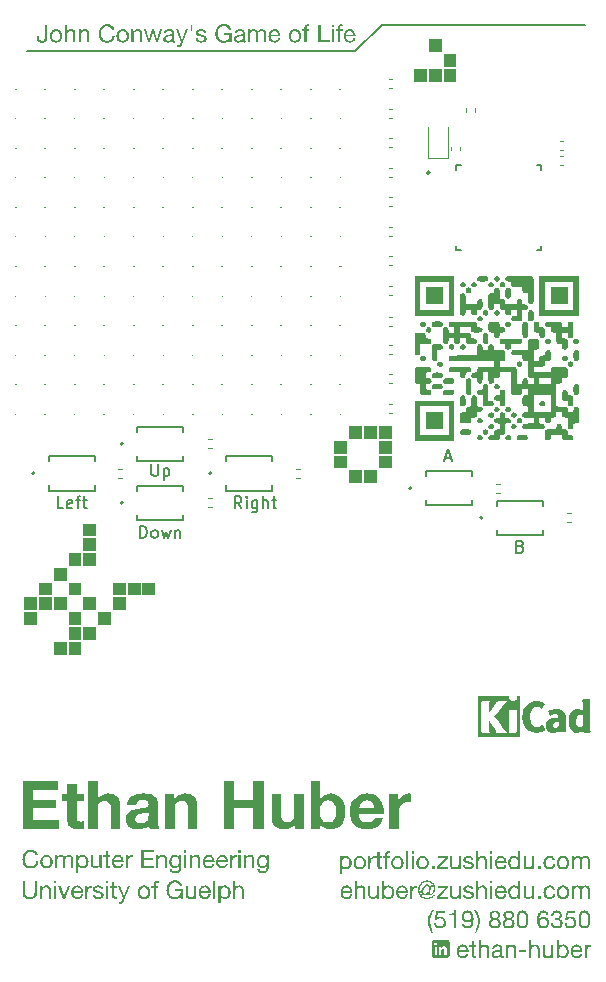
<source format=gto>
%TF.GenerationSoftware,KiCad,Pcbnew,9.0.0*%
%TF.CreationDate,2025-12-20T00:19:53-05:00*%
%TF.ProjectId,BusinessCard,42757369-6e65-4737-9343-6172642e6b69,rev?*%
%TF.SameCoordinates,Original*%
%TF.FileFunction,Legend,Top*%
%TF.FilePolarity,Positive*%
%FSLAX46Y46*%
G04 Gerber Fmt 4.6, Leading zero omitted, Abs format (unit mm)*
G04 Created by KiCad (PCBNEW 9.0.0) date 2025-12-20 00:19:53*
%MOMM*%
%LPD*%
G01*
G04 APERTURE LIST*
%ADD10C,0.100000*%
%ADD11C,0.200000*%
%ADD12C,0.125000*%
%ADD13C,0.187500*%
%ADD14C,0.150000*%
%ADD15C,0.000000*%
%ADD16C,0.120000*%
%ADD17C,0.127000*%
G04 APERTURE END LIST*
D10*
X147500000Y-96500000D02*
X146500000Y-96500000D01*
X146500000Y-97500000D01*
X147500000Y-97500000D01*
X147500000Y-96500000D01*
G36*
X147500000Y-96500000D02*
G01*
X146500000Y-96500000D01*
X146500000Y-97500000D01*
X147500000Y-97500000D01*
X147500000Y-96500000D01*
G37*
X140000000Y-97750000D02*
X139000000Y-97750000D01*
X139000000Y-98750000D01*
X140000000Y-98750000D01*
X140000000Y-97750000D01*
G36*
X140000000Y-97750000D02*
G01*
X139000000Y-97750000D01*
X139000000Y-98750000D01*
X140000000Y-98750000D01*
X140000000Y-97750000D01*
G37*
X141250000Y-96500000D02*
X140250000Y-96500000D01*
X140250000Y-97500000D01*
X141250000Y-97500000D01*
X141250000Y-96500000D01*
G36*
X141250000Y-96500000D02*
G01*
X140250000Y-96500000D01*
X140250000Y-97500000D01*
X141250000Y-97500000D01*
X141250000Y-96500000D01*
G37*
X142500000Y-91500000D02*
X141500000Y-91500000D01*
X141500000Y-92500000D01*
X142500000Y-92500000D01*
X142500000Y-91500000D01*
G36*
X142500000Y-91500000D02*
G01*
X141500000Y-91500000D01*
X141500000Y-92500000D01*
X142500000Y-92500000D01*
X142500000Y-91500000D01*
G37*
X140000000Y-95250000D02*
X139000000Y-95250000D01*
X139000000Y-96250000D01*
X140000000Y-96250000D01*
X140000000Y-95250000D01*
G36*
X140000000Y-95250000D02*
G01*
X139000000Y-95250000D01*
X139000000Y-96250000D01*
X140000000Y-96250000D01*
X140000000Y-95250000D01*
G37*
X138750000Y-97750000D02*
X137750000Y-97750000D01*
X137750000Y-98750000D01*
X138750000Y-98750000D01*
X138750000Y-97750000D01*
G36*
X138750000Y-97750000D02*
G01*
X137750000Y-97750000D01*
X137750000Y-98750000D01*
X138750000Y-98750000D01*
X138750000Y-97750000D01*
G37*
X141250000Y-100250000D02*
X140250000Y-100250000D01*
X140250000Y-101250000D01*
X141250000Y-101250000D01*
X141250000Y-100250000D01*
G36*
X141250000Y-100250000D02*
G01*
X140250000Y-100250000D01*
X140250000Y-101250000D01*
X141250000Y-101250000D01*
X141250000Y-100250000D01*
G37*
X141250000Y-99000000D02*
X140250000Y-99000000D01*
X140250000Y-100000000D01*
X141250000Y-100000000D01*
X141250000Y-99000000D01*
G36*
X141250000Y-99000000D02*
G01*
X140250000Y-99000000D01*
X140250000Y-100000000D01*
X141250000Y-100000000D01*
X141250000Y-99000000D01*
G37*
X141250000Y-94000000D02*
X140250000Y-94000000D01*
X140250000Y-95000000D01*
X141250000Y-95000000D01*
X141250000Y-94000000D01*
G36*
X141250000Y-94000000D02*
G01*
X140250000Y-94000000D01*
X140250000Y-95000000D01*
X141250000Y-95000000D01*
X141250000Y-94000000D01*
G37*
X137500000Y-99000000D02*
X136500000Y-99000000D01*
X136500000Y-100000000D01*
X137500000Y-100000000D01*
X137500000Y-99000000D01*
G36*
X137500000Y-99000000D02*
G01*
X136500000Y-99000000D01*
X136500000Y-100000000D01*
X137500000Y-100000000D01*
X137500000Y-99000000D01*
G37*
X141250000Y-101500000D02*
X140250000Y-101500000D01*
X140250000Y-102500000D01*
X141250000Y-102500000D01*
X141250000Y-101500000D01*
G36*
X141250000Y-101500000D02*
G01*
X140250000Y-101500000D01*
X140250000Y-102500000D01*
X141250000Y-102500000D01*
X141250000Y-101500000D01*
G37*
X146250000Y-96500000D02*
X145250000Y-96500000D01*
X145250000Y-97500000D01*
X146250000Y-97500000D01*
X146250000Y-96500000D01*
G36*
X146250000Y-96500000D02*
G01*
X145250000Y-96500000D01*
X145250000Y-97500000D01*
X146250000Y-97500000D01*
X146250000Y-96500000D01*
G37*
X140000000Y-101500000D02*
X139000000Y-101500000D01*
X139000000Y-102500000D01*
X140000000Y-102500000D01*
X140000000Y-101500000D01*
G36*
X140000000Y-101500000D02*
G01*
X139000000Y-101500000D01*
X139000000Y-102500000D01*
X140000000Y-102500000D01*
X140000000Y-101500000D01*
G37*
X137500000Y-97750000D02*
X136500000Y-97750000D01*
X136500000Y-98750000D01*
X137500000Y-98750000D01*
X137500000Y-97750000D01*
G36*
X137500000Y-97750000D02*
G01*
X136500000Y-97750000D01*
X136500000Y-98750000D01*
X137500000Y-98750000D01*
X137500000Y-97750000D01*
G37*
X142500000Y-97750000D02*
X141500000Y-97750000D01*
X141500000Y-98750000D01*
X142500000Y-98750000D01*
X142500000Y-97750000D01*
G36*
X142500000Y-97750000D02*
G01*
X141500000Y-97750000D01*
X141500000Y-98750000D01*
X142500000Y-98750000D01*
X142500000Y-97750000D01*
G37*
X138750000Y-96500000D02*
X137750000Y-96500000D01*
X137750000Y-97500000D01*
X138750000Y-97500000D01*
X138750000Y-96500000D01*
G36*
X138750000Y-96500000D02*
G01*
X137750000Y-96500000D01*
X137750000Y-97500000D01*
X138750000Y-97500000D01*
X138750000Y-96500000D01*
G37*
X145000000Y-97750000D02*
X144000000Y-97750000D01*
X144000000Y-98750000D01*
X145000000Y-98750000D01*
X145000000Y-97750000D01*
G36*
X145000000Y-97750000D02*
G01*
X144000000Y-97750000D01*
X144000000Y-98750000D01*
X145000000Y-98750000D01*
X145000000Y-97750000D01*
G37*
X142500000Y-100250000D02*
X141500000Y-100250000D01*
X141500000Y-101250000D01*
X142500000Y-101250000D01*
X142500000Y-100250000D01*
G36*
X142500000Y-100250000D02*
G01*
X141500000Y-100250000D01*
X141500000Y-101250000D01*
X142500000Y-101250000D01*
X142500000Y-100250000D01*
G37*
X142500000Y-92750000D02*
X141500000Y-92750000D01*
X141500000Y-93750000D01*
X142500000Y-93750000D01*
X142500000Y-92750000D01*
G36*
X142500000Y-92750000D02*
G01*
X141500000Y-92750000D01*
X141500000Y-93750000D01*
X142500000Y-93750000D01*
X142500000Y-92750000D01*
G37*
X143750000Y-99000000D02*
X142750000Y-99000000D01*
X142750000Y-100000000D01*
X143750000Y-100000000D01*
X143750000Y-99000000D01*
G36*
X143750000Y-99000000D02*
G01*
X142750000Y-99000000D01*
X142750000Y-100000000D01*
X143750000Y-100000000D01*
X143750000Y-99000000D01*
G37*
X142500000Y-94000000D02*
X141500000Y-94000000D01*
X141500000Y-95000000D01*
X142500000Y-95000000D01*
X142500000Y-94000000D01*
G36*
X142500000Y-94000000D02*
G01*
X141500000Y-94000000D01*
X141500000Y-95000000D01*
X142500000Y-95000000D01*
X142500000Y-94000000D01*
G37*
X145000000Y-96500000D02*
X144000000Y-96500000D01*
X144000000Y-97500000D01*
X145000000Y-97500000D01*
X145000000Y-96500000D01*
G36*
X145000000Y-96500000D02*
G01*
X144000000Y-96500000D01*
X144000000Y-97500000D01*
X145000000Y-97500000D01*
X145000000Y-96500000D01*
G37*
D11*
G36*
X136386147Y-113333956D02*
G01*
X136386147Y-117320000D01*
X139419155Y-117320000D01*
X139419155Y-116585317D01*
X137264689Y-116585317D01*
X137264689Y-115600530D01*
X139201046Y-115600530D01*
X139201046Y-114912742D01*
X137264689Y-114912742D01*
X137264689Y-114068639D01*
X139374459Y-114068639D01*
X139374459Y-113333956D01*
X136386147Y-113333956D01*
G37*
G36*
X140935903Y-114428164D02*
G01*
X140935903Y-113552798D01*
X140141381Y-113552798D01*
X140141381Y-114428164D01*
X139659979Y-114428164D01*
X139659979Y-114959637D01*
X140141381Y-114959637D01*
X140141381Y-116667871D01*
X140161319Y-116873608D01*
X140214166Y-117020802D01*
X140300805Y-117140440D01*
X140412735Y-117228164D01*
X140545845Y-117288194D01*
X140703628Y-117326106D01*
X141053628Y-117351263D01*
X141294207Y-117344912D01*
X141517934Y-117320000D01*
X141517934Y-116703775D01*
X141400453Y-116720628D01*
X141271737Y-116726001D01*
X141090399Y-116705663D01*
X141003070Y-116659078D01*
X140956301Y-116571749D01*
X140935903Y-116390655D01*
X140935903Y-114959637D01*
X141517934Y-114959637D01*
X141517934Y-114428164D01*
X140935903Y-114428164D01*
G37*
G36*
X141898220Y-113318325D02*
G01*
X141898220Y-117320000D01*
X142692986Y-117320000D01*
X142692986Y-115803496D01*
X142712953Y-115509997D01*
X142764445Y-115306001D01*
X142838311Y-115168464D01*
X142949215Y-115064986D01*
X143101272Y-114999433D01*
X143308478Y-114975268D01*
X143489607Y-114997574D01*
X143617282Y-115057381D01*
X143705861Y-115151612D01*
X143763291Y-115274790D01*
X143802708Y-115447915D01*
X143817725Y-115686015D01*
X143817725Y-117320000D01*
X144612491Y-117320000D01*
X144612491Y-115541423D01*
X144600051Y-115279433D01*
X144564863Y-115051960D01*
X144498158Y-114844132D01*
X144399755Y-114677292D01*
X144263283Y-114542272D01*
X144077843Y-114436713D01*
X143857375Y-114373801D01*
X143554675Y-114350006D01*
X143332553Y-114377538D01*
X143095743Y-114464556D01*
X142950645Y-114554263D01*
X142822360Y-114674814D01*
X142709595Y-114830188D01*
X142692986Y-114830188D01*
X142692986Y-113318325D01*
X141898220Y-113318325D01*
G37*
G36*
X146984333Y-114379316D02*
G01*
X147200888Y-114425520D01*
X147392951Y-114499727D01*
X147561455Y-114607179D01*
X147695080Y-114748611D01*
X147757978Y-114860664D01*
X147798097Y-114999305D01*
X147812561Y-115171151D01*
X147812561Y-116676420D01*
X147835031Y-117051332D01*
X147868700Y-117217464D01*
X147913433Y-117320000D01*
X147107676Y-117320000D01*
X147071039Y-117182979D01*
X147051500Y-117040097D01*
X146916529Y-117158121D01*
X146767944Y-117249069D01*
X146603803Y-117314382D01*
X146343543Y-117373195D01*
X146077948Y-117392784D01*
X145875298Y-117379808D01*
X145691800Y-117342226D01*
X145522369Y-117277140D01*
X145378436Y-117185666D01*
X145259324Y-117066160D01*
X145168387Y-116917243D01*
X145112870Y-116744903D01*
X145092916Y-116530851D01*
X145096287Y-116497390D01*
X145887683Y-116497390D01*
X145898090Y-116598136D01*
X145926762Y-116676420D01*
X145973137Y-116741806D01*
X146033007Y-116791214D01*
X146104423Y-116826418D01*
X146189811Y-116850076D01*
X146374459Y-116866685D01*
X146593456Y-116844781D01*
X146738136Y-116788527D01*
X146852258Y-116700252D01*
X146928401Y-116600949D01*
X146978533Y-116489661D01*
X147003872Y-116379909D01*
X147018039Y-116200879D01*
X147018039Y-115904124D01*
X146892009Y-115974221D01*
X146729832Y-116016231D01*
X146547871Y-116044075D01*
X146357606Y-116072163D01*
X146181263Y-116116859D01*
X146030076Y-116192330D01*
X145972335Y-116246008D01*
X145926762Y-116312742D01*
X145898232Y-116391697D01*
X145887683Y-116497390D01*
X145096287Y-116497390D01*
X145116333Y-116298381D01*
X145179623Y-116125163D01*
X145280078Y-115980464D01*
X145403349Y-115870662D01*
X145548683Y-115788151D01*
X145716957Y-115728025D01*
X146072330Y-115652554D01*
X146424773Y-115607613D01*
X146732519Y-115557299D01*
X146857154Y-115513965D01*
X146945254Y-115459357D01*
X147001691Y-115382652D01*
X147018039Y-115271779D01*
X147006406Y-115151060D01*
X146976029Y-115067592D01*
X146926614Y-115000085D01*
X146863921Y-114950111D01*
X146789812Y-114915596D01*
X146701744Y-114894180D01*
X146503175Y-114880013D01*
X146349402Y-114892660D01*
X146228589Y-114927306D01*
X146133879Y-114980886D01*
X146060271Y-115057747D01*
X146007222Y-115166398D01*
X145977076Y-115316720D01*
X145182554Y-115316720D01*
X145207088Y-115133726D01*
X145254421Y-114980535D01*
X145322505Y-114852170D01*
X145462499Y-114685620D01*
X145635868Y-114555659D01*
X145835552Y-114460640D01*
X146063782Y-114396168D01*
X146302586Y-114360424D01*
X146542254Y-114348541D01*
X146984333Y-114379316D01*
G37*
G36*
X148428297Y-114427187D02*
G01*
X148428297Y-117320000D01*
X149223063Y-117320000D01*
X149223063Y-115803496D01*
X149243030Y-115509997D01*
X149294522Y-115306001D01*
X149368387Y-115168464D01*
X149479292Y-115064986D01*
X149631349Y-114999433D01*
X149838555Y-114975268D01*
X150019684Y-114997574D01*
X150147359Y-115057381D01*
X150235938Y-115151612D01*
X150293368Y-115274790D01*
X150332784Y-115447915D01*
X150347801Y-115686015D01*
X150347801Y-117320000D01*
X151142568Y-117320000D01*
X151142568Y-115541423D01*
X151130128Y-115279433D01*
X151094940Y-115051960D01*
X151028235Y-114844132D01*
X150929832Y-114677292D01*
X150793359Y-114542272D01*
X150607920Y-114436713D01*
X150387452Y-114373801D01*
X150084752Y-114350006D01*
X149837412Y-114378244D01*
X149592114Y-114464556D01*
X149443487Y-114554622D01*
X149313487Y-114675249D01*
X149200593Y-114830188D01*
X149183740Y-114830188D01*
X149183740Y-114427187D01*
X148428297Y-114427187D01*
G37*
G36*
X153385450Y-113318325D02*
G01*
X153385450Y-117320000D01*
X154263991Y-117320000D01*
X154263991Y-115600530D01*
X155881367Y-115600530D01*
X155881367Y-117320000D01*
X156759909Y-117320000D01*
X156759909Y-113318325D01*
X155881367Y-113318325D01*
X155881367Y-114865847D01*
X154263991Y-114865847D01*
X154263991Y-113318325D01*
X153385450Y-113318325D01*
G37*
G36*
X160161967Y-117322442D02*
G01*
X160161967Y-114428164D01*
X159367201Y-114428164D01*
X159367201Y-115944668D01*
X159347210Y-116238141D01*
X159295640Y-116442236D01*
X159221632Y-116579944D01*
X159110893Y-116683269D01*
X158958931Y-116748749D01*
X158751709Y-116772896D01*
X158570556Y-116750613D01*
X158442884Y-116690881D01*
X158354326Y-116596796D01*
X158296888Y-116473466D01*
X158257475Y-116300245D01*
X158242463Y-116062149D01*
X158242463Y-114428164D01*
X157447697Y-114428164D01*
X157447697Y-116210160D01*
X157460073Y-116472650D01*
X157495080Y-116700600D01*
X157561774Y-116908718D01*
X157660188Y-117076001D01*
X157796932Y-117210664D01*
X157982100Y-117314138D01*
X158202389Y-117375069D01*
X158505268Y-117398157D01*
X158752669Y-117370374D01*
X158997662Y-117285561D01*
X159146239Y-117196336D01*
X159276319Y-117075634D01*
X159389427Y-116919441D01*
X159406280Y-116919441D01*
X159406280Y-117322442D01*
X160161967Y-117322442D01*
G37*
G36*
X161560258Y-114777431D02*
G01*
X161571493Y-114777431D01*
X161680134Y-114642574D01*
X161810707Y-114535020D01*
X161965945Y-114452833D01*
X162220024Y-114375688D01*
X162483496Y-114350006D01*
X162698950Y-114372119D01*
X162914340Y-114439644D01*
X163114499Y-114551656D01*
X163297557Y-114714173D01*
X163448639Y-114919025D01*
X163574528Y-115187759D01*
X163631629Y-115382912D01*
X163668083Y-115610035D01*
X163681018Y-115874082D01*
X163668086Y-116138125D01*
X163631636Y-116365336D01*
X163574528Y-116560648D01*
X163448653Y-116829173D01*
X163297557Y-117033991D01*
X163114499Y-117196508D01*
X162914340Y-117308520D01*
X162698773Y-117376056D01*
X162483496Y-117398157D01*
X162175539Y-117371908D01*
X161912700Y-117297285D01*
X161758045Y-117214139D01*
X161632309Y-117101223D01*
X161532170Y-116955345D01*
X161520935Y-116955345D01*
X161520935Y-117324640D01*
X160765491Y-117324640D01*
X160765491Y-115877013D01*
X161532170Y-115877013D01*
X161542030Y-116054769D01*
X161571249Y-116225303D01*
X161622562Y-116386176D01*
X161694347Y-116523279D01*
X161789940Y-116639557D01*
X161907083Y-116728443D01*
X162044183Y-116784508D01*
X162209455Y-116804159D01*
X162378986Y-116784269D01*
X162514270Y-116728443D01*
X162629154Y-116639741D01*
X162724075Y-116523279D01*
X162795992Y-116386154D01*
X162847173Y-116225303D01*
X162876576Y-116054762D01*
X162886496Y-115877013D01*
X162876497Y-115694152D01*
X162847173Y-115522861D01*
X162795981Y-115362048D01*
X162724075Y-115225129D01*
X162629125Y-115108517D01*
X162514270Y-115019965D01*
X162378969Y-114963955D01*
X162209455Y-114944005D01*
X162044199Y-114963715D01*
X161907083Y-115019965D01*
X161789968Y-115108701D01*
X161694347Y-115225129D01*
X161622572Y-115362025D01*
X161571249Y-115522861D01*
X161542108Y-115694145D01*
X161532170Y-115877013D01*
X160765491Y-115877013D01*
X160765491Y-113318325D01*
X161560258Y-113318325D01*
X161560258Y-114777431D01*
G37*
G36*
X165765150Y-114366908D02*
G01*
X165978124Y-114415265D01*
X166165945Y-114492889D01*
X166339139Y-114599933D01*
X166488571Y-114727478D01*
X166616329Y-114876594D01*
X166767213Y-115132116D01*
X166871074Y-115425408D01*
X166924060Y-115738155D01*
X166927006Y-116069476D01*
X164839706Y-116069476D01*
X164873034Y-116321151D01*
X164940368Y-116502329D01*
X165035589Y-116630258D01*
X165165290Y-116723263D01*
X165333162Y-116782548D01*
X165550453Y-116804159D01*
X165707048Y-116790095D01*
X165843781Y-116749650D01*
X165964445Y-116683747D01*
X166110153Y-116552904D01*
X166177180Y-116429002D01*
X166876692Y-116429002D01*
X166774954Y-116684722D01*
X166654629Y-116889274D01*
X166517059Y-117050475D01*
X166361828Y-117174187D01*
X166121259Y-117295966D01*
X165844102Y-117371624D01*
X165522365Y-117398157D01*
X165192360Y-117369873D01*
X164906873Y-117288981D01*
X164651792Y-117155332D01*
X164442323Y-116978060D01*
X164275067Y-116758896D01*
X164148499Y-116496168D01*
X164071583Y-116206304D01*
X164044940Y-115879699D01*
X164071483Y-115569267D01*
X164839706Y-115569267D01*
X166132484Y-115569267D01*
X166081586Y-115369272D01*
X166014451Y-115217031D01*
X165933670Y-115103251D01*
X165828162Y-115018190D01*
X165687392Y-114963933D01*
X165500139Y-114944005D01*
X165319994Y-114961626D01*
X165183845Y-115009462D01*
X165068795Y-115083990D01*
X164982344Y-115171395D01*
X164917472Y-115272036D01*
X164876099Y-115376071D01*
X164839706Y-115569267D01*
X164071483Y-115569267D01*
X164072033Y-115562837D01*
X164151186Y-115274466D01*
X164281072Y-115011571D01*
X164453558Y-114789888D01*
X164667068Y-114607990D01*
X164920795Y-114467732D01*
X165105036Y-114403196D01*
X165304708Y-114363604D01*
X165522365Y-114350006D01*
X165765150Y-114366908D01*
G37*
G36*
X167397173Y-114424989D02*
G01*
X167397173Y-117320000D01*
X168191939Y-117320000D01*
X168191939Y-116014766D01*
X168202026Y-115822730D01*
X168231018Y-115650600D01*
X168284398Y-115491269D01*
X168362665Y-115356531D01*
X168468614Y-115244474D01*
X168605931Y-115157473D01*
X168767663Y-115104128D01*
X168975226Y-115084689D01*
X169126413Y-115093237D01*
X169260746Y-115112777D01*
X169260746Y-114377850D01*
X169087334Y-114350006D01*
X168938454Y-114361258D01*
X168796196Y-114394703D01*
X168660504Y-114448231D01*
X168533147Y-114520000D01*
X168417139Y-114608849D01*
X168314794Y-114714661D01*
X168229330Y-114833974D01*
X168163852Y-114962323D01*
X168152616Y-114962323D01*
X168152616Y-114424989D01*
X167397173Y-114424989D01*
G37*
D10*
X162750000Y-85750000D02*
X163750000Y-85750000D01*
X163750000Y-86750000D01*
X162750000Y-86750000D01*
X162750000Y-85750000D01*
G36*
X162750000Y-85750000D02*
G01*
X163750000Y-85750000D01*
X163750000Y-86750000D01*
X162750000Y-86750000D01*
X162750000Y-85750000D01*
G37*
X164000000Y-87000000D02*
X165000000Y-87000000D01*
X165000000Y-88000000D01*
X164000000Y-88000000D01*
X164000000Y-87000000D01*
G36*
X164000000Y-87000000D02*
G01*
X165000000Y-87000000D01*
X165000000Y-88000000D01*
X164000000Y-88000000D01*
X164000000Y-87000000D01*
G37*
X172000000Y-51750000D02*
X173000000Y-51750000D01*
X173000000Y-52750000D01*
X172000000Y-52750000D01*
X172000000Y-51750000D01*
G36*
X172000000Y-51750000D02*
G01*
X173000000Y-51750000D01*
X173000000Y-52750000D01*
X172000000Y-52750000D01*
X172000000Y-51750000D01*
G37*
X170750000Y-53000000D02*
X171750000Y-53000000D01*
X171750000Y-54000000D01*
X170750000Y-54000000D01*
X170750000Y-53000000D01*
G36*
X170750000Y-53000000D02*
G01*
X171750000Y-53000000D01*
X171750000Y-54000000D01*
X170750000Y-54000000D01*
X170750000Y-53000000D01*
G37*
X165250000Y-87000000D02*
X166250000Y-87000000D01*
X166250000Y-88000000D01*
X165250000Y-88000000D01*
X165250000Y-87000000D01*
G36*
X165250000Y-87000000D02*
G01*
X166250000Y-87000000D01*
X166250000Y-88000000D01*
X165250000Y-88000000D01*
X165250000Y-87000000D01*
G37*
X166500000Y-85750000D02*
X167500000Y-85750000D01*
X167500000Y-86750000D01*
X166500000Y-86750000D01*
X166500000Y-85750000D01*
G36*
X166500000Y-85750000D02*
G01*
X167500000Y-85750000D01*
X167500000Y-86750000D01*
X166500000Y-86750000D01*
X166500000Y-85750000D01*
G37*
D11*
X166750000Y-49250000D02*
X184000000Y-49250000D01*
D10*
X170750000Y-50500000D02*
X171750000Y-50500000D01*
X171750000Y-51500000D01*
X170750000Y-51500000D01*
X170750000Y-50500000D01*
G36*
X170750000Y-50500000D02*
G01*
X171750000Y-50500000D01*
X171750000Y-51500000D01*
X170750000Y-51500000D01*
X170750000Y-50500000D01*
G37*
X172000000Y-53000000D02*
X173000000Y-53000000D01*
X173000000Y-54000000D01*
X172000000Y-54000000D01*
X172000000Y-53000000D01*
G36*
X172000000Y-53000000D02*
G01*
X173000000Y-53000000D01*
X173000000Y-54000000D01*
X172000000Y-54000000D01*
X172000000Y-53000000D01*
G37*
X166500000Y-83250000D02*
X167500000Y-83250000D01*
X167500000Y-84250000D01*
X166500000Y-84250000D01*
X166500000Y-83250000D01*
G36*
X166500000Y-83250000D02*
G01*
X167500000Y-83250000D01*
X167500000Y-84250000D01*
X166500000Y-84250000D01*
X166500000Y-83250000D01*
G37*
X166500000Y-84500000D02*
X167500000Y-84500000D01*
X167500000Y-85500000D01*
X166500000Y-85500000D01*
X166500000Y-84500000D01*
G36*
X166500000Y-84500000D02*
G01*
X167500000Y-84500000D01*
X167500000Y-85500000D01*
X166500000Y-85500000D01*
X166500000Y-84500000D01*
G37*
X169500000Y-53000000D02*
X170500000Y-53000000D01*
X170500000Y-54000000D01*
X169500000Y-54000000D01*
X169500000Y-53000000D01*
G36*
X169500000Y-53000000D02*
G01*
X170500000Y-53000000D01*
X170500000Y-54000000D01*
X169500000Y-54000000D01*
X169500000Y-53000000D01*
G37*
X165250000Y-83250000D02*
X166250000Y-83250000D01*
X166250000Y-84250000D01*
X165250000Y-84250000D01*
X165250000Y-83250000D01*
G36*
X165250000Y-83250000D02*
G01*
X166250000Y-83250000D01*
X166250000Y-84250000D01*
X165250000Y-84250000D01*
X165250000Y-83250000D01*
G37*
X162750000Y-84500000D02*
X163750000Y-84500000D01*
X163750000Y-85500000D01*
X162750000Y-85500000D01*
X162750000Y-84500000D01*
G36*
X162750000Y-84500000D02*
G01*
X163750000Y-84500000D01*
X163750000Y-85500000D01*
X162750000Y-85500000D01*
X162750000Y-84500000D01*
G37*
D11*
X164500000Y-51500000D02*
X166750000Y-49250000D01*
D10*
X164000000Y-83250000D02*
X165000000Y-83250000D01*
X165000000Y-84250000D01*
X164000000Y-84250000D01*
X164000000Y-83250000D01*
G36*
X164000000Y-83250000D02*
G01*
X165000000Y-83250000D01*
X165000000Y-84250000D01*
X164000000Y-84250000D01*
X164000000Y-83250000D01*
G37*
D11*
X136750000Y-51500000D02*
X164500000Y-51500000D01*
D12*
G36*
X163800051Y-119636755D02*
G01*
X163872680Y-119652466D01*
X163936523Y-119677597D01*
X164022435Y-119732389D01*
X164091861Y-119802894D01*
X164145831Y-119887111D01*
X164185376Y-119985068D01*
X164208868Y-120090428D01*
X164216883Y-120204063D01*
X164209121Y-120317746D01*
X164186383Y-120423148D01*
X164147593Y-120520645D01*
X164093968Y-120603125D01*
X164024615Y-120671475D01*
X163938629Y-120724208D01*
X163874921Y-120748222D01*
X163802945Y-120763210D01*
X163721284Y-120768447D01*
X163631982Y-120760020D01*
X163534346Y-120732818D01*
X163487600Y-120710592D01*
X163443030Y-120681344D01*
X163403594Y-120645045D01*
X163370582Y-120600469D01*
X163366368Y-120600469D01*
X163366368Y-121161189D01*
X163187857Y-121161189D01*
X163187857Y-120198842D01*
X163360049Y-120198842D01*
X163364806Y-120277573D01*
X163378916Y-120353081D01*
X163403717Y-120423858D01*
X163438817Y-120484240D01*
X163485443Y-120535125D01*
X163544788Y-120575556D01*
X163614484Y-120601020D01*
X163702324Y-120610177D01*
X163789647Y-120600674D01*
X163856655Y-120574549D01*
X163912747Y-120532936D01*
X163956398Y-120480118D01*
X163988618Y-120417963D01*
X164010986Y-120345754D01*
X164023596Y-120269417D01*
X164027839Y-120190416D01*
X164022839Y-120115595D01*
X164007872Y-120042496D01*
X163982395Y-119973421D01*
X163946964Y-119913353D01*
X163900463Y-119862632D01*
X163842001Y-119823135D01*
X163774099Y-119798297D01*
X163691883Y-119789521D01*
X163606259Y-119798958D01*
X163538560Y-119825242D01*
X163481120Y-119866566D01*
X163435611Y-119918573D01*
X163401533Y-119979627D01*
X163377909Y-120049823D01*
X163364513Y-120123810D01*
X163360049Y-120198842D01*
X163187857Y-120198842D01*
X163187857Y-119656531D01*
X163366368Y-119656531D01*
X163366368Y-119804084D01*
X163370582Y-119804084D01*
X163405597Y-119749104D01*
X163451320Y-119705568D01*
X163509159Y-119672377D01*
X163607183Y-119641775D01*
X163717071Y-119631252D01*
X163800051Y-119636755D01*
G37*
G36*
X164979955Y-119636512D02*
G01*
X165055416Y-119651527D01*
X165121894Y-119675491D01*
X165212400Y-119728244D01*
X165286667Y-119796574D01*
X165345059Y-119879491D01*
X165387508Y-119977650D01*
X165412529Y-120084580D01*
X165421122Y-120201956D01*
X165412510Y-120319199D01*
X165387508Y-120425255D01*
X165345119Y-120522478D01*
X165286667Y-120605232D01*
X165212361Y-120673340D01*
X165121894Y-120725307D01*
X165055475Y-120748660D01*
X164980009Y-120763311D01*
X164894016Y-120768447D01*
X164809455Y-120763357D01*
X164734262Y-120748747D01*
X164667145Y-120725307D01*
X164575815Y-120673281D01*
X164501273Y-120605232D01*
X164442893Y-120522484D01*
X164400523Y-120425255D01*
X164375522Y-120319199D01*
X164366909Y-120201956D01*
X164366989Y-120200857D01*
X164555953Y-120200857D01*
X164562834Y-120296193D01*
X164582148Y-120376162D01*
X164614118Y-120447715D01*
X164654597Y-120504207D01*
X164704907Y-120549670D01*
X164762766Y-120582883D01*
X164826420Y-120603316D01*
X164894107Y-120610177D01*
X164961702Y-120603316D01*
X165025266Y-120582883D01*
X165083184Y-120549660D01*
X165133435Y-120504207D01*
X165173965Y-120447704D01*
X165205883Y-120376162D01*
X165225266Y-120296189D01*
X165232170Y-120200857D01*
X165225264Y-120105537D01*
X165205883Y-120025643D01*
X165174017Y-119953930D01*
X165133435Y-119896591D01*
X165083106Y-119850255D01*
X165025266Y-119816816D01*
X164961702Y-119796383D01*
X164894107Y-119789521D01*
X164826420Y-119796383D01*
X164762766Y-119816816D01*
X164704985Y-119850245D01*
X164654597Y-119896591D01*
X164614067Y-119953919D01*
X164582148Y-120025643D01*
X164562835Y-120105532D01*
X164555953Y-120200857D01*
X164366989Y-120200857D01*
X164375503Y-120084580D01*
X164400523Y-119977650D01*
X164442953Y-119879485D01*
X164501273Y-119796574D01*
X164575777Y-119728304D01*
X164667145Y-119675491D01*
X164734320Y-119651438D01*
X164809507Y-119636465D01*
X164894016Y-119631252D01*
X164979955Y-119636512D01*
G37*
G36*
X165624088Y-119662210D02*
G01*
X165624088Y-120745000D01*
X165802508Y-120745000D01*
X165802508Y-120262864D01*
X165808069Y-120161268D01*
X165823482Y-120077301D01*
X165851375Y-120001505D01*
X165890710Y-119940006D01*
X165943512Y-119890777D01*
X166012526Y-119854093D01*
X166092768Y-119832579D01*
X166195250Y-119824692D01*
X166195250Y-119637114D01*
X166100390Y-119642318D01*
X166021623Y-119662333D01*
X165955831Y-119695732D01*
X165898443Y-119742939D01*
X165845256Y-119806854D01*
X165796279Y-119890546D01*
X165792066Y-119890546D01*
X165792066Y-119662210D01*
X165624088Y-119662210D01*
G37*
G36*
X166577185Y-119660561D02*
G01*
X166577185Y-119332299D01*
X166398674Y-119332299D01*
X166398674Y-119660561D01*
X166213843Y-119660561D01*
X166213843Y-119818831D01*
X166398674Y-119818831D01*
X166398674Y-120508237D01*
X166402780Y-120579850D01*
X166413328Y-120629778D01*
X166432573Y-120671541D01*
X166458483Y-120701036D01*
X166492467Y-120721687D01*
X166538259Y-120735566D01*
X166590107Y-120742436D01*
X166656961Y-120745000D01*
X166793431Y-120745000D01*
X166793431Y-120586730D01*
X166711549Y-120586730D01*
X166643314Y-120583616D01*
X166602372Y-120569969D01*
X166590156Y-120557594D01*
X166582406Y-120540751D01*
X166577185Y-120490468D01*
X166577185Y-119818831D01*
X166793431Y-119818831D01*
X166793431Y-119660561D01*
X166577185Y-119660561D01*
G37*
G36*
X167063808Y-119818831D02*
G01*
X167063808Y-120745000D01*
X167242319Y-120745000D01*
X167242319Y-119818831D01*
X167452337Y-119818831D01*
X167452337Y-119660561D01*
X167242319Y-119660561D01*
X167242319Y-119507971D01*
X167247121Y-119461393D01*
X167259523Y-119430419D01*
X167278040Y-119410518D01*
X167318502Y-119392096D01*
X167378790Y-119385055D01*
X167429257Y-119388169D01*
X167479632Y-119399710D01*
X167479632Y-119243639D01*
X167421838Y-119230999D01*
X167364135Y-119226786D01*
X167268424Y-119235495D01*
X167195608Y-119259128D01*
X167140470Y-119295571D01*
X167099206Y-119346283D01*
X167073236Y-119412082D01*
X167063808Y-119497621D01*
X167063808Y-119660561D01*
X166881084Y-119660561D01*
X166881084Y-119818831D01*
X167063808Y-119818831D01*
G37*
G36*
X168165858Y-119636512D02*
G01*
X168241319Y-119651527D01*
X168307798Y-119675491D01*
X168398303Y-119728244D01*
X168472570Y-119796574D01*
X168530963Y-119879491D01*
X168573412Y-119977650D01*
X168598432Y-120084580D01*
X168607026Y-120201956D01*
X168598414Y-120319199D01*
X168573412Y-120425255D01*
X168531023Y-120522478D01*
X168472570Y-120605232D01*
X168398265Y-120673340D01*
X168307798Y-120725307D01*
X168241379Y-120748660D01*
X168165913Y-120763311D01*
X168079919Y-120768447D01*
X167995359Y-120763357D01*
X167920166Y-120748747D01*
X167853048Y-120725307D01*
X167761718Y-120673281D01*
X167687177Y-120605232D01*
X167628797Y-120522484D01*
X167586427Y-120425255D01*
X167561425Y-120319199D01*
X167552813Y-120201956D01*
X167552893Y-120200857D01*
X167741857Y-120200857D01*
X167748737Y-120296193D01*
X167768052Y-120376162D01*
X167800022Y-120447715D01*
X167840500Y-120504207D01*
X167890811Y-120549670D01*
X167948669Y-120582883D01*
X168012324Y-120603316D01*
X168080011Y-120610177D01*
X168147606Y-120603316D01*
X168211169Y-120582883D01*
X168269088Y-120549660D01*
X168319339Y-120504207D01*
X168359869Y-120447704D01*
X168391787Y-120376162D01*
X168411170Y-120296189D01*
X168418074Y-120200857D01*
X168411168Y-120105537D01*
X168391787Y-120025643D01*
X168359920Y-119953930D01*
X168319339Y-119896591D01*
X168269010Y-119850255D01*
X168211169Y-119816816D01*
X168147606Y-119796383D01*
X168080011Y-119789521D01*
X168012324Y-119796383D01*
X167948669Y-119816816D01*
X167890889Y-119850245D01*
X167840500Y-119896591D01*
X167799970Y-119953919D01*
X167768052Y-120025643D01*
X167748739Y-120105532D01*
X167741857Y-120200857D01*
X167552893Y-120200857D01*
X167561407Y-120084580D01*
X167586427Y-119977650D01*
X167628857Y-119879485D01*
X167687177Y-119796574D01*
X167761680Y-119728304D01*
X167853048Y-119675491D01*
X167920223Y-119651438D01*
X167995410Y-119636465D01*
X168079919Y-119631252D01*
X168165858Y-119636512D01*
G37*
G36*
X168826753Y-119244371D02*
G01*
X168826753Y-120745000D01*
X169005264Y-120745000D01*
X169005264Y-119244371D01*
X168826753Y-119244371D01*
G37*
G36*
X169471279Y-119461259D02*
G01*
X169471279Y-119244371D01*
X169292768Y-119244371D01*
X169292768Y-119461259D01*
X169471279Y-119461259D01*
G37*
G36*
X169292768Y-119659279D02*
G01*
X169292768Y-120745000D01*
X169471279Y-120745000D01*
X169471279Y-119659279D01*
X169292768Y-119659279D01*
G37*
G36*
X170302495Y-119636512D02*
G01*
X170377956Y-119651527D01*
X170444434Y-119675491D01*
X170534940Y-119728244D01*
X170609207Y-119796574D01*
X170667599Y-119879491D01*
X170710049Y-119977650D01*
X170735069Y-120084580D01*
X170743663Y-120201956D01*
X170735050Y-120319199D01*
X170710049Y-120425255D01*
X170667659Y-120522478D01*
X170609207Y-120605232D01*
X170534901Y-120673340D01*
X170444434Y-120725307D01*
X170378015Y-120748660D01*
X170302549Y-120763311D01*
X170216556Y-120768447D01*
X170131995Y-120763357D01*
X170056803Y-120748747D01*
X169989685Y-120725307D01*
X169898355Y-120673281D01*
X169823813Y-120605232D01*
X169765433Y-120522484D01*
X169723063Y-120425255D01*
X169698062Y-120319199D01*
X169689449Y-120201956D01*
X169689529Y-120200857D01*
X169878493Y-120200857D01*
X169885374Y-120296193D01*
X169904688Y-120376162D01*
X169936658Y-120447715D01*
X169977137Y-120504207D01*
X170027447Y-120549670D01*
X170085306Y-120582883D01*
X170148960Y-120603316D01*
X170216648Y-120610177D01*
X170284242Y-120603316D01*
X170347806Y-120582883D01*
X170405724Y-120549660D01*
X170455975Y-120504207D01*
X170496506Y-120447704D01*
X170528424Y-120376162D01*
X170547806Y-120296189D01*
X170554710Y-120200857D01*
X170547804Y-120105537D01*
X170528424Y-120025643D01*
X170496557Y-119953930D01*
X170455975Y-119896591D01*
X170405646Y-119850255D01*
X170347806Y-119816816D01*
X170284242Y-119796383D01*
X170216648Y-119789521D01*
X170148960Y-119796383D01*
X170085306Y-119816816D01*
X170027525Y-119850245D01*
X169977137Y-119896591D01*
X169936607Y-119953919D01*
X169904688Y-120025643D01*
X169885376Y-120105532D01*
X169878493Y-120200857D01*
X169689529Y-120200857D01*
X169698043Y-120084580D01*
X169723063Y-119977650D01*
X169765493Y-119879485D01*
X169823813Y-119796574D01*
X169898317Y-119728304D01*
X169989685Y-119675491D01*
X170056860Y-119651438D01*
X170132047Y-119636465D01*
X170216556Y-119631252D01*
X170302495Y-119636512D01*
G37*
G36*
X170992790Y-120510526D02*
G01*
X170992790Y-120745000D01*
X171225889Y-120745000D01*
X171225889Y-120510526D01*
X170992790Y-120510526D01*
G37*
G36*
X171447906Y-120608804D02*
G01*
X171447906Y-120745000D01*
X172363542Y-120745000D01*
X172363542Y-120586730D01*
X171670564Y-120586730D01*
X172334141Y-119782103D01*
X172334141Y-119660561D01*
X171489947Y-119660561D01*
X171489947Y-119818831D01*
X172103149Y-119818831D01*
X171447906Y-120608804D01*
G37*
G36*
X173441752Y-120745366D02*
G01*
X173441752Y-119660561D01*
X173263241Y-119660561D01*
X173263241Y-120271290D01*
X173258098Y-120342692D01*
X173243274Y-120406296D01*
X173218094Y-120464443D01*
X173183374Y-120514007D01*
X173138916Y-120554480D01*
X173083631Y-120585081D01*
X173020404Y-120603525D01*
X172941940Y-120610177D01*
X172875677Y-120603100D01*
X172822752Y-120583337D01*
X172780190Y-120551651D01*
X172748233Y-120509234D01*
X172728438Y-120457156D01*
X172721388Y-120392649D01*
X172721388Y-119660561D01*
X172542877Y-119660561D01*
X172542877Y-120373964D01*
X172547534Y-120459861D01*
X172560738Y-120534523D01*
X172585467Y-120602555D01*
X172622653Y-120659362D01*
X172672786Y-120705181D01*
X172738150Y-120740145D01*
X172814637Y-120760743D01*
X172916661Y-120768447D01*
X172995314Y-120762862D01*
X173064094Y-120746897D01*
X173124572Y-120721277D01*
X173178777Y-120684741D01*
X173226957Y-120635982D01*
X173269469Y-120573266D01*
X173273683Y-120573266D01*
X173273683Y-120745366D01*
X173441752Y-120745366D01*
G37*
G36*
X173818649Y-120405013D02*
G01*
X173640138Y-120405013D01*
X173653361Y-120500244D01*
X173682087Y-120575281D01*
X173726476Y-120638775D01*
X173782929Y-120688121D01*
X173849791Y-120724525D01*
X173927826Y-120749671D01*
X174011056Y-120763670D01*
X174100017Y-120768447D01*
X174181854Y-120764514D01*
X174264790Y-120752602D01*
X174344370Y-120730498D01*
X174413900Y-120696914D01*
X174473832Y-120650561D01*
X174521061Y-120591676D01*
X174543079Y-120546409D01*
X174557029Y-120492284D01*
X174562003Y-120427362D01*
X174553888Y-120353776D01*
X174531503Y-120296936D01*
X174496318Y-120248718D01*
X174451727Y-120209558D01*
X174399457Y-120178587D01*
X174338337Y-120153779D01*
X174207087Y-120117967D01*
X174081058Y-120089574D01*
X173967668Y-120055868D01*
X173920720Y-120032578D01*
X173884687Y-120005310D01*
X173860383Y-119971043D01*
X173852172Y-119928465D01*
X173857724Y-119889307D01*
X173873146Y-119860047D01*
X173897008Y-119836639D01*
X173927734Y-119818006D01*
X174002290Y-119795841D01*
X174083164Y-119789521D01*
X174170359Y-119798955D01*
X174211874Y-119811298D01*
X174249127Y-119829180D01*
X174281675Y-119853462D01*
X174307929Y-119884593D01*
X174325883Y-119922190D01*
X174335223Y-119971238D01*
X174513734Y-119971238D01*
X174499311Y-119877843D01*
X174471694Y-119806557D01*
X174429698Y-119746924D01*
X174376164Y-119701594D01*
X174312768Y-119668888D01*
X174238594Y-119647006D01*
X174158917Y-119635348D01*
X174068510Y-119631252D01*
X173997273Y-119635669D01*
X173924712Y-119649112D01*
X173855251Y-119671997D01*
X173794469Y-119703792D01*
X173742013Y-119745967D01*
X173699947Y-119799322D01*
X173672792Y-119862436D01*
X173663219Y-119940097D01*
X173669705Y-120008203D01*
X173687593Y-120061764D01*
X173715701Y-120103954D01*
X173774123Y-120155766D01*
X173846951Y-120195362D01*
X173928073Y-120223901D01*
X174018135Y-120245737D01*
X174189318Y-120285670D01*
X174263659Y-120312036D01*
X174320568Y-120343373D01*
X174349569Y-120370713D01*
X174366925Y-120404977D01*
X174373050Y-120448428D01*
X174366426Y-120495424D01*
X174347863Y-120531409D01*
X174319362Y-120559915D01*
X174283749Y-120580777D01*
X174243587Y-120594790D01*
X174198752Y-120603858D01*
X174110550Y-120610177D01*
X174004488Y-120599919D01*
X173955048Y-120586121D01*
X173912072Y-120566122D01*
X173875071Y-120538395D01*
X173845944Y-120502466D01*
X173826865Y-120459286D01*
X173818649Y-120405013D01*
G37*
G36*
X174758649Y-119244371D02*
G01*
X174758649Y-120745000D01*
X174937160Y-120745000D01*
X174937160Y-120130423D01*
X174942304Y-120058665D01*
X174957126Y-119994777D01*
X174982300Y-119936187D01*
X175016935Y-119886333D01*
X175061478Y-119845536D01*
X175116678Y-119814801D01*
X175179995Y-119796218D01*
X175258461Y-119789521D01*
X175324688Y-119796646D01*
X175377614Y-119816553D01*
X175420211Y-119848506D01*
X175452149Y-119891105D01*
X175471954Y-119943479D01*
X175479012Y-120008424D01*
X175479012Y-120745000D01*
X175657523Y-120745000D01*
X175657523Y-120029124D01*
X175652866Y-119942962D01*
X175639663Y-119868107D01*
X175614904Y-119799831D01*
X175577656Y-119742902D01*
X175527599Y-119696633D01*
X175462160Y-119660744D01*
X175385675Y-119639269D01*
X175283740Y-119631252D01*
X175183906Y-119641877D01*
X175133532Y-119655439D01*
X175085262Y-119674849D01*
X175040296Y-119700355D01*
X175000174Y-119732185D01*
X174966800Y-119770808D01*
X174941373Y-119818098D01*
X174937160Y-119818098D01*
X174937160Y-119244371D01*
X174758649Y-119244371D01*
G37*
G36*
X176114196Y-119461259D02*
G01*
X176114196Y-119244371D01*
X175935685Y-119244371D01*
X175935685Y-119461259D01*
X176114196Y-119461259D01*
G37*
G36*
X175935685Y-119659279D02*
G01*
X175935685Y-120745000D01*
X176114196Y-120745000D01*
X176114196Y-119659279D01*
X175935685Y-119659279D01*
G37*
G36*
X176937689Y-119638591D02*
G01*
X177016882Y-119659181D01*
X177083138Y-119691702D01*
X177142994Y-119735915D01*
X177193842Y-119786961D01*
X177236370Y-119845300D01*
X177285118Y-119942480D01*
X177316238Y-120048724D01*
X177331872Y-120157823D01*
X177334098Y-120258468D01*
X176521410Y-120258468D01*
X176524615Y-120327536D01*
X176538171Y-120391916D01*
X176562973Y-120451578D01*
X176599079Y-120503657D01*
X176646211Y-120546876D01*
X176706241Y-120581235D01*
X176775067Y-120602546D01*
X176859564Y-120610177D01*
X176933553Y-120603850D01*
X176994673Y-120586108D01*
X177045403Y-120557971D01*
X177087127Y-120518439D01*
X177119019Y-120466442D01*
X177140932Y-120399152D01*
X177317337Y-120399152D01*
X177292745Y-120489010D01*
X177258050Y-120563574D01*
X177213819Y-120625196D01*
X177159800Y-120675573D01*
X177096946Y-120715193D01*
X177025904Y-120744106D01*
X176945254Y-120762140D01*
X176853245Y-120768447D01*
X176767190Y-120763394D01*
X176692439Y-120749050D01*
X176627381Y-120726315D01*
X176539020Y-120675461D01*
X176466730Y-120608437D01*
X176410394Y-120526336D01*
X176369094Y-120427362D01*
X176343931Y-120319010D01*
X176332366Y-120197743D01*
X176340223Y-120100198D01*
X176521410Y-120100198D01*
X177145145Y-120100198D01*
X177135895Y-120037769D01*
X177116752Y-119978932D01*
X177088183Y-119925013D01*
X177051723Y-119879922D01*
X177007344Y-119842860D01*
X176955094Y-119813976D01*
X176897289Y-119795784D01*
X176832270Y-119789521D01*
X176765335Y-119795835D01*
X176707249Y-119813976D01*
X176655339Y-119843126D01*
X176611719Y-119881021D01*
X176576163Y-119926810D01*
X176548704Y-119980031D01*
X176530423Y-120037876D01*
X176521410Y-120100198D01*
X176340223Y-120100198D01*
X176342091Y-120077007D01*
X176370102Y-119970322D01*
X176416019Y-119873146D01*
X176476164Y-119791353D01*
X176550726Y-119723971D01*
X176637914Y-119673384D01*
X176734782Y-119642001D01*
X176842712Y-119631252D01*
X176937689Y-119638591D01*
G37*
G36*
X178488328Y-120745366D02*
G01*
X178309817Y-120745366D01*
X178309817Y-120598179D01*
X178305604Y-120598179D01*
X178270572Y-120652904D01*
X178224856Y-120695974D01*
X178167027Y-120728513D01*
X178069061Y-120758217D01*
X177959115Y-120768447D01*
X177876134Y-120762944D01*
X177803506Y-120747233D01*
X177739663Y-120722102D01*
X177653652Y-120667526D01*
X177584233Y-120597904D01*
X177530376Y-120514547D01*
X177490810Y-120416829D01*
X177467316Y-120311389D01*
X177460117Y-120209283D01*
X177648347Y-120209283D01*
X177653345Y-120284116D01*
X177668314Y-120357295D01*
X177693787Y-120426291D01*
X177729222Y-120486346D01*
X177775719Y-120537086D01*
X177834185Y-120576655D01*
X177902081Y-120601425D01*
X177984303Y-120610177D01*
X178069933Y-120600764D01*
X178137626Y-120574549D01*
X178195051Y-120533147D01*
X178240483Y-120481126D01*
X178274636Y-120420079D01*
X178298277Y-120349967D01*
X178311674Y-120275901D01*
X178316137Y-120200857D01*
X178311356Y-120122141D01*
X178297178Y-120046709D01*
X178272443Y-119975856D01*
X178237369Y-119915459D01*
X178190728Y-119864580D01*
X178131306Y-119824143D01*
X178061689Y-119798682D01*
X177973861Y-119789521D01*
X177888238Y-119798958D01*
X177820538Y-119825242D01*
X177763606Y-119866865D01*
X177719696Y-119919672D01*
X177687530Y-119981742D01*
X177665108Y-120053945D01*
X177652567Y-120130279D01*
X177648347Y-120209283D01*
X177460117Y-120209283D01*
X177459303Y-120197743D01*
X177467044Y-120084069D01*
X177489711Y-119978749D01*
X177528556Y-119881165D01*
X177582126Y-119798681D01*
X177651514Y-119730108D01*
X177737556Y-119676590D01*
X177801325Y-119651962D01*
X177873296Y-119636611D01*
X177954902Y-119631252D01*
X178045211Y-119639678D01*
X178141748Y-119668072D01*
X178188602Y-119691028D01*
X178233156Y-119720553D01*
X178272587Y-119756779D01*
X178305604Y-119801337D01*
X178309817Y-119801337D01*
X178309817Y-119244371D01*
X178488328Y-119244371D01*
X178488328Y-120745366D01*
G37*
G36*
X179661152Y-120745366D02*
G01*
X179661152Y-119660561D01*
X179482641Y-119660561D01*
X179482641Y-120271290D01*
X179477498Y-120342692D01*
X179462674Y-120406296D01*
X179437493Y-120464443D01*
X179402774Y-120514007D01*
X179358316Y-120554480D01*
X179303031Y-120585081D01*
X179239804Y-120603525D01*
X179161340Y-120610177D01*
X179095077Y-120603100D01*
X179042152Y-120583337D01*
X178999590Y-120551651D01*
X178967633Y-120509234D01*
X178947838Y-120457156D01*
X178940788Y-120392649D01*
X178940788Y-119660561D01*
X178762277Y-119660561D01*
X178762277Y-120373964D01*
X178766934Y-120459861D01*
X178780138Y-120534523D01*
X178804867Y-120602555D01*
X178842053Y-120659362D01*
X178892186Y-120705181D01*
X178957549Y-120740145D01*
X179034037Y-120760743D01*
X179136060Y-120768447D01*
X179214714Y-120762862D01*
X179283494Y-120746897D01*
X179343972Y-120721277D01*
X179398177Y-120684741D01*
X179446357Y-120635982D01*
X179488869Y-120573266D01*
X179493082Y-120573266D01*
X179493082Y-120745366D01*
X179661152Y-120745366D01*
G37*
G36*
X179968715Y-120510526D02*
G01*
X179968715Y-120745000D01*
X180201814Y-120745000D01*
X180201814Y-120510526D01*
X179968715Y-120510526D01*
G37*
G36*
X181249158Y-120006409D02*
G01*
X181433989Y-120006409D01*
X181415513Y-119914083D01*
X181383522Y-119838889D01*
X181337852Y-119774011D01*
X181281673Y-119721927D01*
X181215713Y-119681916D01*
X181138882Y-119653417D01*
X181056236Y-119636928D01*
X180965684Y-119631252D01*
X180881226Y-119636621D01*
X180806791Y-119651985D01*
X180740919Y-119676590D01*
X180652026Y-119730620D01*
X180580268Y-119800787D01*
X180524885Y-119885598D01*
X180484739Y-119986076D01*
X180461297Y-120095019D01*
X180453232Y-120214596D01*
X180461627Y-120333586D01*
X180485746Y-120438902D01*
X180526761Y-120534933D01*
X180582375Y-120614757D01*
X180653766Y-120679582D01*
X180742018Y-120728422D01*
X180842180Y-120757985D01*
X180961470Y-120768447D01*
X181065143Y-120760804D01*
X181152740Y-120739259D01*
X181227008Y-120705142D01*
X181290099Y-120658721D01*
X181343021Y-120600436D01*
X181385844Y-120530316D01*
X181418544Y-120446462D01*
X181440309Y-120346395D01*
X181257584Y-120346395D01*
X181238913Y-120426829D01*
X181208239Y-120490685D01*
X181166176Y-120541118D01*
X181112629Y-120578226D01*
X181045013Y-120601697D01*
X180959364Y-120610177D01*
X180879425Y-120601393D01*
X180814467Y-120576655D01*
X180759124Y-120537360D01*
X180715732Y-120487445D01*
X180683269Y-120428535D01*
X180660136Y-120360409D01*
X180646770Y-120288243D01*
X180642276Y-120213497D01*
X180646510Y-120132526D01*
X180659037Y-120055044D01*
X180681759Y-119981965D01*
X180714724Y-119919672D01*
X180759799Y-119866966D01*
X180818680Y-119825242D01*
X180888953Y-119799061D01*
X180980338Y-119789521D01*
X181053942Y-119796466D01*
X181113139Y-119815792D01*
X181160956Y-119846400D01*
X181199722Y-119888152D01*
X181229187Y-119940729D01*
X181249158Y-120006409D01*
G37*
G36*
X182193214Y-119636512D02*
G01*
X182268675Y-119651527D01*
X182335153Y-119675491D01*
X182425659Y-119728244D01*
X182499926Y-119796574D01*
X182558318Y-119879491D01*
X182600767Y-119977650D01*
X182625788Y-120084580D01*
X182634381Y-120201956D01*
X182625769Y-120319199D01*
X182600767Y-120425255D01*
X182558378Y-120522478D01*
X182499926Y-120605232D01*
X182425620Y-120673340D01*
X182335153Y-120725307D01*
X182268734Y-120748660D01*
X182193268Y-120763311D01*
X182107275Y-120768447D01*
X182022714Y-120763357D01*
X181947521Y-120748747D01*
X181880404Y-120725307D01*
X181789074Y-120673281D01*
X181714532Y-120605232D01*
X181656152Y-120522484D01*
X181613782Y-120425255D01*
X181588781Y-120319199D01*
X181580168Y-120201956D01*
X181580248Y-120200857D01*
X181769212Y-120200857D01*
X181776092Y-120296193D01*
X181795407Y-120376162D01*
X181827377Y-120447715D01*
X181867856Y-120504207D01*
X181918166Y-120549670D01*
X181976025Y-120582883D01*
X182039679Y-120603316D01*
X182107366Y-120610177D01*
X182174961Y-120603316D01*
X182238525Y-120582883D01*
X182296443Y-120549660D01*
X182346694Y-120504207D01*
X182387224Y-120447704D01*
X182419142Y-120376162D01*
X182438525Y-120296189D01*
X182445429Y-120200857D01*
X182438523Y-120105537D01*
X182419142Y-120025643D01*
X182387275Y-119953930D01*
X182346694Y-119896591D01*
X182296365Y-119850255D01*
X182238525Y-119816816D01*
X182174961Y-119796383D01*
X182107366Y-119789521D01*
X182039679Y-119796383D01*
X181976025Y-119816816D01*
X181918244Y-119850245D01*
X181867856Y-119896591D01*
X181827326Y-119953919D01*
X181795407Y-120025643D01*
X181776094Y-120105532D01*
X181769212Y-120200857D01*
X181580248Y-120200857D01*
X181588762Y-120084580D01*
X181613782Y-119977650D01*
X181656212Y-119879485D01*
X181714532Y-119796574D01*
X181789036Y-119728304D01*
X181880404Y-119675491D01*
X181947578Y-119651438D01*
X182022766Y-119636465D01*
X182107275Y-119631252D01*
X182193214Y-119636512D01*
G37*
G36*
X182843575Y-119656531D02*
G01*
X182843575Y-120745000D01*
X183022086Y-120745000D01*
X183022086Y-120067317D01*
X183025562Y-120034158D01*
X183037840Y-119988366D01*
X183057948Y-119942475D01*
X183088215Y-119896866D01*
X183127436Y-119856410D01*
X183178524Y-119821120D01*
X183238087Y-119797810D01*
X183311880Y-119789521D01*
X183369563Y-119794434D01*
X183411623Y-119807473D01*
X183446778Y-119829231D01*
X183473539Y-119857940D01*
X183493028Y-119892872D01*
X183506145Y-119934785D01*
X183515579Y-120031505D01*
X183515579Y-120745000D01*
X183694090Y-120745000D01*
X183694090Y-120067317D01*
X183703074Y-119986225D01*
X183728445Y-119919974D01*
X183769653Y-119865267D01*
X183824443Y-119824231D01*
X183892478Y-119798669D01*
X183977564Y-119789521D01*
X184039179Y-119794729D01*
X184083627Y-119808481D01*
X184120586Y-119831243D01*
X184147649Y-119860047D01*
X184166882Y-119895002D01*
X184179156Y-119936892D01*
X184187583Y-120031505D01*
X184187583Y-120745000D01*
X184366094Y-120745000D01*
X184366094Y-119947058D01*
X184359093Y-119866622D01*
X184339807Y-119802894D01*
X184307985Y-119747895D01*
X184266351Y-119704983D01*
X184215230Y-119672502D01*
X184152961Y-119649204D01*
X184084563Y-119635948D01*
X184004858Y-119631252D01*
X183934719Y-119636743D01*
X183869587Y-119652884D01*
X183808487Y-119679612D01*
X183752924Y-119716178D01*
X183705198Y-119761413D01*
X183664689Y-119816083D01*
X183635901Y-119753753D01*
X183597574Y-119707016D01*
X183549193Y-119673292D01*
X183463597Y-119642000D01*
X183366469Y-119631252D01*
X183276960Y-119639069D01*
X183198968Y-119661509D01*
X183130346Y-119697959D01*
X183069549Y-119749039D01*
X183015766Y-119816541D01*
X183011645Y-119816541D01*
X183011645Y-119656531D01*
X182843575Y-119656531D01*
G37*
G36*
X171009460Y-126161189D02*
G01*
X171146022Y-126161189D01*
X171054075Y-125996434D01*
X170983565Y-125836856D01*
X170932798Y-125681618D01*
X170897555Y-125521993D01*
X170876070Y-125354697D01*
X170868776Y-125178875D01*
X170875921Y-125007251D01*
X170897033Y-124842731D01*
X170931791Y-124684558D01*
X170982112Y-124530873D01*
X171052906Y-124372721D01*
X171146022Y-124209200D01*
X171009460Y-124209200D01*
X170908853Y-124358267D01*
X170826826Y-124514338D01*
X170762714Y-124678238D01*
X170716226Y-124848047D01*
X170688849Y-125014612D01*
X170679824Y-125178875D01*
X170685707Y-125315858D01*
X170702905Y-125443940D01*
X170731006Y-125568677D01*
X170769033Y-125690045D01*
X170816342Y-125808670D01*
X170872989Y-125926625D01*
X170937037Y-126042753D01*
X171009460Y-126161189D01*
G37*
G36*
X172111758Y-124437812D02*
G01*
X172111758Y-124279542D01*
X171376740Y-124279542D01*
X171238163Y-125056693D01*
X171391486Y-125065027D01*
X171448218Y-125007864D01*
X171512203Y-124963270D01*
X171584384Y-124934355D01*
X171668732Y-124924344D01*
X171741931Y-124930787D01*
X171806211Y-124949348D01*
X171864125Y-124979582D01*
X171912273Y-125019232D01*
X171951199Y-125067889D01*
X171980508Y-125125569D01*
X171998496Y-125189075D01*
X172004688Y-125259933D01*
X171998035Y-125344155D01*
X171979501Y-125413165D01*
X171949273Y-125474283D01*
X171911266Y-125522616D01*
X171864571Y-125560898D01*
X171810424Y-125588287D01*
X171751479Y-125604681D01*
X171689707Y-125610177D01*
X171624393Y-125605027D01*
X171566792Y-125590211D01*
X171514424Y-125565811D01*
X171470163Y-125533516D01*
X171433400Y-125493566D01*
X171405042Y-125447420D01*
X171385981Y-125396441D01*
X171376740Y-125341358D01*
X171198229Y-125341358D01*
X171209570Y-125438358D01*
X171238071Y-125521975D01*
X171282966Y-125595750D01*
X171341020Y-125656248D01*
X171410604Y-125704052D01*
X171491137Y-125739596D01*
X171578307Y-125761106D01*
X171672854Y-125768447D01*
X171758897Y-125763572D01*
X171834345Y-125749681D01*
X171900641Y-125727597D01*
X171991294Y-125678857D01*
X172063398Y-125617505D01*
X172120380Y-125543274D01*
X172161034Y-125459144D01*
X172185501Y-125368655D01*
X172193641Y-125275687D01*
X172183647Y-125152739D01*
X172155814Y-125052296D01*
X172110486Y-124963583D01*
X172052957Y-124892928D01*
X171982305Y-124837275D01*
X171899634Y-124797581D01*
X171809395Y-124774052D01*
X171712696Y-124766074D01*
X171637510Y-124772556D01*
X171560472Y-124792452D01*
X171490105Y-124826476D01*
X171435542Y-124873694D01*
X171431328Y-124869480D01*
X171511196Y-124437812D01*
X172111758Y-124437812D01*
G37*
G36*
X173038843Y-125745000D02*
G01*
X173038843Y-124256095D01*
X172902373Y-124256095D01*
X172880512Y-124335398D01*
X172847693Y-124395771D01*
X172803192Y-124445085D01*
X172750057Y-124482508D01*
X172689668Y-124508932D01*
X172620913Y-124525831D01*
X172548903Y-124534524D01*
X172474001Y-124537463D01*
X172474001Y-124678147D01*
X172860332Y-124678147D01*
X172860332Y-125745000D01*
X173038843Y-125745000D01*
G37*
G36*
X174121150Y-124264383D02*
G01*
X174215880Y-124288702D01*
X174274347Y-124315316D01*
X174328034Y-124352463D01*
X174377538Y-124401084D01*
X174418561Y-124457337D01*
X174455518Y-124528845D01*
X174487814Y-124618429D01*
X174509298Y-124711086D01*
X174523548Y-124826309D01*
X174528755Y-124968124D01*
X174519487Y-125166920D01*
X174494070Y-125328201D01*
X174455508Y-125457979D01*
X174405931Y-125561543D01*
X174351074Y-125635815D01*
X174285991Y-125692578D01*
X174209472Y-125733655D01*
X174119247Y-125759357D01*
X174012181Y-125768447D01*
X173919105Y-125762063D01*
X173837378Y-125743796D01*
X173765256Y-125714484D01*
X173701321Y-125674291D01*
X173647623Y-125622880D01*
X173606268Y-125559533D01*
X173576940Y-125482081D01*
X173560638Y-125387428D01*
X173739149Y-125387428D01*
X173754187Y-125454953D01*
X173783477Y-125509048D01*
X173827351Y-125552475D01*
X173881684Y-125584195D01*
X173942723Y-125603499D01*
X174012181Y-125610177D01*
X174090354Y-125601077D01*
X174155635Y-125575076D01*
X174210958Y-125532233D01*
X174257829Y-125470135D01*
X174290593Y-125400534D01*
X174317767Y-125308943D01*
X174337688Y-125190398D01*
X174348138Y-125039290D01*
X174343924Y-125035077D01*
X174305609Y-125093854D01*
X174258273Y-125143671D01*
X174201134Y-125185286D01*
X174137620Y-125216189D01*
X174070786Y-125234647D01*
X173999542Y-125240882D01*
X173890296Y-125231279D01*
X173797950Y-125204063D01*
X173716208Y-125159673D01*
X173649939Y-125102030D01*
X173597986Y-125030847D01*
X173559630Y-124944219D01*
X173537043Y-124848851D01*
X173531068Y-124767356D01*
X173718174Y-124767356D01*
X173723694Y-124827311D01*
X173740248Y-124885143D01*
X173766637Y-124938908D01*
X173801156Y-124985984D01*
X173843572Y-125025535D01*
X173893479Y-125056326D01*
X173949309Y-125075900D01*
X174012181Y-125082613D01*
X174079161Y-125075872D01*
X174138211Y-125056326D01*
X174190910Y-125025162D01*
X174234748Y-124984885D01*
X174269751Y-124936373D01*
X174295656Y-124879830D01*
X174311423Y-124818815D01*
X174316722Y-124754808D01*
X174311634Y-124686958D01*
X174296755Y-124624566D01*
X174271899Y-124566685D01*
X174237953Y-124516305D01*
X174194818Y-124474164D01*
X174142424Y-124441750D01*
X174082512Y-124421530D01*
X174010075Y-124414364D01*
X173934289Y-124422164D01*
X173874612Y-124443765D01*
X173824016Y-124478374D01*
X173784303Y-124522625D01*
X173754627Y-124574896D01*
X173733928Y-124635007D01*
X173722175Y-124699078D01*
X173718174Y-124767356D01*
X173531068Y-124767356D01*
X173529222Y-124742169D01*
X173538370Y-124637992D01*
X173564851Y-124545431D01*
X173608237Y-124461856D01*
X173665692Y-124391833D01*
X173736542Y-124335115D01*
X173821123Y-124291907D01*
X173914447Y-124265263D01*
X174018501Y-124256095D01*
X174121150Y-124264383D01*
G37*
G36*
X174605417Y-126161189D02*
G01*
X174739781Y-126161189D01*
X174840445Y-126012151D01*
X174922462Y-125856439D01*
X174986527Y-125693251D01*
X175033045Y-125524102D01*
X175060463Y-125357871D01*
X175069509Y-125193621D01*
X175063602Y-125056641D01*
X175046336Y-124928557D01*
X175018264Y-124803676D01*
X174980207Y-124681444D01*
X174932848Y-124561879D01*
X174876252Y-124443765D01*
X174812204Y-124327636D01*
X174739781Y-124209200D01*
X174605417Y-124209200D01*
X174696046Y-124373852D01*
X174765865Y-124533813D01*
X174816443Y-124689870D01*
X174851705Y-124850157D01*
X174873180Y-125017798D01*
X174880465Y-125193621D01*
X174873349Y-125363847D01*
X174852265Y-125528051D01*
X174817450Y-125686931D01*
X174767251Y-125841334D01*
X174697127Y-125999144D01*
X174605417Y-126161189D01*
G37*
G36*
X176441134Y-124264873D02*
G01*
X176532401Y-124288793D01*
X176612068Y-124327722D01*
X176672078Y-124375072D01*
X176718749Y-124432724D01*
X176750846Y-124497163D01*
X176769766Y-124566521D01*
X176776034Y-124637114D01*
X176769786Y-124702838D01*
X176751320Y-124763870D01*
X176720346Y-124821395D01*
X176679088Y-124872096D01*
X176629384Y-124913644D01*
X176570228Y-124946600D01*
X176654906Y-124982025D01*
X176720328Y-125027831D01*
X176769714Y-125083987D01*
X176805101Y-125150351D01*
X176827101Y-125227451D01*
X176834835Y-125317727D01*
X176824723Y-125422426D01*
X176796000Y-125510618D01*
X176749997Y-125588331D01*
X176690945Y-125652126D01*
X176619532Y-125702260D01*
X176534508Y-125739138D01*
X176442003Y-125760976D01*
X176341342Y-125768447D01*
X176236560Y-125761467D01*
X176141765Y-125741244D01*
X176054640Y-125706203D01*
X175981115Y-125657347D01*
X175920568Y-125594115D01*
X175874045Y-125515839D01*
X175845395Y-125426256D01*
X175835880Y-125324871D01*
X176024254Y-125324871D01*
X176034761Y-125409599D01*
X176064515Y-125478089D01*
X176113464Y-125534157D01*
X176176799Y-125575582D01*
X176251743Y-125601162D01*
X176341342Y-125610177D01*
X176406474Y-125604547D01*
X176464074Y-125588287D01*
X176516446Y-125562021D01*
X176560703Y-125527929D01*
X176596962Y-125486019D01*
X176623718Y-125437345D01*
X176640138Y-125383335D01*
X176645791Y-125322765D01*
X176639644Y-125264207D01*
X176621611Y-125211298D01*
X176593027Y-125163661D01*
X176555482Y-125122821D01*
X176510466Y-125089477D01*
X176457846Y-125063470D01*
X176400779Y-125047124D01*
X176339236Y-125041580D01*
X176275470Y-125046603D01*
X176216321Y-125061364D01*
X176161880Y-125085819D01*
X176115570Y-125118700D01*
X176077267Y-125159787D01*
X176048343Y-125208276D01*
X176030454Y-125262581D01*
X176024254Y-125324871D01*
X175835880Y-125324871D01*
X175835210Y-125317727D01*
X175842998Y-125231723D01*
X175865501Y-125155837D01*
X175902346Y-125088108D01*
X175952746Y-125029950D01*
X176016431Y-124982889D01*
X176095604Y-124946600D01*
X176036654Y-124915980D01*
X175986574Y-124875225D01*
X175944387Y-124823502D01*
X175912758Y-124764579D01*
X175894004Y-124702831D01*
X175888317Y-124643617D01*
X176076736Y-124643617D01*
X176082247Y-124701945D01*
X176097710Y-124749771D01*
X176122682Y-124791427D01*
X176154405Y-124824509D01*
X176192816Y-124850011D01*
X176238394Y-124868656D01*
X176287828Y-124879578D01*
X176341342Y-124883311D01*
X176410274Y-124875902D01*
X176468255Y-124854765D01*
X176517655Y-124820204D01*
X176555344Y-124773957D01*
X176578658Y-124716239D01*
X176586990Y-124643617D01*
X176578429Y-124571165D01*
X176554731Y-124515374D01*
X176516648Y-124472250D01*
X176466900Y-124440775D01*
X176407856Y-124421258D01*
X176337129Y-124414364D01*
X176285451Y-124418084D01*
X176236287Y-124429111D01*
X176190904Y-124447756D01*
X176153397Y-124473258D01*
X176122288Y-124505683D01*
X176097710Y-124544790D01*
X176082232Y-124589342D01*
X176076736Y-124643617D01*
X175888317Y-124643617D01*
X175887692Y-124637114D01*
X175896978Y-124548427D01*
X175923412Y-124473990D01*
X175965508Y-124408881D01*
X176019949Y-124355105D01*
X176084805Y-124312720D01*
X176159626Y-124281374D01*
X176239829Y-124262476D01*
X176324490Y-124256095D01*
X176441134Y-124264873D01*
G37*
G36*
X177607638Y-124264873D02*
G01*
X177698905Y-124288793D01*
X177778572Y-124327722D01*
X177838582Y-124375072D01*
X177885253Y-124432724D01*
X177917350Y-124497163D01*
X177936269Y-124566521D01*
X177942537Y-124637114D01*
X177936290Y-124702838D01*
X177917824Y-124763870D01*
X177886850Y-124821395D01*
X177845592Y-124872096D01*
X177795888Y-124913644D01*
X177736732Y-124946600D01*
X177821410Y-124982025D01*
X177886832Y-125027831D01*
X177936218Y-125083987D01*
X177971605Y-125150351D01*
X177993605Y-125227451D01*
X178001339Y-125317727D01*
X177991227Y-125422426D01*
X177962504Y-125510618D01*
X177916501Y-125588331D01*
X177857449Y-125652126D01*
X177786036Y-125702260D01*
X177701012Y-125739138D01*
X177608507Y-125760976D01*
X177507846Y-125768447D01*
X177403064Y-125761467D01*
X177308269Y-125741244D01*
X177221144Y-125706203D01*
X177147619Y-125657347D01*
X177087072Y-125594115D01*
X177040549Y-125515839D01*
X177011899Y-125426256D01*
X177002384Y-125324871D01*
X177190758Y-125324871D01*
X177201265Y-125409599D01*
X177231019Y-125478089D01*
X177279968Y-125534157D01*
X177343303Y-125575582D01*
X177418247Y-125601162D01*
X177507846Y-125610177D01*
X177572978Y-125604547D01*
X177630578Y-125588287D01*
X177682949Y-125562021D01*
X177727207Y-125527929D01*
X177763465Y-125486019D01*
X177790221Y-125437345D01*
X177806642Y-125383335D01*
X177812295Y-125322765D01*
X177806148Y-125264207D01*
X177788115Y-125211298D01*
X177759531Y-125163661D01*
X177721986Y-125122821D01*
X177676970Y-125089477D01*
X177624350Y-125063470D01*
X177567282Y-125047124D01*
X177505740Y-125041580D01*
X177441973Y-125046603D01*
X177382824Y-125061364D01*
X177328383Y-125085819D01*
X177282074Y-125118700D01*
X177243771Y-125159787D01*
X177214846Y-125208276D01*
X177196958Y-125262581D01*
X177190758Y-125324871D01*
X177002384Y-125324871D01*
X177001714Y-125317727D01*
X177009502Y-125231723D01*
X177032004Y-125155837D01*
X177068850Y-125088108D01*
X177119250Y-125029950D01*
X177182934Y-124982889D01*
X177262107Y-124946600D01*
X177203158Y-124915980D01*
X177153078Y-124875225D01*
X177110890Y-124823502D01*
X177079262Y-124764579D01*
X177060508Y-124702831D01*
X177054821Y-124643617D01*
X177243240Y-124643617D01*
X177248751Y-124701945D01*
X177264214Y-124749771D01*
X177289185Y-124791427D01*
X177320909Y-124824509D01*
X177359320Y-124850011D01*
X177404898Y-124868656D01*
X177454331Y-124879578D01*
X177507846Y-124883311D01*
X177576778Y-124875902D01*
X177634759Y-124854765D01*
X177684159Y-124820204D01*
X177721848Y-124773957D01*
X177745162Y-124716239D01*
X177753493Y-124643617D01*
X177744933Y-124571165D01*
X177721235Y-124515374D01*
X177683151Y-124472250D01*
X177633404Y-124440775D01*
X177574360Y-124421258D01*
X177503633Y-124414364D01*
X177451955Y-124418084D01*
X177402791Y-124429111D01*
X177357407Y-124447756D01*
X177319901Y-124473258D01*
X177288792Y-124505683D01*
X177264214Y-124544790D01*
X177248736Y-124589342D01*
X177243240Y-124643617D01*
X177054821Y-124643617D01*
X177054196Y-124637114D01*
X177063482Y-124548427D01*
X177089916Y-124473990D01*
X177132012Y-124408881D01*
X177186453Y-124355105D01*
X177251309Y-124312720D01*
X177326129Y-124281374D01*
X177406333Y-124262476D01*
X177490993Y-124256095D01*
X177607638Y-124264873D01*
G37*
G36*
X178778624Y-124265060D02*
G01*
X178866416Y-124289709D01*
X178943394Y-124329815D01*
X179003986Y-124380018D01*
X179052645Y-124441138D01*
X179090082Y-124512367D01*
X179117768Y-124589615D01*
X179138350Y-124672010D01*
X179152004Y-124756751D01*
X179159416Y-124844293D01*
X179163629Y-125014378D01*
X179159416Y-125184554D01*
X179152005Y-125272016D01*
X179138350Y-125356745D01*
X179117740Y-125438931D01*
X179090082Y-125515381D01*
X179052711Y-125585683D01*
X179003986Y-125646631D01*
X178943525Y-125696679D01*
X178867516Y-125735932D01*
X178780428Y-125759697D01*
X178668030Y-125768447D01*
X178557358Y-125759766D01*
X178469552Y-125735932D01*
X178392672Y-125696624D01*
X178331983Y-125646631D01*
X178283310Y-125585693D01*
X178245887Y-125515381D01*
X178218276Y-125438938D01*
X178197619Y-125356745D01*
X178184033Y-125272018D01*
X178176644Y-125184554D01*
X178172431Y-125014378D01*
X178172508Y-125011263D01*
X178361383Y-125011263D01*
X178366604Y-125198659D01*
X178377837Y-125300206D01*
X178400218Y-125393473D01*
X178437637Y-125478123D01*
X178491534Y-125547346D01*
X178537220Y-125581226D01*
X178594893Y-125602508D01*
X178668030Y-125610177D01*
X178741104Y-125602507D01*
X178798715Y-125581226D01*
X178844343Y-125547346D01*
X178898292Y-125478114D01*
X178935659Y-125393473D01*
X178958086Y-125300202D01*
X178969273Y-125198659D01*
X178974586Y-125011263D01*
X178973486Y-124890821D01*
X178963045Y-124758930D01*
X178935751Y-124630061D01*
X178913320Y-124570423D01*
X178883178Y-124520152D01*
X178844234Y-124477573D01*
X178796075Y-124443674D01*
X178739678Y-124422124D01*
X178668030Y-124414364D01*
X178596302Y-124422126D01*
X178539894Y-124443674D01*
X178491717Y-124477569D01*
X178452700Y-124520152D01*
X178422629Y-124570417D01*
X178400218Y-124630061D01*
X178372924Y-124758930D01*
X178362391Y-124890821D01*
X178361383Y-125011263D01*
X178172508Y-125011263D01*
X178176644Y-124844293D01*
X178184034Y-124756749D01*
X178197619Y-124672010D01*
X178218248Y-124589609D01*
X178245887Y-124512367D01*
X178283376Y-124441128D01*
X178331983Y-124380018D01*
X178392636Y-124329804D01*
X178469552Y-124289709D01*
X178557424Y-124265057D01*
X178668030Y-124256095D01*
X178778624Y-124265060D01*
G37*
G36*
X180553934Y-124262884D02*
G01*
X180632151Y-124282063D01*
X180698842Y-124312506D01*
X180755849Y-124354006D01*
X180803095Y-124406170D01*
X180840017Y-124469332D01*
X180866598Y-124545446D01*
X180881878Y-124637114D01*
X180703367Y-124637114D01*
X180688622Y-124572771D01*
X180662708Y-124519533D01*
X180625698Y-124475364D01*
X180578991Y-124442185D01*
X180522496Y-124421649D01*
X180453507Y-124414364D01*
X180379804Y-124421154D01*
X180319831Y-124440125D01*
X180270782Y-124470235D01*
X180209416Y-124533031D01*
X180162613Y-124611468D01*
X180130007Y-124699490D01*
X180109032Y-124795658D01*
X180097352Y-124893112D01*
X180092271Y-124980580D01*
X180096485Y-124984794D01*
X180143209Y-124920996D01*
X180195214Y-124871920D01*
X180252922Y-124835775D01*
X180316722Y-124810573D01*
X180388023Y-124794951D01*
X180468161Y-124789521D01*
X180571524Y-124799040D01*
X180660319Y-124826250D01*
X180739115Y-124870379D01*
X180803110Y-124927916D01*
X180853936Y-124997947D01*
X180892411Y-125080873D01*
X180915858Y-125171475D01*
X180923918Y-125271657D01*
X180917799Y-125353754D01*
X180898731Y-125441467D01*
X180865449Y-125525459D01*
X180815749Y-125601843D01*
X180749919Y-125666777D01*
X180662426Y-125721277D01*
X180597068Y-125746517D01*
X180519132Y-125762672D01*
X180426212Y-125768447D01*
X180317295Y-125760092D01*
X180229738Y-125737030D01*
X180159408Y-125701219D01*
X180097022Y-125651882D01*
X180045517Y-125594714D01*
X180004069Y-125529028D01*
X179958983Y-125419747D01*
X179931621Y-125297943D01*
X179929805Y-125281091D01*
X180125885Y-125281091D01*
X180131220Y-125348280D01*
X180146860Y-125410234D01*
X180172692Y-125467011D01*
X180206760Y-125514373D01*
X180249839Y-125553323D01*
X180303297Y-125584166D01*
X180363804Y-125603434D01*
X180434547Y-125610177D01*
X180505069Y-125603376D01*
X180563691Y-125584166D01*
X180615094Y-125552982D01*
X180657113Y-125512267D01*
X180690290Y-125463419D01*
X180714907Y-125407120D01*
X180729847Y-125346614D01*
X180734874Y-125283106D01*
X180730332Y-125215662D01*
X180717014Y-125152955D01*
X180693862Y-125095094D01*
X180661327Y-125046709D01*
X180619254Y-125006670D01*
X180566896Y-124974902D01*
X180507001Y-124954888D01*
X180434547Y-124947791D01*
X180362114Y-124954634D01*
X180302290Y-124973894D01*
X180249557Y-125004767D01*
X180205661Y-125044694D01*
X180171067Y-125093087D01*
X180145852Y-125150848D01*
X180130953Y-125213645D01*
X180125885Y-125281091D01*
X179929805Y-125281091D01*
X179918137Y-125172814D01*
X179913760Y-125054311D01*
X179920384Y-124902499D01*
X179939955Y-124757098D01*
X179976170Y-124619238D01*
X180029257Y-124501926D01*
X180076257Y-124432168D01*
X180132051Y-124372929D01*
X180197235Y-124323323D01*
X180270150Y-124287144D01*
X180357301Y-124264252D01*
X180461841Y-124256095D01*
X180553934Y-124262884D01*
G37*
G36*
X181458261Y-124892928D02*
G01*
X181458261Y-125041580D01*
X181565422Y-125035718D01*
X181631007Y-125040323D01*
X181690261Y-125053670D01*
X181744600Y-125076536D01*
X181790095Y-125108350D01*
X181827680Y-125149057D01*
X181857323Y-125198842D01*
X181875959Y-125255176D01*
X181882510Y-125321940D01*
X181875744Y-125386738D01*
X181856224Y-125442932D01*
X181825383Y-125492525D01*
X181785882Y-125533333D01*
X181738634Y-125565688D01*
X181683025Y-125590211D01*
X181622999Y-125605128D01*
X181559102Y-125610177D01*
X181483144Y-125603790D01*
X181420562Y-125585908D01*
X181368800Y-125557624D01*
X181326003Y-125518861D01*
X181282162Y-125453858D01*
X181253910Y-125376147D01*
X181242014Y-125282556D01*
X181063503Y-125282556D01*
X181070945Y-125394046D01*
X181096018Y-125488361D01*
X181138723Y-125572433D01*
X181195761Y-125641502D01*
X181266945Y-125696135D01*
X181353297Y-125736390D01*
X181449064Y-125760135D01*
X181559102Y-125768447D01*
X181662051Y-125761223D01*
X181757489Y-125740054D01*
X181845801Y-125704015D01*
X181920246Y-125654691D01*
X181982117Y-125591162D01*
X182030522Y-125512450D01*
X182060801Y-125422542D01*
X182071463Y-125315437D01*
X182063749Y-125227581D01*
X182041515Y-125150300D01*
X182005242Y-125081605D01*
X181954635Y-125024376D01*
X181888276Y-124981571D01*
X181802643Y-124953012D01*
X181802643Y-124948798D01*
X181858254Y-124918064D01*
X181907042Y-124879196D01*
X181949647Y-124831653D01*
X181982273Y-124777530D01*
X182001793Y-124718695D01*
X182008448Y-124653692D01*
X181999298Y-124555622D01*
X181973735Y-124475914D01*
X181932151Y-124406853D01*
X181878206Y-124352449D01*
X181812798Y-124310773D01*
X181734408Y-124280184D01*
X181649333Y-124262286D01*
X181554889Y-124256095D01*
X181447856Y-124265497D01*
X181358518Y-124291999D01*
X181279878Y-124335161D01*
X181216826Y-124391009D01*
X181167187Y-124459581D01*
X181129632Y-124542409D01*
X181106075Y-124633654D01*
X181095010Y-124737773D01*
X181273521Y-124737773D01*
X181277776Y-124673758D01*
X181290282Y-124613850D01*
X181311854Y-124558184D01*
X181341757Y-124510993D01*
X181380788Y-124471598D01*
X181429959Y-124440651D01*
X181486586Y-124421234D01*
X181554889Y-124414364D01*
X181628420Y-124421419D01*
X181690648Y-124441494D01*
X181743841Y-124473990D01*
X181784861Y-124518721D01*
X181810306Y-124576830D01*
X181819496Y-124652593D01*
X181813540Y-124708817D01*
X181796415Y-124757098D01*
X181769214Y-124799356D01*
X181734408Y-124833394D01*
X181692899Y-124859799D01*
X181644099Y-124879372D01*
X181591740Y-124891068D01*
X181536021Y-124895034D01*
X181498194Y-124895034D01*
X181477220Y-124895034D01*
X181458261Y-124892928D01*
G37*
G36*
X183153978Y-124437812D02*
G01*
X183153978Y-124279542D01*
X182418959Y-124279542D01*
X182280382Y-125056693D01*
X182433705Y-125065027D01*
X182490437Y-125007864D01*
X182554422Y-124963270D01*
X182626604Y-124934355D01*
X182710952Y-124924344D01*
X182784151Y-124930787D01*
X182848430Y-124949348D01*
X182906344Y-124979582D01*
X182954492Y-125019232D01*
X182993418Y-125067889D01*
X183022728Y-125125569D01*
X183040715Y-125189075D01*
X183046908Y-125259933D01*
X183040254Y-125344155D01*
X183021720Y-125413165D01*
X182991492Y-125474283D01*
X182953485Y-125522616D01*
X182906790Y-125560898D01*
X182852643Y-125588287D01*
X182793698Y-125604681D01*
X182731926Y-125610177D01*
X182666612Y-125605027D01*
X182609011Y-125590211D01*
X182556643Y-125565811D01*
X182512382Y-125533516D01*
X182475619Y-125493566D01*
X182447261Y-125447420D01*
X182428200Y-125396441D01*
X182418959Y-125341358D01*
X182240448Y-125341358D01*
X182251789Y-125438358D01*
X182280290Y-125521975D01*
X182325186Y-125595750D01*
X182383239Y-125656248D01*
X182452824Y-125704052D01*
X182533356Y-125739596D01*
X182620526Y-125761106D01*
X182715073Y-125768447D01*
X182801117Y-125763572D01*
X182876564Y-125749681D01*
X182942860Y-125727597D01*
X183033513Y-125678857D01*
X183105617Y-125617505D01*
X183162599Y-125543274D01*
X183203254Y-125459144D01*
X183227720Y-125368655D01*
X183235860Y-125275687D01*
X183225866Y-125152739D01*
X183198033Y-125052296D01*
X183152705Y-124963583D01*
X183095176Y-124892928D01*
X183024524Y-124837275D01*
X182941853Y-124797581D01*
X182851614Y-124774052D01*
X182754915Y-124766074D01*
X182679729Y-124772556D01*
X182602691Y-124792452D01*
X182532324Y-124826476D01*
X182477761Y-124873694D01*
X182473548Y-124869480D01*
X182553415Y-124437812D01*
X183153978Y-124437812D01*
G37*
G36*
X184027892Y-124265060D02*
G01*
X184115684Y-124289709D01*
X184192662Y-124329815D01*
X184253254Y-124380018D01*
X184301913Y-124441138D01*
X184339349Y-124512367D01*
X184367036Y-124589615D01*
X184387618Y-124672010D01*
X184401271Y-124756751D01*
X184408684Y-124844293D01*
X184412897Y-125014378D01*
X184408684Y-125184554D01*
X184401272Y-125272016D01*
X184387618Y-125356745D01*
X184367008Y-125438931D01*
X184339349Y-125515381D01*
X184301978Y-125585683D01*
X184253254Y-125646631D01*
X184192792Y-125696679D01*
X184116783Y-125735932D01*
X184029695Y-125759697D01*
X183917298Y-125768447D01*
X183806626Y-125759766D01*
X183718820Y-125735932D01*
X183641939Y-125696624D01*
X183581250Y-125646631D01*
X183532578Y-125585693D01*
X183495154Y-125515381D01*
X183467544Y-125438938D01*
X183446886Y-125356745D01*
X183433300Y-125272018D01*
X183425911Y-125184554D01*
X183421698Y-125014378D01*
X183421775Y-125011263D01*
X183610651Y-125011263D01*
X183615871Y-125198659D01*
X183627105Y-125300206D01*
X183649485Y-125393473D01*
X183686904Y-125478123D01*
X183740802Y-125547346D01*
X183786487Y-125581226D01*
X183844160Y-125602508D01*
X183917298Y-125610177D01*
X183990371Y-125602507D01*
X184047983Y-125581226D01*
X184093610Y-125547346D01*
X184147559Y-125478114D01*
X184184927Y-125393473D01*
X184207354Y-125300202D01*
X184218541Y-125198659D01*
X184223853Y-125011263D01*
X184222754Y-124890821D01*
X184212312Y-124758930D01*
X184185018Y-124630061D01*
X184162587Y-124570423D01*
X184132445Y-124520152D01*
X184093501Y-124477573D01*
X184045342Y-124443674D01*
X183988945Y-124422124D01*
X183917298Y-124414364D01*
X183845570Y-124422126D01*
X183789162Y-124443674D01*
X183740984Y-124477569D01*
X183701967Y-124520152D01*
X183671896Y-124570417D01*
X183649485Y-124630061D01*
X183622191Y-124758930D01*
X183611658Y-124890821D01*
X183610651Y-125011263D01*
X183421775Y-125011263D01*
X183425911Y-124844293D01*
X183433301Y-124756749D01*
X183446886Y-124672010D01*
X183467516Y-124589609D01*
X183495154Y-124512367D01*
X183532643Y-124441128D01*
X183581250Y-124380018D01*
X183641903Y-124329804D01*
X183718820Y-124289709D01*
X183806692Y-124265057D01*
X183917298Y-124256095D01*
X184027892Y-124265060D01*
G37*
D13*
G36*
X138426077Y-50372041D02*
G01*
X138426077Y-49244371D01*
X138226591Y-49244371D01*
X138226591Y-50344197D01*
X138220169Y-50425747D01*
X138202499Y-50490679D01*
X138175117Y-50542308D01*
X138134922Y-50581035D01*
X138074831Y-50606390D01*
X137987172Y-50616039D01*
X137917581Y-50610017D01*
X137866455Y-50593966D01*
X137824033Y-50567108D01*
X137792908Y-50532050D01*
X137770977Y-50489345D01*
X137756180Y-50437528D01*
X137748457Y-50381532D01*
X137745738Y-50317819D01*
X137745738Y-50254804D01*
X137546161Y-50254804D01*
X137546161Y-50347219D01*
X137554288Y-50454369D01*
X137576853Y-50541702D01*
X137612080Y-50612906D01*
X137659551Y-50670811D01*
X137719089Y-50716727D01*
X137791032Y-50750729D01*
X137877907Y-50772407D01*
X137982959Y-50780170D01*
X138103072Y-50770760D01*
X138193985Y-50745457D01*
X138272133Y-50703977D01*
X138330547Y-50652950D01*
X138374684Y-50591063D01*
X138404003Y-50521426D01*
X138420578Y-50447127D01*
X138426077Y-50372041D01*
G37*
G36*
X139277442Y-49636512D02*
G01*
X139352903Y-49651527D01*
X139419382Y-49675491D01*
X139509887Y-49728244D01*
X139584154Y-49796574D01*
X139642547Y-49879491D01*
X139684996Y-49977650D01*
X139710016Y-50084580D01*
X139718610Y-50201956D01*
X139709997Y-50319199D01*
X139684996Y-50425255D01*
X139642606Y-50522478D01*
X139584154Y-50605232D01*
X139509849Y-50673340D01*
X139419382Y-50725307D01*
X139352963Y-50748660D01*
X139277497Y-50763311D01*
X139191503Y-50768447D01*
X139106943Y-50763357D01*
X139031750Y-50748747D01*
X138964632Y-50725307D01*
X138873302Y-50673281D01*
X138798761Y-50605232D01*
X138740381Y-50522484D01*
X138698011Y-50425255D01*
X138673009Y-50319199D01*
X138664397Y-50201956D01*
X138664477Y-50200857D01*
X138853441Y-50200857D01*
X138860321Y-50296193D01*
X138879636Y-50376162D01*
X138911605Y-50447715D01*
X138952084Y-50504207D01*
X139002395Y-50549670D01*
X139060253Y-50582883D01*
X139123908Y-50603316D01*
X139191595Y-50610177D01*
X139259190Y-50603316D01*
X139322753Y-50582883D01*
X139380672Y-50549660D01*
X139430922Y-50504207D01*
X139471453Y-50447704D01*
X139503371Y-50376162D01*
X139522754Y-50296189D01*
X139529658Y-50200857D01*
X139522752Y-50105537D01*
X139503371Y-50025643D01*
X139471504Y-49953930D01*
X139430922Y-49896591D01*
X139380594Y-49850255D01*
X139322753Y-49816816D01*
X139259190Y-49796383D01*
X139191595Y-49789521D01*
X139123908Y-49796383D01*
X139060253Y-49816816D01*
X139002473Y-49850245D01*
X138952084Y-49896591D01*
X138911554Y-49953919D01*
X138879636Y-50025643D01*
X138860323Y-50105532D01*
X138853441Y-50200857D01*
X138664477Y-50200857D01*
X138672990Y-50084580D01*
X138698011Y-49977650D01*
X138740440Y-49879485D01*
X138798761Y-49796574D01*
X138873264Y-49728304D01*
X138964632Y-49675491D01*
X139031807Y-49651438D01*
X139106994Y-49636465D01*
X139191503Y-49631252D01*
X139277442Y-49636512D01*
G37*
G36*
X139927804Y-49244371D02*
G01*
X139927804Y-50745000D01*
X140106315Y-50745000D01*
X140106315Y-50130423D01*
X140111459Y-50058665D01*
X140126282Y-49994777D01*
X140151455Y-49936187D01*
X140186091Y-49886333D01*
X140230633Y-49845536D01*
X140285833Y-49814801D01*
X140349151Y-49796218D01*
X140427616Y-49789521D01*
X140493843Y-49796646D01*
X140546769Y-49816553D01*
X140589366Y-49848506D01*
X140621304Y-49891105D01*
X140641109Y-49943479D01*
X140648168Y-50008424D01*
X140648168Y-50745000D01*
X140826679Y-50745000D01*
X140826679Y-50029124D01*
X140822021Y-49942962D01*
X140808818Y-49868107D01*
X140784059Y-49799831D01*
X140746811Y-49742902D01*
X140696755Y-49696633D01*
X140631315Y-49660744D01*
X140554831Y-49639269D01*
X140452896Y-49631252D01*
X140353061Y-49641877D01*
X140302688Y-49655439D01*
X140254418Y-49674849D01*
X140209451Y-49700355D01*
X140169330Y-49732185D01*
X140135955Y-49770808D01*
X140110528Y-49818098D01*
X140106315Y-49818098D01*
X140106315Y-49244371D01*
X139927804Y-49244371D01*
G37*
G36*
X141094308Y-49656531D02*
G01*
X141094308Y-50745000D01*
X141272819Y-50745000D01*
X141272819Y-50130423D01*
X141277963Y-50058665D01*
X141292786Y-49994777D01*
X141317959Y-49936187D01*
X141352595Y-49886333D01*
X141397137Y-49845536D01*
X141452337Y-49814801D01*
X141515655Y-49796218D01*
X141594120Y-49789521D01*
X141660347Y-49796646D01*
X141713273Y-49816553D01*
X141755870Y-49848506D01*
X141787808Y-49891105D01*
X141807613Y-49943479D01*
X141814672Y-50008424D01*
X141814672Y-50745000D01*
X141993183Y-50745000D01*
X141993183Y-50029124D01*
X141988525Y-49942962D01*
X141975322Y-49868107D01*
X141950563Y-49799831D01*
X141913315Y-49742902D01*
X141863258Y-49696633D01*
X141797819Y-49660744D01*
X141721324Y-49639271D01*
X141619308Y-49631252D01*
X141524737Y-49639764D01*
X141444487Y-49663951D01*
X141375806Y-49702913D01*
X141316777Y-49757287D01*
X141266499Y-49829180D01*
X141262377Y-49829180D01*
X141262377Y-49656531D01*
X141094308Y-49656531D01*
G37*
G36*
X143927677Y-49698388D02*
G01*
X144127163Y-49698388D01*
X144100380Y-49584114D01*
X144055813Y-49487363D01*
X143994060Y-49403086D01*
X143919251Y-49334497D01*
X143832376Y-49280756D01*
X143732405Y-49241074D01*
X143625222Y-49217304D01*
X143509839Y-49209200D01*
X143396338Y-49216492D01*
X143295046Y-49237479D01*
X143204200Y-49271299D01*
X143119437Y-49318188D01*
X143045590Y-49374495D01*
X142981633Y-49440560D01*
X142927527Y-49515206D01*
X142882367Y-49598650D01*
X142846170Y-49691885D01*
X142820779Y-49788861D01*
X142805283Y-49891295D01*
X142800008Y-49999906D01*
X142811018Y-50160458D01*
X142843056Y-50307011D01*
X142877181Y-50399581D01*
X142920254Y-50481925D01*
X142972199Y-50555131D01*
X143034034Y-50619803D01*
X143105766Y-50674732D01*
X143188446Y-50720270D01*
X143277178Y-50752716D01*
X143378012Y-50773047D01*
X143492986Y-50780170D01*
X143609446Y-50773137D01*
X143711096Y-50753112D01*
X143800044Y-50721260D01*
X143878066Y-50678115D01*
X143946545Y-50623550D01*
X144018688Y-50540572D01*
X144075532Y-50441492D01*
X144117033Y-50323604D01*
X144141909Y-50183363D01*
X143942424Y-50183363D01*
X143929632Y-50273437D01*
X143904596Y-50355646D01*
X143866691Y-50430483D01*
X143817402Y-50493216D01*
X143756852Y-50544430D01*
X143685144Y-50583524D01*
X143604842Y-50607562D01*
X143509839Y-50616039D01*
X143421364Y-50610003D01*
X143344971Y-50592861D01*
X143278755Y-50565573D01*
X143217818Y-50527768D01*
X143165212Y-50482682D01*
X143120211Y-50429926D01*
X143067075Y-50338748D01*
X143028894Y-50230075D01*
X143006989Y-50113186D01*
X142999494Y-49987083D01*
X143006913Y-49870867D01*
X143028894Y-49759938D01*
X143066828Y-49655763D01*
X143120211Y-49565398D01*
X143165171Y-49512521D01*
X143217457Y-49467413D01*
X143277747Y-49429660D01*
X143343259Y-49402407D01*
X143419257Y-49385249D01*
X143507732Y-49379193D01*
X143610171Y-49388483D01*
X143699973Y-49415250D01*
X143779575Y-49458969D01*
X143830769Y-49502801D01*
X143872343Y-49556305D01*
X143904756Y-49620837D01*
X143927677Y-49698388D01*
G37*
G36*
X144913590Y-49636512D02*
G01*
X144989051Y-49651527D01*
X145055530Y-49675491D01*
X145146035Y-49728244D01*
X145220302Y-49796574D01*
X145278695Y-49879491D01*
X145321144Y-49977650D01*
X145346164Y-50084580D01*
X145354758Y-50201956D01*
X145346145Y-50319199D01*
X145321144Y-50425255D01*
X145278754Y-50522478D01*
X145220302Y-50605232D01*
X145145997Y-50673340D01*
X145055530Y-50725307D01*
X144989111Y-50748660D01*
X144913645Y-50763311D01*
X144827651Y-50768447D01*
X144743090Y-50763357D01*
X144667898Y-50748747D01*
X144600780Y-50725307D01*
X144509450Y-50673281D01*
X144434909Y-50605232D01*
X144376529Y-50522484D01*
X144334159Y-50425255D01*
X144309157Y-50319199D01*
X144300545Y-50201956D01*
X144300625Y-50200857D01*
X144489589Y-50200857D01*
X144496469Y-50296193D01*
X144515784Y-50376162D01*
X144547753Y-50447715D01*
X144588232Y-50504207D01*
X144638543Y-50549670D01*
X144696401Y-50582883D01*
X144760056Y-50603316D01*
X144827743Y-50610177D01*
X144895338Y-50603316D01*
X144958901Y-50582883D01*
X145016820Y-50549660D01*
X145067070Y-50504207D01*
X145107601Y-50447704D01*
X145139519Y-50376162D01*
X145158902Y-50296189D01*
X145165806Y-50200857D01*
X145158900Y-50105537D01*
X145139519Y-50025643D01*
X145107652Y-49953930D01*
X145067070Y-49896591D01*
X145016742Y-49850255D01*
X144958901Y-49816816D01*
X144895338Y-49796383D01*
X144827743Y-49789521D01*
X144760056Y-49796383D01*
X144696401Y-49816816D01*
X144638621Y-49850245D01*
X144588232Y-49896591D01*
X144547702Y-49953919D01*
X144515784Y-50025643D01*
X144496471Y-50105532D01*
X144489589Y-50200857D01*
X144300625Y-50200857D01*
X144309138Y-50084580D01*
X144334159Y-49977650D01*
X144376588Y-49879485D01*
X144434909Y-49796574D01*
X144509412Y-49728304D01*
X144600780Y-49675491D01*
X144667955Y-49651438D01*
X144743142Y-49636465D01*
X144827651Y-49631252D01*
X144913590Y-49636512D01*
G37*
G36*
X145563952Y-49656531D02*
G01*
X145563952Y-50745000D01*
X145742463Y-50745000D01*
X145742463Y-50130423D01*
X145747607Y-50058665D01*
X145762430Y-49994777D01*
X145787603Y-49936187D01*
X145822239Y-49886333D01*
X145866781Y-49845536D01*
X145921981Y-49814801D01*
X145985299Y-49796218D01*
X146063764Y-49789521D01*
X146129991Y-49796646D01*
X146182917Y-49816553D01*
X146225514Y-49848506D01*
X146257452Y-49891105D01*
X146277257Y-49943479D01*
X146284316Y-50008424D01*
X146284316Y-50745000D01*
X146462827Y-50745000D01*
X146462827Y-50029124D01*
X146458169Y-49942962D01*
X146444966Y-49868107D01*
X146420207Y-49799831D01*
X146382959Y-49742902D01*
X146332903Y-49696633D01*
X146267463Y-49660744D01*
X146190968Y-49639271D01*
X146088952Y-49631252D01*
X145994381Y-49639764D01*
X145914131Y-49663951D01*
X145845450Y-49702913D01*
X145786421Y-49757287D01*
X145736143Y-49829180D01*
X145732021Y-49829180D01*
X145732021Y-49656531D01*
X145563952Y-49656531D01*
G37*
G36*
X147805735Y-50745000D02*
G01*
X148152224Y-49660561D01*
X147967393Y-49660561D01*
X147723761Y-50547804D01*
X147719548Y-50547804D01*
X147492768Y-49660561D01*
X147297496Y-49660561D01*
X147079051Y-50547804D01*
X147074930Y-50547804D01*
X146829191Y-49660561D01*
X146631812Y-49660561D01*
X146980408Y-50745000D01*
X147173573Y-50745000D01*
X147392018Y-49882944D01*
X147396231Y-49882944D01*
X147616691Y-50745000D01*
X147805735Y-50745000D01*
G37*
G36*
X148911056Y-49641785D02*
G01*
X148980759Y-49657995D01*
X149042214Y-49684833D01*
X149095101Y-49723803D01*
X149136736Y-49776241D01*
X149162777Y-49840835D01*
X149172457Y-49929564D01*
X149172457Y-50488361D01*
X149179784Y-50580777D01*
X149194595Y-50602085D01*
X149229152Y-50610177D01*
X149283740Y-50602117D01*
X149283740Y-50741061D01*
X149232183Y-50760817D01*
X149155696Y-50768447D01*
X149091998Y-50758191D01*
X149045420Y-50729521D01*
X149024031Y-50700701D01*
X149009845Y-50659643D01*
X149004479Y-50602117D01*
X148951848Y-50656367D01*
X148894964Y-50698483D01*
X148833295Y-50729521D01*
X148732696Y-50758534D01*
X148622269Y-50768447D01*
X148549940Y-50764156D01*
X148482593Y-50751594D01*
X148420012Y-50729612D01*
X148368104Y-50699021D01*
X148325135Y-50658094D01*
X148291442Y-50605323D01*
X148270661Y-50543533D01*
X148263141Y-50465280D01*
X148264541Y-50450992D01*
X148452185Y-50450992D01*
X148456905Y-50492685D01*
X148470045Y-50525456D01*
X148490611Y-50553012D01*
X148516207Y-50574640D01*
X148546416Y-50590614D01*
X148582336Y-50601843D01*
X148662203Y-50610177D01*
X148746709Y-50603729D01*
X148813328Y-50586089D01*
X148871987Y-50558010D01*
X148916185Y-50525364D01*
X148951384Y-50486449D01*
X148974986Y-50445863D01*
X148989465Y-50403095D01*
X148993946Y-50365171D01*
X148993946Y-50182997D01*
X148956704Y-50204025D01*
X148905744Y-50219633D01*
X148791255Y-50238501D01*
X148670538Y-50255262D01*
X148611699Y-50267886D01*
X148561361Y-50285670D01*
X148517223Y-50311255D01*
X148482593Y-50345296D01*
X148460406Y-50388993D01*
X148452185Y-50450992D01*
X148264541Y-50450992D01*
X148271700Y-50377912D01*
X148294648Y-50313789D01*
X148331410Y-50260016D01*
X148377538Y-50217984D01*
X148432084Y-50185843D01*
X148495141Y-50162114D01*
X148630604Y-50130607D01*
X148770280Y-50108533D01*
X148886784Y-50087467D01*
X148933428Y-50069860D01*
X148966652Y-50047442D01*
X148988218Y-50016280D01*
X148996052Y-49970597D01*
X148990036Y-49915348D01*
X148973979Y-49875892D01*
X148948602Y-49844089D01*
X148917284Y-49821120D01*
X148881019Y-49805472D01*
X148839615Y-49795841D01*
X148754527Y-49789521D01*
X148679927Y-49794763D01*
X148617648Y-49809438D01*
X148565574Y-49832478D01*
X148524601Y-49867370D01*
X148496967Y-49919406D01*
X148483692Y-49994685D01*
X148305181Y-49994685D01*
X148318440Y-49899061D01*
X148347130Y-49824509D01*
X148391466Y-49761510D01*
X148447971Y-49712127D01*
X148514696Y-49675440D01*
X148591769Y-49650211D01*
X148674384Y-49636118D01*
X148765060Y-49631252D01*
X148911056Y-49641785D01*
G37*
G36*
X149875235Y-50889347D02*
G01*
X149813228Y-51023528D01*
X149780302Y-51074334D01*
X149746000Y-51112738D01*
X149706893Y-51142786D01*
X149664118Y-51163021D01*
X149616997Y-51174624D01*
X149560253Y-51178775D01*
X149497239Y-51174562D01*
X149436331Y-51159907D01*
X149436331Y-50996325D01*
X149489820Y-51013453D01*
X149541294Y-51020505D01*
X149592521Y-51013636D01*
X149632610Y-50994310D01*
X149664468Y-50963250D01*
X149688298Y-50919938D01*
X149761845Y-50737581D01*
X149331276Y-49660561D01*
X149532959Y-49660561D01*
X149850047Y-50547621D01*
X149854169Y-50547621D01*
X150158709Y-49660561D01*
X150347753Y-49660561D01*
X149875235Y-50889347D01*
G37*
G36*
X150584241Y-49244371D02*
G01*
X150584241Y-49789521D01*
X150727124Y-49789521D01*
X150727124Y-49244371D01*
X150584241Y-49244371D01*
G37*
G36*
X151190666Y-50405013D02*
G01*
X151012155Y-50405013D01*
X151025378Y-50500244D01*
X151054104Y-50575281D01*
X151098492Y-50638775D01*
X151154945Y-50688121D01*
X151221807Y-50724525D01*
X151299842Y-50749671D01*
X151383073Y-50763670D01*
X151472034Y-50768447D01*
X151553870Y-50764514D01*
X151636806Y-50752602D01*
X151716387Y-50730498D01*
X151785916Y-50696914D01*
X151845849Y-50650561D01*
X151893078Y-50591676D01*
X151915095Y-50546409D01*
X151929046Y-50492284D01*
X151934019Y-50427362D01*
X151925905Y-50353776D01*
X151903519Y-50296936D01*
X151868334Y-50248718D01*
X151823743Y-50209558D01*
X151771473Y-50178587D01*
X151710354Y-50153779D01*
X151579104Y-50117967D01*
X151453074Y-50089574D01*
X151339685Y-50055868D01*
X151292737Y-50032578D01*
X151256703Y-50005310D01*
X151232399Y-49971043D01*
X151224188Y-49928465D01*
X151229740Y-49889307D01*
X151245163Y-49860047D01*
X151269024Y-49836639D01*
X151299751Y-49818006D01*
X151374306Y-49795841D01*
X151455181Y-49789521D01*
X151542376Y-49798955D01*
X151583890Y-49811298D01*
X151621144Y-49829180D01*
X151653691Y-49853462D01*
X151679945Y-49884593D01*
X151697900Y-49922190D01*
X151707240Y-49971238D01*
X151885751Y-49971238D01*
X151871328Y-49877843D01*
X151843710Y-49806557D01*
X151801714Y-49746924D01*
X151748181Y-49701594D01*
X151684784Y-49668888D01*
X151610611Y-49647006D01*
X151530933Y-49635348D01*
X151440526Y-49631252D01*
X151369290Y-49635669D01*
X151296728Y-49649112D01*
X151227267Y-49671997D01*
X151166486Y-49703792D01*
X151114030Y-49745967D01*
X151071964Y-49799322D01*
X151044809Y-49862436D01*
X151035236Y-49940097D01*
X151041722Y-50008203D01*
X151059610Y-50061764D01*
X151087718Y-50103954D01*
X151146140Y-50155766D01*
X151218968Y-50195362D01*
X151300089Y-50223901D01*
X151390151Y-50245737D01*
X151561335Y-50285670D01*
X151635676Y-50312036D01*
X151692585Y-50343373D01*
X151721586Y-50370713D01*
X151738941Y-50404977D01*
X151745067Y-50448428D01*
X151738442Y-50495424D01*
X151719879Y-50531409D01*
X151691378Y-50559915D01*
X151655765Y-50580777D01*
X151615603Y-50594790D01*
X151570769Y-50603858D01*
X151482567Y-50610177D01*
X151376504Y-50599919D01*
X151327064Y-50586121D01*
X151284089Y-50566122D01*
X151247088Y-50538395D01*
X151217960Y-50502466D01*
X151198882Y-50459286D01*
X151190666Y-50405013D01*
G37*
G36*
X153864759Y-50558795D02*
G01*
X153917240Y-50746465D01*
X154043270Y-50746465D01*
X154043270Y-49953653D01*
X153385921Y-49953653D01*
X153385921Y-50123646D01*
X153864759Y-50123646D01*
X153859899Y-50224806D01*
X153837465Y-50317086D01*
X153798079Y-50401475D01*
X153743950Y-50473432D01*
X153675642Y-50532343D01*
X153591726Y-50578029D01*
X153496973Y-50606096D01*
X153383814Y-50616039D01*
X153301045Y-50610240D01*
X153227680Y-50593568D01*
X153162255Y-50566672D01*
X153074143Y-50508656D01*
X153001605Y-50434139D01*
X152944857Y-50345529D01*
X152902961Y-50242714D01*
X152877827Y-50132515D01*
X152869347Y-50016576D01*
X152876720Y-49897810D01*
X152898748Y-49782011D01*
X152936751Y-49672602D01*
X152990064Y-49577946D01*
X153035226Y-49522350D01*
X153088208Y-49474468D01*
X153149707Y-49433873D01*
X153216841Y-49404252D01*
X153294206Y-49385712D01*
X153383814Y-49379193D01*
X153466263Y-49384289D01*
X153542358Y-49399160D01*
X153613644Y-49424420D01*
X153675715Y-49459061D01*
X153729555Y-49504216D01*
X153774358Y-49560910D01*
X153807410Y-49627298D01*
X153829038Y-49708921D01*
X154028524Y-49708921D01*
X154009670Y-49622239D01*
X153983221Y-49547499D01*
X153949755Y-49483149D01*
X153884820Y-49397275D01*
X153806965Y-49328177D01*
X153716923Y-49275130D01*
X153613799Y-49237868D01*
X153503411Y-49216517D01*
X153383814Y-49209200D01*
X153266312Y-49217052D01*
X153163076Y-49239511D01*
X153071946Y-49275512D01*
X152987328Y-49325140D01*
X152913455Y-49384235D01*
X152849380Y-49453199D01*
X152795407Y-49530549D01*
X152750604Y-49616765D01*
X152715016Y-49712860D01*
X152690098Y-49812614D01*
X152674979Y-49916527D01*
X152669862Y-50025185D01*
X152675261Y-50122476D01*
X152691344Y-50216921D01*
X152718130Y-50309118D01*
X152755549Y-50397308D01*
X152802378Y-50477659D01*
X152858814Y-50550918D01*
X152924469Y-50615904D01*
X152999072Y-50671550D01*
X153083487Y-50718163D01*
X153173641Y-50752021D01*
X153273241Y-50772934D01*
X153383906Y-50780170D01*
X153471145Y-50774522D01*
X153558395Y-50757453D01*
X153646314Y-50728513D01*
X153728040Y-50686970D01*
X153800530Y-50630832D01*
X153864759Y-50558795D01*
G37*
G36*
X154895983Y-49641785D02*
G01*
X154965686Y-49657995D01*
X155027141Y-49684833D01*
X155080028Y-49723803D01*
X155121663Y-49776241D01*
X155147704Y-49840835D01*
X155157383Y-49929564D01*
X155157383Y-50488361D01*
X155164711Y-50580777D01*
X155179522Y-50602085D01*
X155214078Y-50610177D01*
X155268667Y-50602117D01*
X155268667Y-50741061D01*
X155217110Y-50760817D01*
X155140622Y-50768447D01*
X155076925Y-50758191D01*
X155030347Y-50729521D01*
X155008958Y-50700701D01*
X154994771Y-50659643D01*
X154989405Y-50602117D01*
X154936775Y-50656367D01*
X154879891Y-50698483D01*
X154818222Y-50729521D01*
X154717622Y-50758534D01*
X154607196Y-50768447D01*
X154534867Y-50764156D01*
X154467520Y-50751594D01*
X154404938Y-50729612D01*
X154353031Y-50699021D01*
X154310062Y-50658094D01*
X154276369Y-50605323D01*
X154255588Y-50543533D01*
X154248067Y-50465280D01*
X154249467Y-50450992D01*
X154437111Y-50450992D01*
X154441832Y-50492685D01*
X154454972Y-50525456D01*
X154475538Y-50553012D01*
X154501133Y-50574640D01*
X154531342Y-50590614D01*
X154567262Y-50601843D01*
X154647130Y-50610177D01*
X154731636Y-50603729D01*
X154798255Y-50586089D01*
X154856913Y-50558010D01*
X154901112Y-50525364D01*
X154936310Y-50486449D01*
X154959913Y-50445863D01*
X154974392Y-50403095D01*
X154978872Y-50365171D01*
X154978872Y-50182997D01*
X154941630Y-50204025D01*
X154890670Y-50219633D01*
X154776181Y-50238501D01*
X154655464Y-50255262D01*
X154596625Y-50267886D01*
X154546288Y-50285670D01*
X154502149Y-50311255D01*
X154467520Y-50345296D01*
X154445332Y-50388993D01*
X154437111Y-50450992D01*
X154249467Y-50450992D01*
X154256626Y-50377912D01*
X154279575Y-50313789D01*
X154316337Y-50260016D01*
X154362465Y-50217984D01*
X154417011Y-50185843D01*
X154480068Y-50162114D01*
X154615531Y-50130607D01*
X154755207Y-50108533D01*
X154871711Y-50087467D01*
X154918355Y-50069860D01*
X154951578Y-50047442D01*
X154973145Y-50016280D01*
X154980979Y-49970597D01*
X154974962Y-49915348D01*
X154958906Y-49875892D01*
X154933529Y-49844089D01*
X154902211Y-49821120D01*
X154865945Y-49805472D01*
X154824542Y-49795841D01*
X154739453Y-49789521D01*
X154664853Y-49794763D01*
X154602574Y-49809438D01*
X154550501Y-49832478D01*
X154509528Y-49867370D01*
X154481894Y-49919406D01*
X154468619Y-49994685D01*
X154290108Y-49994685D01*
X154303367Y-49899061D01*
X154332056Y-49824509D01*
X154376392Y-49761510D01*
X154432898Y-49712127D01*
X154499623Y-49675440D01*
X154576696Y-49650211D01*
X154659310Y-49636118D01*
X154749986Y-49631252D01*
X154895983Y-49641785D01*
G37*
G36*
X155433805Y-49656531D02*
G01*
X155433805Y-50745000D01*
X155612316Y-50745000D01*
X155612316Y-50067317D01*
X155615792Y-50034158D01*
X155628070Y-49988366D01*
X155648178Y-49942475D01*
X155678445Y-49896866D01*
X155717667Y-49856410D01*
X155768754Y-49821120D01*
X155828317Y-49797810D01*
X155902110Y-49789521D01*
X155959793Y-49794434D01*
X156001853Y-49807473D01*
X156037008Y-49829231D01*
X156063769Y-49857940D01*
X156083258Y-49892872D01*
X156096375Y-49934785D01*
X156105809Y-50031505D01*
X156105809Y-50745000D01*
X156284320Y-50745000D01*
X156284320Y-50067317D01*
X156293304Y-49986225D01*
X156318675Y-49919974D01*
X156359883Y-49865267D01*
X156414673Y-49824231D01*
X156482708Y-49798669D01*
X156567794Y-49789521D01*
X156629409Y-49794729D01*
X156673857Y-49808481D01*
X156710816Y-49831243D01*
X156737879Y-49860047D01*
X156757112Y-49895002D01*
X156769386Y-49936892D01*
X156777813Y-50031505D01*
X156777813Y-50745000D01*
X156956324Y-50745000D01*
X156956324Y-49947058D01*
X156949323Y-49866622D01*
X156930037Y-49802894D01*
X156898215Y-49747895D01*
X156856581Y-49704983D01*
X156805460Y-49672502D01*
X156743191Y-49649204D01*
X156674793Y-49635948D01*
X156595088Y-49631252D01*
X156524949Y-49636743D01*
X156459817Y-49652884D01*
X156398717Y-49679612D01*
X156343154Y-49716178D01*
X156295428Y-49761413D01*
X156254919Y-49816083D01*
X156226131Y-49753753D01*
X156187804Y-49707016D01*
X156139423Y-49673292D01*
X156053827Y-49642000D01*
X155956699Y-49631252D01*
X155867190Y-49639069D01*
X155789198Y-49661509D01*
X155720576Y-49697959D01*
X155659779Y-49749039D01*
X155605997Y-49816541D01*
X155601875Y-49816541D01*
X155601875Y-49656531D01*
X155433805Y-49656531D01*
G37*
G36*
X157771115Y-49638591D02*
G01*
X157850309Y-49659181D01*
X157916564Y-49691702D01*
X157976420Y-49735915D01*
X158027268Y-49786961D01*
X158069796Y-49845300D01*
X158118544Y-49942480D01*
X158149664Y-50048724D01*
X158165298Y-50157823D01*
X158167524Y-50258468D01*
X157354836Y-50258468D01*
X157358041Y-50327536D01*
X157371598Y-50391916D01*
X157396399Y-50451578D01*
X157432506Y-50503657D01*
X157479638Y-50546876D01*
X157539667Y-50581235D01*
X157608493Y-50602546D01*
X157692991Y-50610177D01*
X157766980Y-50603850D01*
X157828099Y-50586108D01*
X157878829Y-50557971D01*
X157920553Y-50518439D01*
X157952445Y-50466442D01*
X157974358Y-50399152D01*
X158150763Y-50399152D01*
X158126171Y-50489010D01*
X158091476Y-50563574D01*
X158047245Y-50625196D01*
X157993226Y-50675573D01*
X157930372Y-50715193D01*
X157859331Y-50744106D01*
X157778680Y-50762140D01*
X157686671Y-50768447D01*
X157600616Y-50763394D01*
X157525865Y-50749050D01*
X157460807Y-50726315D01*
X157372446Y-50675461D01*
X157300157Y-50608437D01*
X157243820Y-50526336D01*
X157202520Y-50427362D01*
X157177358Y-50319010D01*
X157165792Y-50197743D01*
X157173649Y-50100198D01*
X157354836Y-50100198D01*
X157978572Y-50100198D01*
X157969321Y-50037769D01*
X157950178Y-49978932D01*
X157921609Y-49925013D01*
X157885149Y-49879922D01*
X157840770Y-49842860D01*
X157788520Y-49813976D01*
X157730715Y-49795784D01*
X157665696Y-49789521D01*
X157598761Y-49795835D01*
X157540675Y-49813976D01*
X157488765Y-49843126D01*
X157445145Y-49881021D01*
X157409589Y-49926810D01*
X157382131Y-49980031D01*
X157363849Y-50037876D01*
X157354836Y-50100198D01*
X157173649Y-50100198D01*
X157175517Y-50077007D01*
X157203528Y-49970322D01*
X157249446Y-49873146D01*
X157309590Y-49791353D01*
X157384152Y-49723971D01*
X157471340Y-49673384D01*
X157568208Y-49642001D01*
X157676138Y-49631252D01*
X157771115Y-49638591D01*
G37*
G36*
X159489026Y-49636512D02*
G01*
X159564487Y-49651527D01*
X159630966Y-49675491D01*
X159721471Y-49728244D01*
X159795738Y-49796574D01*
X159854131Y-49879491D01*
X159896580Y-49977650D01*
X159921600Y-50084580D01*
X159930194Y-50201956D01*
X159921581Y-50319199D01*
X159896580Y-50425255D01*
X159854191Y-50522478D01*
X159795738Y-50605232D01*
X159721433Y-50673340D01*
X159630966Y-50725307D01*
X159564547Y-50748660D01*
X159489081Y-50763311D01*
X159403087Y-50768447D01*
X159318527Y-50763357D01*
X159243334Y-50748747D01*
X159176216Y-50725307D01*
X159084886Y-50673281D01*
X159010345Y-50605232D01*
X158951965Y-50522484D01*
X158909595Y-50425255D01*
X158884593Y-50319199D01*
X158875981Y-50201956D01*
X158876061Y-50200857D01*
X159065025Y-50200857D01*
X159071905Y-50296193D01*
X159091220Y-50376162D01*
X159123190Y-50447715D01*
X159163668Y-50504207D01*
X159213979Y-50549670D01*
X159271837Y-50582883D01*
X159335492Y-50603316D01*
X159403179Y-50610177D01*
X159470774Y-50603316D01*
X159534337Y-50582883D01*
X159592256Y-50549660D01*
X159642506Y-50504207D01*
X159683037Y-50447704D01*
X159714955Y-50376162D01*
X159734338Y-50296189D01*
X159741242Y-50200857D01*
X159734336Y-50105537D01*
X159714955Y-50025643D01*
X159683088Y-49953930D01*
X159642506Y-49896591D01*
X159592178Y-49850255D01*
X159534337Y-49816816D01*
X159470774Y-49796383D01*
X159403179Y-49789521D01*
X159335492Y-49796383D01*
X159271837Y-49816816D01*
X159214057Y-49850245D01*
X159163668Y-49896591D01*
X159123138Y-49953919D01*
X159091220Y-50025643D01*
X159071907Y-50105532D01*
X159065025Y-50200857D01*
X158876061Y-50200857D01*
X158884575Y-50084580D01*
X158909595Y-49977650D01*
X158952025Y-49879485D01*
X159010345Y-49796574D01*
X159084848Y-49728304D01*
X159176216Y-49675491D01*
X159243391Y-49651438D01*
X159318578Y-49636465D01*
X159403087Y-49631252D01*
X159489026Y-49636512D01*
G37*
G36*
X160212936Y-49818831D02*
G01*
X160212936Y-50745000D01*
X160391447Y-50745000D01*
X160391447Y-49818831D01*
X160601465Y-49818831D01*
X160601465Y-49660561D01*
X160391447Y-49660561D01*
X160391447Y-49507971D01*
X160396248Y-49461393D01*
X160408651Y-49430419D01*
X160427167Y-49410518D01*
X160467630Y-49392096D01*
X160527917Y-49385055D01*
X160578384Y-49388169D01*
X160628759Y-49399710D01*
X160628759Y-49243639D01*
X160570965Y-49230999D01*
X160513263Y-49226786D01*
X160417551Y-49235495D01*
X160344736Y-49259128D01*
X160289597Y-49295571D01*
X160248333Y-49346283D01*
X160222364Y-49412082D01*
X160212936Y-49497621D01*
X160212936Y-49660561D01*
X160030211Y-49660561D01*
X160030211Y-49818831D01*
X160212936Y-49818831D01*
G37*
G36*
X161373394Y-49244371D02*
G01*
X161373394Y-50745000D01*
X162366700Y-50745000D01*
X162366700Y-50575006D01*
X161572971Y-50575006D01*
X161572971Y-49244371D01*
X161373394Y-49244371D01*
G37*
G36*
X162699542Y-49461259D02*
G01*
X162699542Y-49244371D01*
X162521031Y-49244371D01*
X162521031Y-49461259D01*
X162699542Y-49461259D01*
G37*
G36*
X162521031Y-49659279D02*
G01*
X162521031Y-50745000D01*
X162699542Y-50745000D01*
X162699542Y-49659279D01*
X162521031Y-49659279D01*
G37*
G36*
X163050061Y-49818831D02*
G01*
X163050061Y-50745000D01*
X163228572Y-50745000D01*
X163228572Y-49818831D01*
X163438590Y-49818831D01*
X163438590Y-49660561D01*
X163228572Y-49660561D01*
X163228572Y-49507971D01*
X163233373Y-49461393D01*
X163245776Y-49430419D01*
X163264292Y-49410518D01*
X163304754Y-49392096D01*
X163365042Y-49385055D01*
X163415509Y-49388169D01*
X163465884Y-49399710D01*
X163465884Y-49243639D01*
X163408090Y-49230999D01*
X163350388Y-49226786D01*
X163254676Y-49235495D01*
X163181861Y-49259128D01*
X163126722Y-49295571D01*
X163085458Y-49346283D01*
X163059489Y-49412082D01*
X163050061Y-49497621D01*
X163050061Y-49660561D01*
X162867336Y-49660561D01*
X162867336Y-49818831D01*
X163050061Y-49818831D01*
G37*
G36*
X164144388Y-49638591D02*
G01*
X164223581Y-49659181D01*
X164289837Y-49691702D01*
X164349693Y-49735915D01*
X164400541Y-49786961D01*
X164443069Y-49845300D01*
X164491817Y-49942480D01*
X164522937Y-50048724D01*
X164538571Y-50157823D01*
X164540797Y-50258468D01*
X163728109Y-50258468D01*
X163731314Y-50327536D01*
X163744870Y-50391916D01*
X163769672Y-50451578D01*
X163805778Y-50503657D01*
X163852910Y-50546876D01*
X163912940Y-50581235D01*
X163981766Y-50602546D01*
X164066263Y-50610177D01*
X164140252Y-50603850D01*
X164201372Y-50586108D01*
X164252102Y-50557971D01*
X164293826Y-50518439D01*
X164325717Y-50466442D01*
X164347631Y-50399152D01*
X164524036Y-50399152D01*
X164499444Y-50489010D01*
X164464749Y-50563574D01*
X164420518Y-50625196D01*
X164366499Y-50675573D01*
X164303645Y-50715193D01*
X164232603Y-50744106D01*
X164151953Y-50762140D01*
X164059944Y-50768447D01*
X163973889Y-50763394D01*
X163899138Y-50749050D01*
X163834080Y-50726315D01*
X163745719Y-50675461D01*
X163673429Y-50608437D01*
X163617093Y-50526336D01*
X163575793Y-50427362D01*
X163550630Y-50319010D01*
X163539065Y-50197743D01*
X163546922Y-50100198D01*
X163728109Y-50100198D01*
X164351844Y-50100198D01*
X164342594Y-50037769D01*
X164323451Y-49978932D01*
X164294882Y-49925013D01*
X164258422Y-49879922D01*
X164214043Y-49842860D01*
X164161793Y-49813976D01*
X164103988Y-49795784D01*
X164038969Y-49789521D01*
X163972034Y-49795835D01*
X163913948Y-49813976D01*
X163862038Y-49843126D01*
X163818418Y-49881021D01*
X163782862Y-49926810D01*
X163755403Y-49980031D01*
X163737122Y-50037876D01*
X163728109Y-50100198D01*
X163546922Y-50100198D01*
X163548790Y-50077007D01*
X163576801Y-49970322D01*
X163622718Y-49873146D01*
X163682863Y-49791353D01*
X163757425Y-49723971D01*
X163844613Y-49673384D01*
X163941481Y-49642001D01*
X164049411Y-49631252D01*
X164144388Y-49638591D01*
G37*
D12*
G36*
X163873140Y-122138591D02*
G01*
X163952333Y-122159181D01*
X164018589Y-122191702D01*
X164078444Y-122235915D01*
X164129293Y-122286961D01*
X164171821Y-122345300D01*
X164220569Y-122442480D01*
X164251688Y-122548724D01*
X164267323Y-122657823D01*
X164269549Y-122758468D01*
X163456861Y-122758468D01*
X163460066Y-122827536D01*
X163473622Y-122891916D01*
X163498424Y-122951578D01*
X163534530Y-123003657D01*
X163581662Y-123046876D01*
X163641692Y-123081235D01*
X163710518Y-123102546D01*
X163795015Y-123110177D01*
X163869004Y-123103850D01*
X163930123Y-123086108D01*
X163980854Y-123057971D01*
X164022578Y-123018439D01*
X164054469Y-122966442D01*
X164076383Y-122899152D01*
X164252787Y-122899152D01*
X164228195Y-122989010D01*
X164193501Y-123063574D01*
X164149270Y-123125196D01*
X164095251Y-123175573D01*
X164032397Y-123215193D01*
X163961355Y-123244106D01*
X163880705Y-123262140D01*
X163788696Y-123268447D01*
X163702641Y-123263394D01*
X163627890Y-123249050D01*
X163562832Y-123226315D01*
X163474471Y-123175461D01*
X163402181Y-123108437D01*
X163345845Y-123026336D01*
X163304545Y-122927362D01*
X163279382Y-122819010D01*
X163267817Y-122697743D01*
X163275674Y-122600198D01*
X163456861Y-122600198D01*
X164080596Y-122600198D01*
X164071346Y-122537769D01*
X164052203Y-122478932D01*
X164023634Y-122425013D01*
X163987173Y-122379922D01*
X163942794Y-122342860D01*
X163890545Y-122313976D01*
X163832740Y-122295784D01*
X163767721Y-122289521D01*
X163700786Y-122295835D01*
X163642699Y-122313976D01*
X163590790Y-122343126D01*
X163547170Y-122381021D01*
X163511614Y-122426810D01*
X163484155Y-122480031D01*
X163465873Y-122537876D01*
X163456861Y-122600198D01*
X163275674Y-122600198D01*
X163277542Y-122577007D01*
X163305553Y-122470322D01*
X163351470Y-122373146D01*
X163411615Y-122291353D01*
X163486177Y-122223971D01*
X163573365Y-122173384D01*
X163670233Y-122142001D01*
X163778163Y-122131252D01*
X163873140Y-122138591D01*
G37*
G36*
X164453555Y-121744371D02*
G01*
X164453555Y-123245000D01*
X164632066Y-123245000D01*
X164632066Y-122630423D01*
X164637210Y-122558665D01*
X164652033Y-122494777D01*
X164677206Y-122436187D01*
X164711842Y-122386333D01*
X164756384Y-122345536D01*
X164811585Y-122314801D01*
X164874902Y-122296218D01*
X164953368Y-122289521D01*
X165019594Y-122296646D01*
X165072520Y-122316553D01*
X165115117Y-122348506D01*
X165147055Y-122391105D01*
X165166861Y-122443479D01*
X165173919Y-122508424D01*
X165173919Y-123245000D01*
X165352430Y-123245000D01*
X165352430Y-122529124D01*
X165347772Y-122442962D01*
X165334570Y-122368107D01*
X165309810Y-122299831D01*
X165272562Y-122242902D01*
X165222506Y-122196633D01*
X165157066Y-122160744D01*
X165080582Y-122139269D01*
X164978647Y-122131252D01*
X164878812Y-122141877D01*
X164828439Y-122155439D01*
X164780169Y-122174849D01*
X164735202Y-122200355D01*
X164695081Y-122232185D01*
X164661706Y-122270808D01*
X164636279Y-122318098D01*
X164632066Y-122318098D01*
X164632066Y-121744371D01*
X164453555Y-121744371D01*
G37*
G36*
X166518934Y-123245366D02*
G01*
X166518934Y-122160561D01*
X166340423Y-122160561D01*
X166340423Y-122771290D01*
X166335280Y-122842692D01*
X166320456Y-122906296D01*
X166295275Y-122964443D01*
X166260555Y-123014007D01*
X166216097Y-123054480D01*
X166160813Y-123085081D01*
X166097586Y-123103525D01*
X166019121Y-123110177D01*
X165952859Y-123103100D01*
X165899933Y-123083337D01*
X165857371Y-123051651D01*
X165825414Y-123009234D01*
X165805619Y-122957156D01*
X165798570Y-122892649D01*
X165798570Y-122160561D01*
X165620059Y-122160561D01*
X165620059Y-122873964D01*
X165624715Y-122959861D01*
X165637919Y-123034523D01*
X165662648Y-123102555D01*
X165699835Y-123159362D01*
X165749967Y-123205181D01*
X165815331Y-123240145D01*
X165891819Y-123260743D01*
X165993842Y-123268447D01*
X166072495Y-123262862D01*
X166141276Y-123246897D01*
X166201754Y-123221277D01*
X166255958Y-123184741D01*
X166304138Y-123135982D01*
X166346651Y-123073266D01*
X166350864Y-123073266D01*
X166350864Y-123245366D01*
X166518934Y-123245366D01*
G37*
G36*
X166971394Y-122303443D02*
G01*
X166975607Y-122303443D01*
X167010602Y-122248702D01*
X167056321Y-122205310D01*
X167114184Y-122172193D01*
X167212199Y-122141730D01*
X167322096Y-122131252D01*
X167405077Y-122136755D01*
X167477705Y-122152466D01*
X167541548Y-122177597D01*
X167627460Y-122232389D01*
X167696886Y-122302894D01*
X167750856Y-122387111D01*
X167790401Y-122485068D01*
X167813893Y-122590428D01*
X167821908Y-122704063D01*
X167814146Y-122817746D01*
X167791408Y-122923148D01*
X167752618Y-123020645D01*
X167698993Y-123103125D01*
X167629640Y-123171475D01*
X167543655Y-123224208D01*
X167479946Y-123248222D01*
X167407970Y-123263210D01*
X167326309Y-123268447D01*
X167237008Y-123260020D01*
X167139372Y-123232726D01*
X167092625Y-123210500D01*
X167048055Y-123181252D01*
X167008625Y-123144937D01*
X166975607Y-123100286D01*
X166971394Y-123100286D01*
X166971394Y-123245366D01*
X166792883Y-123245366D01*
X166792883Y-122698842D01*
X166965074Y-122698842D01*
X166969831Y-122777573D01*
X166983942Y-122853081D01*
X167008742Y-122923858D01*
X167043842Y-122984240D01*
X167090468Y-123035125D01*
X167149813Y-123075556D01*
X167219509Y-123101020D01*
X167307350Y-123110177D01*
X167394672Y-123100674D01*
X167461681Y-123074549D01*
X167517772Y-123032936D01*
X167561423Y-122980118D01*
X167593643Y-122917963D01*
X167616011Y-122845754D01*
X167628621Y-122769417D01*
X167632864Y-122690416D01*
X167627865Y-122615595D01*
X167612897Y-122542496D01*
X167587420Y-122473421D01*
X167551989Y-122413353D01*
X167505489Y-122362632D01*
X167447026Y-122323135D01*
X167379124Y-122298297D01*
X167296908Y-122289521D01*
X167211285Y-122298958D01*
X167143585Y-122325242D01*
X167086145Y-122366566D01*
X167040636Y-122418573D01*
X167006559Y-122479627D01*
X166982934Y-122549823D01*
X166969538Y-122623810D01*
X166965074Y-122698842D01*
X166792883Y-122698842D01*
X166792883Y-121744371D01*
X166971394Y-121744371D01*
X166971394Y-122303443D01*
G37*
G36*
X168577257Y-122138591D02*
G01*
X168656450Y-122159181D01*
X168722706Y-122191702D01*
X168782562Y-122235915D01*
X168833410Y-122286961D01*
X168875938Y-122345300D01*
X168924686Y-122442480D01*
X168955806Y-122548724D01*
X168971440Y-122657823D01*
X168973666Y-122758468D01*
X168160978Y-122758468D01*
X168164183Y-122827536D01*
X168177739Y-122891916D01*
X168202541Y-122951578D01*
X168238648Y-123003657D01*
X168285780Y-123046876D01*
X168345809Y-123081235D01*
X168414635Y-123102546D01*
X168499133Y-123110177D01*
X168573122Y-123103850D01*
X168634241Y-123086108D01*
X168684971Y-123057971D01*
X168726695Y-123018439D01*
X168758587Y-122966442D01*
X168780500Y-122899152D01*
X168956905Y-122899152D01*
X168932313Y-122989010D01*
X168897618Y-123063574D01*
X168853387Y-123125196D01*
X168799368Y-123175573D01*
X168736514Y-123215193D01*
X168665472Y-123244106D01*
X168584822Y-123262140D01*
X168492813Y-123268447D01*
X168406758Y-123263394D01*
X168332007Y-123249050D01*
X168266949Y-123226315D01*
X168178588Y-123175461D01*
X168106298Y-123108437D01*
X168049962Y-123026336D01*
X168008662Y-122927362D01*
X167983500Y-122819010D01*
X167971934Y-122697743D01*
X167979791Y-122600198D01*
X168160978Y-122600198D01*
X168784714Y-122600198D01*
X168775463Y-122537769D01*
X168756320Y-122478932D01*
X168727751Y-122425013D01*
X168691291Y-122379922D01*
X168646912Y-122342860D01*
X168594662Y-122313976D01*
X168536857Y-122295784D01*
X168471838Y-122289521D01*
X168404903Y-122295835D01*
X168346817Y-122313976D01*
X168294907Y-122343126D01*
X168251287Y-122381021D01*
X168215731Y-122426810D01*
X168188272Y-122480031D01*
X168169991Y-122537876D01*
X168160978Y-122600198D01*
X167979791Y-122600198D01*
X167981659Y-122577007D01*
X168009670Y-122470322D01*
X168055587Y-122373146D01*
X168115732Y-122291353D01*
X168190294Y-122223971D01*
X168277482Y-122173384D01*
X168374350Y-122142001D01*
X168482280Y-122131252D01*
X168577257Y-122138591D01*
G37*
G36*
X169151444Y-122162210D02*
G01*
X169151444Y-123245000D01*
X169329864Y-123245000D01*
X169329864Y-122762864D01*
X169335425Y-122661268D01*
X169350838Y-122577301D01*
X169378731Y-122501505D01*
X169418066Y-122440006D01*
X169470868Y-122390777D01*
X169539882Y-122354093D01*
X169620124Y-122332579D01*
X169722606Y-122324692D01*
X169722606Y-122137114D01*
X169627746Y-122142318D01*
X169548979Y-122162333D01*
X169483187Y-122195732D01*
X169425799Y-122242939D01*
X169372612Y-122306854D01*
X169323635Y-122390546D01*
X169319422Y-122390546D01*
X169319422Y-122162210D01*
X169151444Y-122162210D01*
G37*
G36*
X170685318Y-121714649D02*
G01*
X170776803Y-121730775D01*
X170864747Y-121757469D01*
X170948954Y-121794238D01*
X171024652Y-121838648D01*
X171092625Y-121890734D01*
X171153112Y-121951010D01*
X171204425Y-122018597D01*
X171246956Y-122094158D01*
X171278160Y-122174869D01*
X171297159Y-122261525D01*
X171303651Y-122355284D01*
X171297955Y-122445145D01*
X171281360Y-122527651D01*
X171254283Y-122603862D01*
X171197944Y-122709399D01*
X171131368Y-122795837D01*
X171053634Y-122867479D01*
X170971817Y-122919576D01*
X170886056Y-122953379D01*
X170812173Y-122963632D01*
X170761252Y-122955294D01*
X170719758Y-122931025D01*
X170691252Y-122891631D01*
X170677809Y-122830916D01*
X170671489Y-122830916D01*
X170619156Y-122881278D01*
X170555993Y-122927087D01*
X170486013Y-122958947D01*
X170411096Y-122969494D01*
X170346167Y-122962804D01*
X170288272Y-122943299D01*
X170236582Y-122912467D01*
X170193750Y-122873140D01*
X170159463Y-122825529D01*
X170132842Y-122768360D01*
X170116446Y-122705989D01*
X170110861Y-122638392D01*
X170112011Y-122624378D01*
X170268306Y-122624378D01*
X170274233Y-122681540D01*
X170291133Y-122729758D01*
X170318681Y-122770924D01*
X170355591Y-122803089D01*
X170398367Y-122822203D01*
X170448923Y-122828810D01*
X170515077Y-122817690D01*
X170577059Y-122783564D01*
X170631591Y-122733077D01*
X170679916Y-122669716D01*
X170719302Y-122598891D01*
X170749250Y-122523262D01*
X170768503Y-122446392D01*
X170774438Y-122380013D01*
X170771033Y-122342589D01*
X170760791Y-122306191D01*
X170744348Y-122272494D01*
X170722964Y-122244092D01*
X170668375Y-122200861D01*
X170637033Y-122188187D01*
X170604353Y-122184009D01*
X170533937Y-122194745D01*
X170468890Y-122227240D01*
X170411703Y-122275650D01*
X170362828Y-122335775D01*
X170323581Y-122403751D01*
X170293493Y-122478016D01*
X170274367Y-122554412D01*
X170268306Y-122624378D01*
X170112011Y-122624378D01*
X170119717Y-122530439D01*
X170146581Y-122422603D01*
X170189779Y-122320719D01*
X170246324Y-122231911D01*
X170317186Y-122155944D01*
X170401662Y-122095715D01*
X170464382Y-122066762D01*
X170531575Y-122049280D01*
X170604353Y-122043325D01*
X170675216Y-122052957D01*
X170740824Y-122081885D01*
X170778003Y-122111915D01*
X170810962Y-122155206D01*
X170839559Y-122214875D01*
X170887828Y-122082617D01*
X171020177Y-122082617D01*
X170843772Y-122679791D01*
X170827927Y-122735570D01*
X170820600Y-122787044D01*
X170827171Y-122825615D01*
X170843659Y-122845409D01*
X170871066Y-122852257D01*
X170917914Y-122842182D01*
X170970809Y-122808110D01*
X171018850Y-122758940D01*
X171064232Y-122694629D01*
X171102122Y-122622052D01*
X171133566Y-122539016D01*
X171154157Y-122452605D01*
X171160861Y-122368748D01*
X171155404Y-122287143D01*
X171139521Y-122212545D01*
X171113600Y-122143892D01*
X171057853Y-122050102D01*
X170986563Y-121972525D01*
X170901496Y-121910378D01*
X170804938Y-121864264D01*
X170701026Y-121835951D01*
X170591714Y-121826437D01*
X170503333Y-121832510D01*
X170419988Y-121850429D01*
X170340754Y-121880109D01*
X170266203Y-121920380D01*
X170198868Y-121969024D01*
X170138155Y-122026380D01*
X170061580Y-122125748D01*
X170002692Y-122240978D01*
X169975427Y-122323559D01*
X169958919Y-122410246D01*
X169953324Y-122501830D01*
X169959165Y-122594739D01*
X169976359Y-122682130D01*
X170004707Y-122764879D01*
X170043600Y-122843254D01*
X170090434Y-122913476D01*
X170145390Y-122976271D01*
X170207980Y-123031594D01*
X170276761Y-123078486D01*
X170352295Y-123117230D01*
X170432060Y-123145800D01*
X170515107Y-123162992D01*
X170602247Y-123168796D01*
X170701380Y-123161065D01*
X170797952Y-123137884D01*
X170893048Y-123098729D01*
X170981589Y-123046194D01*
X171057873Y-122984041D01*
X171123033Y-122911883D01*
X171255291Y-122911883D01*
X171199444Y-122995541D01*
X171133475Y-123068687D01*
X171058550Y-123131943D01*
X170977037Y-123184458D01*
X170889388Y-123225917D01*
X170795412Y-123255990D01*
X170697888Y-123274109D01*
X170598033Y-123280170D01*
X170488661Y-123273240D01*
X170385723Y-123252834D01*
X170288181Y-123219171D01*
X170195826Y-123173091D01*
X170112814Y-123117456D01*
X170038320Y-123052017D01*
X169973007Y-122977410D01*
X169917461Y-122894247D01*
X169871442Y-122801699D01*
X169837884Y-122704020D01*
X169817481Y-122600306D01*
X169810533Y-122489465D01*
X169817534Y-122382824D01*
X169838209Y-122281864D01*
X169872449Y-122185566D01*
X169919009Y-122094348D01*
X169974943Y-122011887D01*
X170040519Y-121937445D01*
X170114942Y-121871831D01*
X170197279Y-121816182D01*
X170288272Y-121770200D01*
X170384386Y-121736417D01*
X170484513Y-121716071D01*
X170589607Y-121709200D01*
X170685318Y-121714649D01*
G37*
G36*
X171447907Y-123108804D02*
G01*
X171447907Y-123245000D01*
X172363543Y-123245000D01*
X172363543Y-123086730D01*
X171670565Y-123086730D01*
X172334142Y-122282103D01*
X172334142Y-122160561D01*
X171489947Y-122160561D01*
X171489947Y-122318831D01*
X172103149Y-122318831D01*
X171447907Y-123108804D01*
G37*
G36*
X173441753Y-123245366D02*
G01*
X173441753Y-122160561D01*
X173263242Y-122160561D01*
X173263242Y-122771290D01*
X173258099Y-122842692D01*
X173243275Y-122906296D01*
X173218094Y-122964443D01*
X173183375Y-123014007D01*
X173138917Y-123054480D01*
X173083632Y-123085081D01*
X173020405Y-123103525D01*
X172941940Y-123110177D01*
X172875678Y-123103100D01*
X172822752Y-123083337D01*
X172780191Y-123051651D01*
X172748234Y-123009234D01*
X172728438Y-122957156D01*
X172721389Y-122892649D01*
X172721389Y-122160561D01*
X172542878Y-122160561D01*
X172542878Y-122873964D01*
X172547535Y-122959861D01*
X172560738Y-123034523D01*
X172585468Y-123102555D01*
X172622654Y-123159362D01*
X172672787Y-123205181D01*
X172738150Y-123240145D01*
X172814638Y-123260743D01*
X172916661Y-123268447D01*
X172995315Y-123262862D01*
X173064095Y-123246897D01*
X173124573Y-123221277D01*
X173178778Y-123184741D01*
X173226958Y-123135982D01*
X173269470Y-123073266D01*
X173273683Y-123073266D01*
X173273683Y-123245366D01*
X173441753Y-123245366D01*
G37*
G36*
X173818650Y-122905013D02*
G01*
X173640139Y-122905013D01*
X173653362Y-123000244D01*
X173682088Y-123075281D01*
X173726477Y-123138775D01*
X173782930Y-123188121D01*
X173849791Y-123224525D01*
X173927827Y-123249671D01*
X174011057Y-123263670D01*
X174100018Y-123268447D01*
X174181854Y-123264514D01*
X174264790Y-123252602D01*
X174344371Y-123230498D01*
X174413901Y-123196914D01*
X174473833Y-123150561D01*
X174521062Y-123091676D01*
X174543080Y-123046409D01*
X174557030Y-122992284D01*
X174562003Y-122927362D01*
X174553889Y-122853776D01*
X174531503Y-122796936D01*
X174496318Y-122748718D01*
X174451728Y-122709558D01*
X174399458Y-122678587D01*
X174338338Y-122653779D01*
X174207088Y-122617967D01*
X174081059Y-122589574D01*
X173967669Y-122555868D01*
X173920721Y-122532578D01*
X173884687Y-122505310D01*
X173860383Y-122471043D01*
X173852173Y-122428465D01*
X173857724Y-122389307D01*
X173873147Y-122360047D01*
X173897009Y-122336639D01*
X173927735Y-122318006D01*
X174002290Y-122295841D01*
X174083165Y-122289521D01*
X174170360Y-122298955D01*
X174211875Y-122311298D01*
X174249128Y-122329180D01*
X174281675Y-122353462D01*
X174307930Y-122384593D01*
X174325884Y-122422190D01*
X174335224Y-122471238D01*
X174513735Y-122471238D01*
X174499312Y-122377843D01*
X174471694Y-122306557D01*
X174429698Y-122246924D01*
X174376165Y-122201594D01*
X174312769Y-122168888D01*
X174238595Y-122147006D01*
X174158918Y-122135348D01*
X174068511Y-122131252D01*
X173997274Y-122135669D01*
X173924713Y-122149112D01*
X173855252Y-122171997D01*
X173794470Y-122203792D01*
X173742014Y-122245967D01*
X173699948Y-122299322D01*
X173672793Y-122362436D01*
X173663220Y-122440097D01*
X173669706Y-122508203D01*
X173687594Y-122561764D01*
X173715702Y-122603954D01*
X173774124Y-122655766D01*
X173846952Y-122695362D01*
X173928074Y-122723901D01*
X174018136Y-122745737D01*
X174189319Y-122785670D01*
X174263660Y-122812036D01*
X174320569Y-122843373D01*
X174349570Y-122870713D01*
X174366926Y-122904977D01*
X174373051Y-122948428D01*
X174366426Y-122995424D01*
X174347863Y-123031409D01*
X174319363Y-123059915D01*
X174283750Y-123080777D01*
X174243587Y-123094790D01*
X174198753Y-123103858D01*
X174110551Y-123110177D01*
X174004488Y-123099919D01*
X173955049Y-123086121D01*
X173912073Y-123066122D01*
X173875072Y-123038395D01*
X173845944Y-123002466D01*
X173826866Y-122959286D01*
X173818650Y-122905013D01*
G37*
G36*
X174758649Y-121744371D02*
G01*
X174758649Y-123245000D01*
X174937160Y-123245000D01*
X174937160Y-122630423D01*
X174942304Y-122558665D01*
X174957127Y-122494777D01*
X174982300Y-122436187D01*
X175016936Y-122386333D01*
X175061478Y-122345536D01*
X175116679Y-122314801D01*
X175179996Y-122296218D01*
X175258462Y-122289521D01*
X175324688Y-122296646D01*
X175377615Y-122316553D01*
X175420212Y-122348506D01*
X175452149Y-122391105D01*
X175471955Y-122443479D01*
X175479013Y-122508424D01*
X175479013Y-123245000D01*
X175657524Y-123245000D01*
X175657524Y-122529124D01*
X175652867Y-122442962D01*
X175639664Y-122368107D01*
X175614905Y-122299831D01*
X175577657Y-122242902D01*
X175527600Y-122196633D01*
X175462160Y-122160744D01*
X175385676Y-122139269D01*
X175283741Y-122131252D01*
X175183907Y-122141877D01*
X175133533Y-122155439D01*
X175085263Y-122174849D01*
X175040297Y-122200355D01*
X175000175Y-122232185D01*
X174966801Y-122270808D01*
X174941373Y-122318098D01*
X174937160Y-122318098D01*
X174937160Y-121744371D01*
X174758649Y-121744371D01*
G37*
G36*
X176114197Y-121961259D02*
G01*
X176114197Y-121744371D01*
X175935686Y-121744371D01*
X175935686Y-121961259D01*
X176114197Y-121961259D01*
G37*
G36*
X175935686Y-122159279D02*
G01*
X175935686Y-123245000D01*
X176114197Y-123245000D01*
X176114197Y-122159279D01*
X175935686Y-122159279D01*
G37*
G36*
X176937690Y-122138591D02*
G01*
X177016883Y-122159181D01*
X177083139Y-122191702D01*
X177142994Y-122235915D01*
X177193843Y-122286961D01*
X177236371Y-122345300D01*
X177285118Y-122442480D01*
X177316238Y-122548724D01*
X177331872Y-122657823D01*
X177334099Y-122758468D01*
X176521411Y-122758468D01*
X176524616Y-122827536D01*
X176538172Y-122891916D01*
X176562974Y-122951578D01*
X176599080Y-123003657D01*
X176646212Y-123046876D01*
X176706242Y-123081235D01*
X176775067Y-123102546D01*
X176859565Y-123110177D01*
X176933554Y-123103850D01*
X176994673Y-123086108D01*
X177045403Y-123057971D01*
X177087128Y-123018439D01*
X177119019Y-122966442D01*
X177140933Y-122899152D01*
X177317337Y-122899152D01*
X177292745Y-122989010D01*
X177258051Y-123063574D01*
X177213820Y-123125196D01*
X177159801Y-123175573D01*
X177096947Y-123215193D01*
X177025905Y-123244106D01*
X176945254Y-123262140D01*
X176853245Y-123268447D01*
X176767191Y-123263394D01*
X176692440Y-123249050D01*
X176627382Y-123226315D01*
X176539021Y-123175461D01*
X176466731Y-123108437D01*
X176410395Y-123026336D01*
X176369095Y-122927362D01*
X176343932Y-122819010D01*
X176332367Y-122697743D01*
X176340223Y-122600198D01*
X176521411Y-122600198D01*
X177145146Y-122600198D01*
X177135896Y-122537769D01*
X177116753Y-122478932D01*
X177088184Y-122425013D01*
X177051723Y-122379922D01*
X177007344Y-122342860D01*
X176955095Y-122313976D01*
X176897290Y-122295784D01*
X176832271Y-122289521D01*
X176765336Y-122295835D01*
X176707249Y-122313976D01*
X176655340Y-122343126D01*
X176611720Y-122381021D01*
X176576164Y-122426810D01*
X176548705Y-122480031D01*
X176530423Y-122537876D01*
X176521411Y-122600198D01*
X176340223Y-122600198D01*
X176342091Y-122577007D01*
X176370103Y-122470322D01*
X176416020Y-122373146D01*
X176476165Y-122291353D01*
X176550727Y-122223971D01*
X176637915Y-122173384D01*
X176734783Y-122142001D01*
X176842712Y-122131252D01*
X176937690Y-122138591D01*
G37*
G36*
X178488329Y-123245366D02*
G01*
X178309818Y-123245366D01*
X178309818Y-123098179D01*
X178305605Y-123098179D01*
X178270573Y-123152904D01*
X178224857Y-123195974D01*
X178167028Y-123228513D01*
X178069062Y-123258217D01*
X177959116Y-123268447D01*
X177876135Y-123262944D01*
X177803507Y-123247233D01*
X177739664Y-123222102D01*
X177653652Y-123167526D01*
X177584234Y-123097904D01*
X177530377Y-123014547D01*
X177490811Y-122916829D01*
X177467317Y-122811389D01*
X177460118Y-122709283D01*
X177648347Y-122709283D01*
X177653346Y-122784116D01*
X177668314Y-122857295D01*
X177693787Y-122926291D01*
X177729222Y-122986346D01*
X177775719Y-123037086D01*
X177834186Y-123076655D01*
X177902082Y-123101425D01*
X177984304Y-123110177D01*
X178069933Y-123100764D01*
X178137627Y-123074549D01*
X178195052Y-123033147D01*
X178240484Y-122981126D01*
X178274637Y-122920079D01*
X178298278Y-122849967D01*
X178311675Y-122775901D01*
X178316138Y-122700857D01*
X178311357Y-122622141D01*
X178297179Y-122546709D01*
X178272444Y-122475856D01*
X178237370Y-122415459D01*
X178190728Y-122364580D01*
X178131307Y-122324143D01*
X178061690Y-122298682D01*
X177973862Y-122289521D01*
X177888239Y-122298958D01*
X177820539Y-122325242D01*
X177763606Y-122366865D01*
X177719697Y-122419672D01*
X177687530Y-122481742D01*
X177665109Y-122553945D01*
X177652568Y-122630279D01*
X177648347Y-122709283D01*
X177460118Y-122709283D01*
X177459304Y-122697743D01*
X177467044Y-122584069D01*
X177489712Y-122478749D01*
X177528557Y-122381165D01*
X177582127Y-122298681D01*
X177651514Y-122230108D01*
X177737557Y-122176590D01*
X177801326Y-122151962D01*
X177873297Y-122136611D01*
X177954903Y-122131252D01*
X178045212Y-122139678D01*
X178141749Y-122168072D01*
X178188603Y-122191028D01*
X178233156Y-122220553D01*
X178272588Y-122256779D01*
X178305605Y-122301337D01*
X178309818Y-122301337D01*
X178309818Y-121744371D01*
X178488329Y-121744371D01*
X178488329Y-123245366D01*
G37*
G36*
X179661153Y-123245366D02*
G01*
X179661153Y-122160561D01*
X179482642Y-122160561D01*
X179482642Y-122771290D01*
X179477499Y-122842692D01*
X179462675Y-122906296D01*
X179437494Y-122964443D01*
X179402774Y-123014007D01*
X179358317Y-123054480D01*
X179303032Y-123085081D01*
X179239805Y-123103525D01*
X179161340Y-123110177D01*
X179095078Y-123103100D01*
X179042152Y-123083337D01*
X178999591Y-123051651D01*
X178967633Y-123009234D01*
X178947838Y-122957156D01*
X178940789Y-122892649D01*
X178940789Y-122160561D01*
X178762278Y-122160561D01*
X178762278Y-122873964D01*
X178766935Y-122959861D01*
X178780138Y-123034523D01*
X178804868Y-123102555D01*
X178842054Y-123159362D01*
X178892187Y-123205181D01*
X178957550Y-123240145D01*
X179034038Y-123260743D01*
X179136061Y-123268447D01*
X179214714Y-123262862D01*
X179283495Y-123246897D01*
X179343973Y-123221277D01*
X179398177Y-123184741D01*
X179446357Y-123135982D01*
X179488870Y-123073266D01*
X179493083Y-123073266D01*
X179493083Y-123245366D01*
X179661153Y-123245366D01*
G37*
G36*
X179968716Y-123010526D02*
G01*
X179968716Y-123245000D01*
X180201815Y-123245000D01*
X180201815Y-123010526D01*
X179968716Y-123010526D01*
G37*
G36*
X181249159Y-122506409D02*
G01*
X181433989Y-122506409D01*
X181415514Y-122414083D01*
X181383523Y-122338889D01*
X181337852Y-122274011D01*
X181281674Y-122221927D01*
X181215714Y-122181916D01*
X181138883Y-122153417D01*
X181056236Y-122136928D01*
X180965684Y-122131252D01*
X180881227Y-122136621D01*
X180806791Y-122151985D01*
X180740920Y-122176590D01*
X180652026Y-122230620D01*
X180580269Y-122300787D01*
X180524886Y-122385598D01*
X180484740Y-122486076D01*
X180461297Y-122595019D01*
X180453232Y-122714596D01*
X180461628Y-122833586D01*
X180485747Y-122938902D01*
X180526761Y-123034933D01*
X180582376Y-123114757D01*
X180653767Y-123179582D01*
X180742019Y-123228422D01*
X180842181Y-123257985D01*
X180961471Y-123268447D01*
X181065144Y-123260804D01*
X181152741Y-123239259D01*
X181227009Y-123205142D01*
X181290100Y-123158721D01*
X181343022Y-123100436D01*
X181385844Y-123030316D01*
X181418545Y-122946462D01*
X181440309Y-122846395D01*
X181257585Y-122846395D01*
X181238913Y-122926829D01*
X181208240Y-122990685D01*
X181166177Y-123041118D01*
X181112630Y-123078226D01*
X181045014Y-123101697D01*
X180959365Y-123110177D01*
X180879426Y-123101393D01*
X180814468Y-123076655D01*
X180759125Y-123037360D01*
X180715732Y-122987445D01*
X180683269Y-122928535D01*
X180660137Y-122860409D01*
X180646770Y-122788243D01*
X180642276Y-122713497D01*
X180646511Y-122632526D01*
X180659037Y-122555044D01*
X180681759Y-122481965D01*
X180714725Y-122419672D01*
X180759799Y-122366966D01*
X180818681Y-122325242D01*
X180888953Y-122299061D01*
X180980339Y-122289521D01*
X181053942Y-122296466D01*
X181113140Y-122315792D01*
X181160957Y-122346400D01*
X181199723Y-122388152D01*
X181229188Y-122440729D01*
X181249159Y-122506409D01*
G37*
G36*
X182193214Y-122136512D02*
G01*
X182268675Y-122151527D01*
X182335154Y-122175491D01*
X182425659Y-122228244D01*
X182499926Y-122296574D01*
X182558319Y-122379491D01*
X182600768Y-122477650D01*
X182625788Y-122584580D01*
X182634382Y-122701956D01*
X182625769Y-122819199D01*
X182600768Y-122925255D01*
X182558379Y-123022478D01*
X182499926Y-123105232D01*
X182425621Y-123173340D01*
X182335154Y-123225307D01*
X182268735Y-123248660D01*
X182193269Y-123263311D01*
X182107275Y-123268447D01*
X182022715Y-123263357D01*
X181947522Y-123248747D01*
X181880404Y-123225307D01*
X181789074Y-123173281D01*
X181714533Y-123105232D01*
X181656153Y-123022484D01*
X181613783Y-122925255D01*
X181588781Y-122819199D01*
X181580169Y-122701956D01*
X181580249Y-122700857D01*
X181769213Y-122700857D01*
X181776093Y-122796193D01*
X181795408Y-122876162D01*
X181827378Y-122947715D01*
X181867856Y-123004207D01*
X181918167Y-123049670D01*
X181976025Y-123082883D01*
X182039680Y-123103316D01*
X182107367Y-123110177D01*
X182174962Y-123103316D01*
X182238525Y-123082883D01*
X182296444Y-123049660D01*
X182346694Y-123004207D01*
X182387225Y-122947704D01*
X182419143Y-122876162D01*
X182438526Y-122796189D01*
X182445430Y-122700857D01*
X182438524Y-122605537D01*
X182419143Y-122525643D01*
X182387276Y-122453930D01*
X182346694Y-122396591D01*
X182296366Y-122350255D01*
X182238525Y-122316816D01*
X182174962Y-122296383D01*
X182107367Y-122289521D01*
X182039680Y-122296383D01*
X181976025Y-122316816D01*
X181918245Y-122350245D01*
X181867856Y-122396591D01*
X181827326Y-122453919D01*
X181795408Y-122525643D01*
X181776095Y-122605532D01*
X181769213Y-122700857D01*
X181580249Y-122700857D01*
X181588763Y-122584580D01*
X181613783Y-122477650D01*
X181656213Y-122379485D01*
X181714533Y-122296574D01*
X181789036Y-122228304D01*
X181880404Y-122175491D01*
X181947579Y-122151438D01*
X182022766Y-122136465D01*
X182107275Y-122131252D01*
X182193214Y-122136512D01*
G37*
G36*
X182843576Y-122156531D02*
G01*
X182843576Y-123245000D01*
X183022087Y-123245000D01*
X183022087Y-122567317D01*
X183025563Y-122534158D01*
X183037841Y-122488366D01*
X183057949Y-122442475D01*
X183088216Y-122396866D01*
X183127437Y-122356410D01*
X183178525Y-122321120D01*
X183238088Y-122297810D01*
X183311881Y-122289521D01*
X183369564Y-122294434D01*
X183411624Y-122307473D01*
X183446778Y-122329231D01*
X183473539Y-122357940D01*
X183493029Y-122392872D01*
X183506146Y-122434785D01*
X183515580Y-122531505D01*
X183515580Y-123245000D01*
X183694091Y-123245000D01*
X183694091Y-122567317D01*
X183703075Y-122486225D01*
X183728446Y-122419974D01*
X183769653Y-122365267D01*
X183824444Y-122324231D01*
X183892479Y-122298669D01*
X183977565Y-122289521D01*
X184039180Y-122294729D01*
X184083627Y-122308481D01*
X184120587Y-122331243D01*
X184147650Y-122360047D01*
X184166882Y-122395002D01*
X184179157Y-122436892D01*
X184187583Y-122531505D01*
X184187583Y-123245000D01*
X184366094Y-123245000D01*
X184366094Y-122447058D01*
X184359094Y-122366622D01*
X184339808Y-122302894D01*
X184307986Y-122247895D01*
X184266352Y-122204983D01*
X184215231Y-122172502D01*
X184152962Y-122149204D01*
X184084564Y-122135948D01*
X184004859Y-122131252D01*
X183934720Y-122136743D01*
X183869588Y-122152884D01*
X183808488Y-122179612D01*
X183752925Y-122216178D01*
X183705199Y-122261413D01*
X183664690Y-122316083D01*
X183635902Y-122253753D01*
X183597574Y-122207016D01*
X183549194Y-122173292D01*
X183463598Y-122142000D01*
X183366469Y-122131252D01*
X183276961Y-122139069D01*
X183198969Y-122161509D01*
X183130346Y-122197959D01*
X183069550Y-122249039D01*
X183015767Y-122316541D01*
X183011646Y-122316541D01*
X183011646Y-122156531D01*
X182843576Y-122156531D01*
G37*
G36*
X137560768Y-122703696D02*
G01*
X137560768Y-121744371D01*
X137361283Y-121744371D01*
X137361283Y-122705162D01*
X137354067Y-122806911D01*
X137334075Y-122889769D01*
X137303030Y-122957165D01*
X137261540Y-123011809D01*
X137208684Y-123055653D01*
X137144325Y-123088014D01*
X137066064Y-123108640D01*
X136970738Y-123116039D01*
X136869802Y-123108606D01*
X136786722Y-123087893D01*
X136718285Y-123055483D01*
X136661985Y-123011809D01*
X136617131Y-122956673D01*
X136583864Y-122889074D01*
X136562574Y-122806379D01*
X136554915Y-122705162D01*
X136554915Y-121744371D01*
X136355430Y-121744371D01*
X136355430Y-122703696D01*
X136363145Y-122826988D01*
X136384648Y-122929391D01*
X136418101Y-123014326D01*
X136462590Y-123084631D01*
X136518187Y-123142418D01*
X136602502Y-123199993D01*
X136703697Y-123242920D01*
X136825081Y-123270355D01*
X136970738Y-123280170D01*
X137112774Y-123269908D01*
X137230149Y-123241277D01*
X137327228Y-123196456D01*
X137407445Y-123136098D01*
X137460068Y-123076258D01*
X137502097Y-123005170D01*
X137533544Y-122921030D01*
X137553617Y-122821475D01*
X137560768Y-122703696D01*
G37*
G36*
X137849646Y-122156531D02*
G01*
X137849646Y-123245000D01*
X138028157Y-123245000D01*
X138028157Y-122630423D01*
X138033301Y-122558665D01*
X138048124Y-122494777D01*
X138073297Y-122436187D01*
X138107933Y-122386333D01*
X138152475Y-122345536D01*
X138207676Y-122314801D01*
X138270993Y-122296218D01*
X138349459Y-122289521D01*
X138415685Y-122296646D01*
X138468612Y-122316553D01*
X138511209Y-122348506D01*
X138543146Y-122391105D01*
X138562952Y-122443479D01*
X138570010Y-122508424D01*
X138570010Y-123245000D01*
X138748521Y-123245000D01*
X138748521Y-122529124D01*
X138743863Y-122442962D01*
X138730661Y-122368107D01*
X138705901Y-122299831D01*
X138668654Y-122242902D01*
X138618597Y-122196633D01*
X138553157Y-122160744D01*
X138476662Y-122139271D01*
X138374646Y-122131252D01*
X138280076Y-122139764D01*
X138199825Y-122163951D01*
X138131144Y-122202913D01*
X138072116Y-122257287D01*
X138021837Y-122329180D01*
X138017716Y-122329180D01*
X138017716Y-122156531D01*
X137849646Y-122156531D01*
G37*
G36*
X139205194Y-121961259D02*
G01*
X139205194Y-121744371D01*
X139026683Y-121744371D01*
X139026683Y-121961259D01*
X139205194Y-121961259D01*
G37*
G36*
X139026683Y-122159279D02*
G01*
X139026683Y-123245000D01*
X139205194Y-123245000D01*
X139205194Y-122159279D01*
X139026683Y-122159279D01*
G37*
G36*
X139971536Y-123245000D02*
G01*
X140368401Y-122160561D01*
X140181463Y-122160561D01*
X139885441Y-123064565D01*
X139881228Y-123064565D01*
X139576687Y-122160561D01*
X139377202Y-122160561D01*
X139780386Y-123245000D01*
X139971536Y-123245000D01*
G37*
G36*
X141077954Y-122138591D02*
G01*
X141157147Y-122159181D01*
X141223403Y-122191702D01*
X141283259Y-122235915D01*
X141334107Y-122286961D01*
X141376635Y-122345300D01*
X141425383Y-122442480D01*
X141456502Y-122548724D01*
X141472137Y-122657823D01*
X141474363Y-122758468D01*
X140661675Y-122758468D01*
X140664880Y-122827536D01*
X140678436Y-122891916D01*
X140703238Y-122951578D01*
X140739344Y-123003657D01*
X140786476Y-123046876D01*
X140846506Y-123081235D01*
X140915332Y-123102546D01*
X140999829Y-123110177D01*
X141073818Y-123103850D01*
X141134938Y-123086108D01*
X141185668Y-123057971D01*
X141227392Y-123018439D01*
X141259283Y-122966442D01*
X141281197Y-122899152D01*
X141457602Y-122899152D01*
X141433009Y-122989010D01*
X141398315Y-123063574D01*
X141354084Y-123125196D01*
X141300065Y-123175573D01*
X141237211Y-123215193D01*
X141166169Y-123244106D01*
X141085519Y-123262140D01*
X140993510Y-123268447D01*
X140907455Y-123263394D01*
X140832704Y-123249050D01*
X140767646Y-123226315D01*
X140679285Y-123175461D01*
X140606995Y-123108437D01*
X140550659Y-123026336D01*
X140509359Y-122927362D01*
X140484196Y-122819010D01*
X140472631Y-122697743D01*
X140480488Y-122600198D01*
X140661675Y-122600198D01*
X141285410Y-122600198D01*
X141276160Y-122537769D01*
X141257017Y-122478932D01*
X141228448Y-122425013D01*
X141191987Y-122379922D01*
X141147609Y-122342860D01*
X141095359Y-122313976D01*
X141037554Y-122295784D01*
X140972535Y-122289521D01*
X140905600Y-122295835D01*
X140847513Y-122313976D01*
X140795604Y-122343126D01*
X140751984Y-122381021D01*
X140716428Y-122426810D01*
X140688969Y-122480031D01*
X140670688Y-122537876D01*
X140661675Y-122600198D01*
X140480488Y-122600198D01*
X140482356Y-122577007D01*
X140510367Y-122470322D01*
X140556284Y-122373146D01*
X140616429Y-122291353D01*
X140690991Y-122223971D01*
X140778179Y-122173384D01*
X140875047Y-122142001D01*
X140982977Y-122131252D01*
X141077954Y-122138591D01*
G37*
G36*
X141652141Y-122162210D02*
G01*
X141652141Y-123245000D01*
X141830560Y-123245000D01*
X141830560Y-122762864D01*
X141836122Y-122661268D01*
X141851535Y-122577301D01*
X141879428Y-122501505D01*
X141918763Y-122440006D01*
X141971565Y-122390777D01*
X142040579Y-122354093D01*
X142120821Y-122332579D01*
X142223303Y-122324692D01*
X142223303Y-122137114D01*
X142128442Y-122142318D01*
X142049676Y-122162333D01*
X141983884Y-122195732D01*
X141926496Y-122242939D01*
X141873309Y-122306854D01*
X141824332Y-122390546D01*
X141820119Y-122390546D01*
X141820119Y-122162210D01*
X141652141Y-122162210D01*
G37*
G36*
X142466660Y-122905013D02*
G01*
X142288149Y-122905013D01*
X142301372Y-123000244D01*
X142330098Y-123075281D01*
X142374487Y-123138775D01*
X142430940Y-123188121D01*
X142497802Y-123224525D01*
X142575837Y-123249671D01*
X142659067Y-123263670D01*
X142748028Y-123268447D01*
X142829865Y-123264514D01*
X142912800Y-123252602D01*
X142992381Y-123230498D01*
X143061911Y-123196914D01*
X143121843Y-123150561D01*
X143169072Y-123091676D01*
X143191090Y-123046409D01*
X143205040Y-122992284D01*
X143210013Y-122927362D01*
X143201899Y-122853776D01*
X143179514Y-122796936D01*
X143144328Y-122748718D01*
X143099738Y-122709558D01*
X143047468Y-122678587D01*
X142986348Y-122653779D01*
X142855098Y-122617967D01*
X142729069Y-122589574D01*
X142615679Y-122555868D01*
X142568731Y-122532578D01*
X142532698Y-122505310D01*
X142508394Y-122471043D01*
X142500183Y-122428465D01*
X142505734Y-122389307D01*
X142521157Y-122360047D01*
X142545019Y-122336639D01*
X142575745Y-122318006D01*
X142650300Y-122295841D01*
X142731175Y-122289521D01*
X142818370Y-122298955D01*
X142859885Y-122311298D01*
X142897138Y-122329180D01*
X142929685Y-122353462D01*
X142955940Y-122384593D01*
X142973894Y-122422190D01*
X142983234Y-122471238D01*
X143161745Y-122471238D01*
X143147322Y-122377843D01*
X143119705Y-122306557D01*
X143077709Y-122246924D01*
X143024175Y-122201594D01*
X142960779Y-122168888D01*
X142886605Y-122147006D01*
X142806928Y-122135348D01*
X142716521Y-122131252D01*
X142645284Y-122135669D01*
X142572723Y-122149112D01*
X142503262Y-122171997D01*
X142442480Y-122203792D01*
X142390024Y-122245967D01*
X142347958Y-122299322D01*
X142320803Y-122362436D01*
X142311230Y-122440097D01*
X142317716Y-122508203D01*
X142335604Y-122561764D01*
X142363712Y-122603954D01*
X142422134Y-122655766D01*
X142494962Y-122695362D01*
X142576084Y-122723901D01*
X142666146Y-122745737D01*
X142837329Y-122785670D01*
X142911670Y-122812036D01*
X142968579Y-122843373D01*
X142997580Y-122870713D01*
X143014936Y-122904977D01*
X143021061Y-122948428D01*
X143014436Y-122995424D01*
X142995874Y-123031409D01*
X142967373Y-123059915D01*
X142931760Y-123080777D01*
X142891598Y-123094790D01*
X142846763Y-123103858D01*
X142758561Y-123110177D01*
X142652499Y-123099919D01*
X142603059Y-123086121D01*
X142560083Y-123066122D01*
X142523082Y-123038395D01*
X142493954Y-123002466D01*
X142474876Y-122959286D01*
X142466660Y-122905013D01*
G37*
G36*
X143595703Y-121961259D02*
G01*
X143595703Y-121744371D01*
X143417192Y-121744371D01*
X143417192Y-121961259D01*
X143595703Y-121961259D01*
G37*
G36*
X143417192Y-122159279D02*
G01*
X143417192Y-123245000D01*
X143595703Y-123245000D01*
X143595703Y-122159279D01*
X143417192Y-122159279D01*
G37*
G36*
X144120520Y-122160561D02*
G01*
X144120520Y-121832299D01*
X143942009Y-121832299D01*
X143942009Y-122160561D01*
X143757178Y-122160561D01*
X143757178Y-122318831D01*
X143942009Y-122318831D01*
X143942009Y-123008237D01*
X143946115Y-123079850D01*
X143956664Y-123129778D01*
X143975909Y-123171541D01*
X144001818Y-123201036D01*
X144035802Y-123221687D01*
X144081594Y-123235566D01*
X144133442Y-123242436D01*
X144200296Y-123245000D01*
X144336767Y-123245000D01*
X144336767Y-123086730D01*
X144254884Y-123086730D01*
X144186649Y-123083616D01*
X144145708Y-123069969D01*
X144133491Y-123057594D01*
X144125741Y-123040751D01*
X144120520Y-122990468D01*
X144120520Y-122318831D01*
X144336767Y-122318831D01*
X144336767Y-122160561D01*
X144120520Y-122160561D01*
G37*
G36*
X144959952Y-123389347D02*
G01*
X144897945Y-123523528D01*
X144865019Y-123574334D01*
X144830717Y-123612738D01*
X144791610Y-123642786D01*
X144748835Y-123663021D01*
X144701714Y-123674624D01*
X144644971Y-123678775D01*
X144581956Y-123674562D01*
X144521048Y-123659907D01*
X144521048Y-123496325D01*
X144574537Y-123513453D01*
X144626011Y-123520505D01*
X144677238Y-123513636D01*
X144717328Y-123494310D01*
X144749185Y-123463250D01*
X144773015Y-123419938D01*
X144846563Y-123237581D01*
X144415993Y-122160561D01*
X144617677Y-122160561D01*
X144934765Y-123047621D01*
X144938886Y-123047621D01*
X145243427Y-122160561D01*
X145432471Y-122160561D01*
X144959952Y-123389347D01*
G37*
G36*
X146720359Y-122136512D02*
G01*
X146795820Y-122151527D01*
X146862299Y-122175491D01*
X146952804Y-122228244D01*
X147027071Y-122296574D01*
X147085464Y-122379491D01*
X147127913Y-122477650D01*
X147152933Y-122584580D01*
X147161527Y-122701956D01*
X147152914Y-122819199D01*
X147127913Y-122925255D01*
X147085523Y-123022478D01*
X147027071Y-123105232D01*
X146952766Y-123173340D01*
X146862299Y-123225307D01*
X146795880Y-123248660D01*
X146720414Y-123263311D01*
X146634420Y-123268447D01*
X146549859Y-123263357D01*
X146474667Y-123248747D01*
X146407549Y-123225307D01*
X146316219Y-123173281D01*
X146241678Y-123105232D01*
X146183298Y-123022484D01*
X146140928Y-122925255D01*
X146115926Y-122819199D01*
X146107314Y-122701956D01*
X146107394Y-122700857D01*
X146296358Y-122700857D01*
X146303238Y-122796193D01*
X146322553Y-122876162D01*
X146354522Y-122947715D01*
X146395001Y-123004207D01*
X146445312Y-123049670D01*
X146503170Y-123082883D01*
X146566825Y-123103316D01*
X146634512Y-123110177D01*
X146702107Y-123103316D01*
X146765670Y-123082883D01*
X146823589Y-123049660D01*
X146873839Y-123004207D01*
X146914370Y-122947704D01*
X146946288Y-122876162D01*
X146965671Y-122796189D01*
X146972575Y-122700857D01*
X146965669Y-122605537D01*
X146946288Y-122525643D01*
X146914421Y-122453930D01*
X146873839Y-122396591D01*
X146823511Y-122350255D01*
X146765670Y-122316816D01*
X146702107Y-122296383D01*
X146634512Y-122289521D01*
X146566825Y-122296383D01*
X146503170Y-122316816D01*
X146445390Y-122350245D01*
X146395001Y-122396591D01*
X146354471Y-122453919D01*
X146322553Y-122525643D01*
X146303240Y-122605532D01*
X146296358Y-122700857D01*
X146107394Y-122700857D01*
X146115907Y-122584580D01*
X146140928Y-122477650D01*
X146183357Y-122379485D01*
X146241678Y-122296574D01*
X146316181Y-122228304D01*
X146407549Y-122175491D01*
X146474724Y-122151438D01*
X146549911Y-122136465D01*
X146634420Y-122131252D01*
X146720359Y-122136512D01*
G37*
G36*
X147444269Y-122318831D02*
G01*
X147444269Y-123245000D01*
X147622780Y-123245000D01*
X147622780Y-122318831D01*
X147832798Y-122318831D01*
X147832798Y-122160561D01*
X147622780Y-122160561D01*
X147622780Y-122007971D01*
X147627581Y-121961393D01*
X147639984Y-121930419D01*
X147658500Y-121910518D01*
X147698962Y-121892096D01*
X147759250Y-121885055D01*
X147809717Y-121888169D01*
X147860092Y-121899710D01*
X147860092Y-121743639D01*
X147802298Y-121730999D01*
X147744596Y-121726786D01*
X147648884Y-121735495D01*
X147576069Y-121759128D01*
X147520930Y-121795571D01*
X147479666Y-121846283D01*
X147453697Y-121912082D01*
X147444269Y-121997621D01*
X147444269Y-122160561D01*
X147261544Y-122160561D01*
X147261544Y-122318831D01*
X147444269Y-122318831D01*
G37*
G36*
X149726168Y-123058795D02*
G01*
X149778650Y-123246465D01*
X149904679Y-123246465D01*
X149904679Y-122453653D01*
X149247330Y-122453653D01*
X149247330Y-122623646D01*
X149726168Y-122623646D01*
X149721309Y-122724806D01*
X149698874Y-122817086D01*
X149659489Y-122901475D01*
X149605360Y-122973432D01*
X149537051Y-123032343D01*
X149453135Y-123078029D01*
X149358382Y-123106096D01*
X149245224Y-123116039D01*
X149162455Y-123110240D01*
X149089090Y-123093568D01*
X149023665Y-123066672D01*
X148935552Y-123008656D01*
X148863014Y-122934139D01*
X148806266Y-122845529D01*
X148764371Y-122742714D01*
X148739236Y-122632515D01*
X148730757Y-122516576D01*
X148738129Y-122397810D01*
X148760157Y-122282011D01*
X148798161Y-122172602D01*
X148851474Y-122077946D01*
X148896636Y-122022350D01*
X148949617Y-121974468D01*
X149011117Y-121933873D01*
X149078251Y-121904252D01*
X149155616Y-121885712D01*
X149245224Y-121879193D01*
X149327672Y-121884289D01*
X149403768Y-121899160D01*
X149475054Y-121924420D01*
X149537124Y-121959061D01*
X149590964Y-122004216D01*
X149635768Y-122060910D01*
X149668820Y-122127298D01*
X149690448Y-122208921D01*
X149889933Y-122208921D01*
X149871080Y-122122239D01*
X149844631Y-122047499D01*
X149811165Y-121983149D01*
X149746229Y-121897275D01*
X149668374Y-121828177D01*
X149578332Y-121775130D01*
X149475209Y-121737868D01*
X149364820Y-121716517D01*
X149245224Y-121709200D01*
X149127722Y-121717052D01*
X149024486Y-121739511D01*
X148933356Y-121775512D01*
X148848737Y-121825140D01*
X148774864Y-121884235D01*
X148710790Y-121953199D01*
X148656816Y-122030549D01*
X148612014Y-122116765D01*
X148576426Y-122212860D01*
X148551508Y-122312614D01*
X148536388Y-122416527D01*
X148531271Y-122525185D01*
X148536671Y-122622476D01*
X148552753Y-122716921D01*
X148579540Y-122809118D01*
X148616959Y-122897308D01*
X148663788Y-122977659D01*
X148720224Y-123050918D01*
X148785879Y-123115904D01*
X148860482Y-123171550D01*
X148944897Y-123218163D01*
X149035050Y-123252021D01*
X149134651Y-123272934D01*
X149245315Y-123280170D01*
X149332555Y-123274522D01*
X149419804Y-123257453D01*
X149507724Y-123228513D01*
X149589449Y-123186970D01*
X149661940Y-123130832D01*
X149726168Y-123058795D01*
G37*
G36*
X151067153Y-123245366D02*
G01*
X151067153Y-122160561D01*
X150888642Y-122160561D01*
X150888642Y-122771290D01*
X150883499Y-122842692D01*
X150868675Y-122906296D01*
X150843495Y-122964443D01*
X150808775Y-123014007D01*
X150764317Y-123054480D01*
X150709032Y-123085081D01*
X150645805Y-123103525D01*
X150567341Y-123110177D01*
X150501078Y-123103100D01*
X150448153Y-123083337D01*
X150405591Y-123051651D01*
X150373634Y-123009234D01*
X150353839Y-122957156D01*
X150346789Y-122892649D01*
X150346789Y-122160561D01*
X150168278Y-122160561D01*
X150168278Y-122873964D01*
X150172935Y-122959861D01*
X150186139Y-123034523D01*
X150210868Y-123102555D01*
X150248054Y-123159362D01*
X150298187Y-123205181D01*
X150363551Y-123240145D01*
X150440038Y-123260743D01*
X150542062Y-123268447D01*
X150620715Y-123262862D01*
X150689495Y-123246897D01*
X150749973Y-123221277D01*
X150804178Y-123184741D01*
X150852358Y-123135982D01*
X150894870Y-123073266D01*
X150899084Y-123073266D01*
X150899084Y-123245366D01*
X151067153Y-123245366D01*
G37*
G36*
X151881303Y-122138591D02*
G01*
X151960497Y-122159181D01*
X152026753Y-122191702D01*
X152086608Y-122235915D01*
X152137456Y-122286961D01*
X152179985Y-122345300D01*
X152228732Y-122442480D01*
X152259852Y-122548724D01*
X152275486Y-122657823D01*
X152277712Y-122758468D01*
X151465025Y-122758468D01*
X151468229Y-122827536D01*
X151481786Y-122891916D01*
X151506588Y-122951578D01*
X151542694Y-123003657D01*
X151589826Y-123046876D01*
X151649856Y-123081235D01*
X151718681Y-123102546D01*
X151803179Y-123110177D01*
X151877168Y-123103850D01*
X151938287Y-123086108D01*
X151989017Y-123057971D01*
X152030741Y-123018439D01*
X152062633Y-122966442D01*
X152084547Y-122899152D01*
X152260951Y-122899152D01*
X152236359Y-122989010D01*
X152201665Y-123063574D01*
X152157434Y-123125196D01*
X152103415Y-123175573D01*
X152040561Y-123215193D01*
X151969519Y-123244106D01*
X151888868Y-123262140D01*
X151796859Y-123268447D01*
X151710804Y-123263394D01*
X151636054Y-123249050D01*
X151570996Y-123226315D01*
X151482635Y-123175461D01*
X151410345Y-123108437D01*
X151354009Y-123026336D01*
X151312709Y-122927362D01*
X151287546Y-122819010D01*
X151275981Y-122697743D01*
X151283837Y-122600198D01*
X151465025Y-122600198D01*
X152088760Y-122600198D01*
X152079510Y-122537769D01*
X152060367Y-122478932D01*
X152031798Y-122425013D01*
X151995337Y-122379922D01*
X151950958Y-122342860D01*
X151898709Y-122313976D01*
X151840903Y-122295784D01*
X151775885Y-122289521D01*
X151708950Y-122295835D01*
X151650863Y-122313976D01*
X151598954Y-122343126D01*
X151555334Y-122381021D01*
X151519778Y-122426810D01*
X151492319Y-122480031D01*
X151474037Y-122537876D01*
X151465025Y-122600198D01*
X151283837Y-122600198D01*
X151285705Y-122577007D01*
X151313716Y-122470322D01*
X151359634Y-122373146D01*
X151419779Y-122291353D01*
X151494341Y-122223971D01*
X151581529Y-122173384D01*
X151678397Y-122142001D01*
X151786326Y-122131252D01*
X151881303Y-122138591D01*
G37*
G36*
X152472252Y-121744371D02*
G01*
X152472252Y-123245000D01*
X152650763Y-123245000D01*
X152650763Y-121744371D01*
X152472252Y-121744371D01*
G37*
G36*
X153546248Y-122136755D02*
G01*
X153618876Y-122152466D01*
X153682719Y-122177597D01*
X153768631Y-122232389D01*
X153838058Y-122302894D01*
X153892027Y-122387111D01*
X153931572Y-122485068D01*
X153955065Y-122590428D01*
X153963080Y-122704063D01*
X153955317Y-122817746D01*
X153932580Y-122923148D01*
X153893790Y-123020645D01*
X153840164Y-123103125D01*
X153770812Y-123171475D01*
X153684826Y-123224208D01*
X153621117Y-123248222D01*
X153549141Y-123263210D01*
X153467480Y-123268447D01*
X153378179Y-123260020D01*
X153280543Y-123232818D01*
X153233797Y-123210592D01*
X153189227Y-123181344D01*
X153149791Y-123145045D01*
X153116778Y-123100469D01*
X153112565Y-123100469D01*
X153112565Y-123661189D01*
X152934054Y-123661189D01*
X152934054Y-122698842D01*
X153106245Y-122698842D01*
X153111002Y-122777573D01*
X153125113Y-122853081D01*
X153149914Y-122923858D01*
X153185013Y-122984240D01*
X153231639Y-123035125D01*
X153290984Y-123075556D01*
X153360681Y-123101020D01*
X153448521Y-123110177D01*
X153535843Y-123100674D01*
X153602852Y-123074549D01*
X153658944Y-123032936D01*
X153702595Y-122980118D01*
X153734814Y-122917963D01*
X153757183Y-122845754D01*
X153769792Y-122769417D01*
X153774036Y-122690416D01*
X153769036Y-122615595D01*
X153754069Y-122542496D01*
X153728591Y-122473421D01*
X153693161Y-122413353D01*
X153646660Y-122362632D01*
X153588197Y-122323135D01*
X153520296Y-122298297D01*
X153438080Y-122289521D01*
X153352456Y-122298958D01*
X153284756Y-122325242D01*
X153227316Y-122366566D01*
X153181808Y-122418573D01*
X153147730Y-122479627D01*
X153124105Y-122549823D01*
X153110710Y-122623810D01*
X153106245Y-122698842D01*
X152934054Y-122698842D01*
X152934054Y-122156531D01*
X153112565Y-122156531D01*
X153112565Y-122304084D01*
X153116778Y-122304084D01*
X153151793Y-122249104D01*
X153197517Y-122205568D01*
X153255355Y-122172377D01*
X153353380Y-122141775D01*
X153463267Y-122131252D01*
X153546248Y-122136755D01*
G37*
G36*
X154171907Y-121744371D02*
G01*
X154171907Y-123245000D01*
X154350418Y-123245000D01*
X154350418Y-122630423D01*
X154355562Y-122558665D01*
X154370385Y-122494777D01*
X154395558Y-122436187D01*
X154430194Y-122386333D01*
X154474736Y-122345536D01*
X154529937Y-122314801D01*
X154593254Y-122296218D01*
X154671720Y-122289521D01*
X154737946Y-122296646D01*
X154790873Y-122316553D01*
X154833469Y-122348506D01*
X154865407Y-122391105D01*
X154885213Y-122443479D01*
X154892271Y-122508424D01*
X154892271Y-123245000D01*
X155070782Y-123245000D01*
X155070782Y-122529124D01*
X155066124Y-122442962D01*
X155052922Y-122368107D01*
X155028162Y-122299831D01*
X154990915Y-122242902D01*
X154940858Y-122196633D01*
X154875418Y-122160744D01*
X154798934Y-122139269D01*
X154696999Y-122131252D01*
X154597165Y-122141877D01*
X154546791Y-122155439D01*
X154498521Y-122174849D01*
X154453554Y-122200355D01*
X154413433Y-122232185D01*
X154380059Y-122270808D01*
X154354631Y-122318098D01*
X154350418Y-122318098D01*
X154350418Y-121744371D01*
X154171907Y-121744371D01*
G37*
G36*
X173713684Y-127138591D02*
G01*
X173792877Y-127159181D01*
X173859133Y-127191702D01*
X173918988Y-127235915D01*
X173969837Y-127286961D01*
X174012365Y-127345300D01*
X174061113Y-127442480D01*
X174092232Y-127548724D01*
X174107867Y-127657823D01*
X174110093Y-127758468D01*
X173297405Y-127758468D01*
X173300610Y-127827536D01*
X173314166Y-127891916D01*
X173338968Y-127951578D01*
X173375074Y-128003657D01*
X173422206Y-128046876D01*
X173482236Y-128081235D01*
X173551062Y-128102546D01*
X173635559Y-128110177D01*
X173709548Y-128103850D01*
X173770667Y-128086108D01*
X173821398Y-128057971D01*
X173863122Y-128018439D01*
X173895013Y-127966442D01*
X173916927Y-127899152D01*
X174093331Y-127899152D01*
X174068739Y-127989010D01*
X174034045Y-128063574D01*
X173989814Y-128125196D01*
X173935795Y-128175573D01*
X173872941Y-128215193D01*
X173801899Y-128244106D01*
X173721249Y-128262140D01*
X173629240Y-128268447D01*
X173543185Y-128263394D01*
X173468434Y-128249050D01*
X173403376Y-128226315D01*
X173315015Y-128175461D01*
X173242725Y-128108437D01*
X173186389Y-128026336D01*
X173145089Y-127927362D01*
X173119926Y-127819010D01*
X173108361Y-127697743D01*
X173116218Y-127600198D01*
X173297405Y-127600198D01*
X173921140Y-127600198D01*
X173911890Y-127537769D01*
X173892747Y-127478932D01*
X173864178Y-127425013D01*
X173827717Y-127379922D01*
X173783338Y-127342860D01*
X173731089Y-127313976D01*
X173673284Y-127295784D01*
X173608265Y-127289521D01*
X173541330Y-127295835D01*
X173483243Y-127313976D01*
X173431334Y-127343126D01*
X173387714Y-127381021D01*
X173352158Y-127426810D01*
X173324699Y-127480031D01*
X173306417Y-127537876D01*
X173297405Y-127600198D01*
X173116218Y-127600198D01*
X173118086Y-127577007D01*
X173146097Y-127470322D01*
X173192014Y-127373146D01*
X173252159Y-127291353D01*
X173326721Y-127223971D01*
X173413909Y-127173384D01*
X173510777Y-127142001D01*
X173618707Y-127131252D01*
X173713684Y-127138591D01*
G37*
G36*
X174541945Y-127160561D02*
G01*
X174541945Y-126832299D01*
X174363434Y-126832299D01*
X174363434Y-127160561D01*
X174178603Y-127160561D01*
X174178603Y-127318831D01*
X174363434Y-127318831D01*
X174363434Y-128008237D01*
X174367539Y-128079850D01*
X174378088Y-128129778D01*
X174397333Y-128171541D01*
X174423242Y-128201036D01*
X174457226Y-128221687D01*
X174503018Y-128235566D01*
X174554867Y-128242436D01*
X174621720Y-128245000D01*
X174758191Y-128245000D01*
X174758191Y-128086730D01*
X174676309Y-128086730D01*
X174608073Y-128083616D01*
X174567132Y-128069969D01*
X174554916Y-128057594D01*
X174547165Y-128040751D01*
X174541945Y-127990468D01*
X174541945Y-127318831D01*
X174758191Y-127318831D01*
X174758191Y-127160561D01*
X174541945Y-127160561D01*
G37*
G36*
X174955020Y-126744371D02*
G01*
X174955020Y-128245000D01*
X175133531Y-128245000D01*
X175133531Y-127630423D01*
X175138675Y-127558665D01*
X175153498Y-127494777D01*
X175178671Y-127436187D01*
X175213307Y-127386333D01*
X175257849Y-127345536D01*
X175313050Y-127314801D01*
X175376367Y-127296218D01*
X175454833Y-127289521D01*
X175521059Y-127296646D01*
X175573986Y-127316553D01*
X175616583Y-127348506D01*
X175648520Y-127391105D01*
X175668326Y-127443479D01*
X175675384Y-127508424D01*
X175675384Y-128245000D01*
X175853895Y-128245000D01*
X175853895Y-127529124D01*
X175849237Y-127442962D01*
X175836035Y-127368107D01*
X175811275Y-127299831D01*
X175774028Y-127242902D01*
X175723971Y-127196633D01*
X175658531Y-127160744D01*
X175582047Y-127139269D01*
X175480112Y-127131252D01*
X175380278Y-127141877D01*
X175329904Y-127155439D01*
X175281634Y-127174849D01*
X175236667Y-127200355D01*
X175196546Y-127232185D01*
X175163172Y-127270808D01*
X175137744Y-127318098D01*
X175133531Y-127318098D01*
X175133531Y-126744371D01*
X174955020Y-126744371D01*
G37*
G36*
X176710638Y-127141785D02*
G01*
X176780341Y-127157995D01*
X176841796Y-127184833D01*
X176894683Y-127223803D01*
X176936318Y-127276241D01*
X176962359Y-127340835D01*
X176972039Y-127429564D01*
X176972039Y-127988361D01*
X176979366Y-128080777D01*
X176994177Y-128102085D01*
X177028734Y-128110177D01*
X177083322Y-128102117D01*
X177083322Y-128241061D01*
X177031765Y-128260817D01*
X176955278Y-128268447D01*
X176891580Y-128258191D01*
X176845002Y-128229521D01*
X176823613Y-128200701D01*
X176809427Y-128159643D01*
X176804061Y-128102117D01*
X176751430Y-128156367D01*
X176694546Y-128198483D01*
X176632877Y-128229521D01*
X176532278Y-128258534D01*
X176421851Y-128268447D01*
X176349522Y-128264156D01*
X176282175Y-128251594D01*
X176219593Y-128229612D01*
X176167686Y-128199021D01*
X176124717Y-128158094D01*
X176091024Y-128105323D01*
X176070243Y-128043533D01*
X176062723Y-127965280D01*
X176064123Y-127950992D01*
X176251767Y-127950992D01*
X176256487Y-127992685D01*
X176269627Y-128025456D01*
X176290193Y-128053012D01*
X176315789Y-128074640D01*
X176345998Y-128090614D01*
X176381917Y-128101843D01*
X176461785Y-128110177D01*
X176546291Y-128103729D01*
X176612910Y-128086089D01*
X176671569Y-128058010D01*
X176715767Y-128025364D01*
X176750965Y-127986449D01*
X176774568Y-127945863D01*
X176789047Y-127903095D01*
X176793528Y-127865171D01*
X176793528Y-127682997D01*
X176756285Y-127704025D01*
X176705326Y-127719633D01*
X176590837Y-127738501D01*
X176470120Y-127755262D01*
X176411280Y-127767886D01*
X176360943Y-127785670D01*
X176316805Y-127811255D01*
X176282175Y-127845296D01*
X176259988Y-127888993D01*
X176251767Y-127950992D01*
X176064123Y-127950992D01*
X176071282Y-127877912D01*
X176094230Y-127813789D01*
X176130992Y-127760016D01*
X176177120Y-127717984D01*
X176231666Y-127685843D01*
X176294723Y-127662114D01*
X176430186Y-127630607D01*
X176569862Y-127608533D01*
X176686366Y-127587467D01*
X176733010Y-127569860D01*
X176766234Y-127547442D01*
X176787800Y-127516280D01*
X176795634Y-127470597D01*
X176789618Y-127415348D01*
X176773561Y-127375892D01*
X176748184Y-127344089D01*
X176716866Y-127321120D01*
X176680601Y-127305472D01*
X176639197Y-127295841D01*
X176554109Y-127289521D01*
X176479509Y-127294763D01*
X176417230Y-127309438D01*
X176365156Y-127332478D01*
X176324183Y-127367370D01*
X176296549Y-127419406D01*
X176283274Y-127494685D01*
X176104763Y-127494685D01*
X176118022Y-127399061D01*
X176146712Y-127324509D01*
X176191048Y-127261510D01*
X176247553Y-127212127D01*
X176314278Y-127175440D01*
X176391351Y-127150211D01*
X176473966Y-127136118D01*
X176564642Y-127131252D01*
X176710638Y-127141785D01*
G37*
G36*
X177248461Y-127156531D02*
G01*
X177248461Y-128245000D01*
X177426972Y-128245000D01*
X177426972Y-127630423D01*
X177432116Y-127558665D01*
X177446938Y-127494777D01*
X177472112Y-127436187D01*
X177506747Y-127386333D01*
X177551290Y-127345536D01*
X177606490Y-127314801D01*
X177669807Y-127296218D01*
X177748273Y-127289521D01*
X177814500Y-127296646D01*
X177867426Y-127316553D01*
X177910023Y-127348506D01*
X177941961Y-127391105D01*
X177961766Y-127443479D01*
X177968824Y-127508424D01*
X177968824Y-128245000D01*
X178147335Y-128245000D01*
X178147335Y-127529124D01*
X178142678Y-127442962D01*
X178129475Y-127368107D01*
X178104716Y-127299831D01*
X178067468Y-127242902D01*
X178017411Y-127196633D01*
X177951972Y-127160744D01*
X177875477Y-127139271D01*
X177773461Y-127131252D01*
X177678890Y-127139764D01*
X177598639Y-127163951D01*
X177529959Y-127202913D01*
X177470930Y-127257287D01*
X177420652Y-127329180D01*
X177416530Y-127329180D01*
X177416530Y-127156531D01*
X177248461Y-127156531D01*
G37*
G36*
X178385564Y-127576751D02*
G01*
X178385564Y-127746744D01*
X178992538Y-127746744D01*
X178992538Y-127576751D01*
X178385564Y-127576751D01*
G37*
G36*
X179231224Y-126744371D02*
G01*
X179231224Y-128245000D01*
X179409735Y-128245000D01*
X179409735Y-127630423D01*
X179414879Y-127558665D01*
X179429702Y-127494777D01*
X179454875Y-127436187D01*
X179489511Y-127386333D01*
X179534053Y-127345536D01*
X179589253Y-127314801D01*
X179652571Y-127296218D01*
X179731036Y-127289521D01*
X179797263Y-127296646D01*
X179850189Y-127316553D01*
X179892786Y-127348506D01*
X179924724Y-127391105D01*
X179944529Y-127443479D01*
X179951588Y-127508424D01*
X179951588Y-128245000D01*
X180130099Y-128245000D01*
X180130099Y-127529124D01*
X180125441Y-127442962D01*
X180112238Y-127368107D01*
X180087479Y-127299831D01*
X180050231Y-127242902D01*
X180000175Y-127196633D01*
X179934735Y-127160744D01*
X179858251Y-127139269D01*
X179756316Y-127131252D01*
X179656481Y-127141877D01*
X179606108Y-127155439D01*
X179557838Y-127174849D01*
X179512871Y-127200355D01*
X179472750Y-127232185D01*
X179439375Y-127270808D01*
X179413948Y-127318098D01*
X179409735Y-127318098D01*
X179409735Y-126744371D01*
X179231224Y-126744371D01*
G37*
G36*
X181296603Y-128245366D02*
G01*
X181296603Y-127160561D01*
X181118092Y-127160561D01*
X181118092Y-127771290D01*
X181112949Y-127842692D01*
X181098125Y-127906296D01*
X181072944Y-127964443D01*
X181038224Y-128014007D01*
X180993766Y-128054480D01*
X180938482Y-128085081D01*
X180875255Y-128103525D01*
X180796790Y-128110177D01*
X180730528Y-128103100D01*
X180677602Y-128083337D01*
X180635040Y-128051651D01*
X180603083Y-128009234D01*
X180583288Y-127957156D01*
X180576239Y-127892649D01*
X180576239Y-127160561D01*
X180397728Y-127160561D01*
X180397728Y-127873964D01*
X180402384Y-127959861D01*
X180415588Y-128034523D01*
X180440317Y-128102555D01*
X180477504Y-128159362D01*
X180527636Y-128205181D01*
X180593000Y-128240145D01*
X180669488Y-128260743D01*
X180771511Y-128268447D01*
X180850164Y-128262862D01*
X180918945Y-128246897D01*
X180979423Y-128221277D01*
X181033627Y-128184741D01*
X181081807Y-128135982D01*
X181124320Y-128073266D01*
X181128533Y-128073266D01*
X181128533Y-128245366D01*
X181296603Y-128245366D01*
G37*
G36*
X181749062Y-127303443D02*
G01*
X181753276Y-127303443D01*
X181788271Y-127248702D01*
X181833990Y-127205310D01*
X181891853Y-127172193D01*
X181989868Y-127141730D01*
X182099765Y-127131252D01*
X182182745Y-127136755D01*
X182255374Y-127152466D01*
X182319217Y-127177597D01*
X182405129Y-127232389D01*
X182474555Y-127302894D01*
X182528525Y-127387111D01*
X182568070Y-127485068D01*
X182591562Y-127590428D01*
X182599577Y-127704063D01*
X182591815Y-127817746D01*
X182569077Y-127923148D01*
X182530287Y-128020645D01*
X182476662Y-128103125D01*
X182407309Y-128171475D01*
X182321323Y-128224208D01*
X182257615Y-128248222D01*
X182185639Y-128263210D01*
X182103978Y-128268447D01*
X182014677Y-128260020D01*
X181917040Y-128232726D01*
X181870294Y-128210500D01*
X181825724Y-128181252D01*
X181786294Y-128144937D01*
X181753276Y-128100286D01*
X181749062Y-128100286D01*
X181749062Y-128245366D01*
X181570551Y-128245366D01*
X181570551Y-127698842D01*
X181742743Y-127698842D01*
X181747500Y-127777573D01*
X181761610Y-127853081D01*
X181786411Y-127923858D01*
X181821511Y-127984240D01*
X181868137Y-128035125D01*
X181927482Y-128075556D01*
X181997178Y-128101020D01*
X182085018Y-128110177D01*
X182172341Y-128100674D01*
X182239349Y-128074549D01*
X182295441Y-128032936D01*
X182339092Y-127980118D01*
X182371312Y-127917963D01*
X182393680Y-127845754D01*
X182406290Y-127769417D01*
X182410533Y-127690416D01*
X182405533Y-127615595D01*
X182390566Y-127542496D01*
X182365089Y-127473421D01*
X182329658Y-127413353D01*
X182283157Y-127362632D01*
X182224695Y-127323135D01*
X182156793Y-127298297D01*
X182074577Y-127289521D01*
X181988954Y-127298958D01*
X181921254Y-127325242D01*
X181863814Y-127366566D01*
X181818305Y-127418573D01*
X181784228Y-127479627D01*
X181760603Y-127549823D01*
X181747207Y-127623810D01*
X181742743Y-127698842D01*
X181570551Y-127698842D01*
X181570551Y-126744371D01*
X181749062Y-126744371D01*
X181749062Y-127303443D01*
G37*
G36*
X183354926Y-127138591D02*
G01*
X183434119Y-127159181D01*
X183500375Y-127191702D01*
X183560231Y-127235915D01*
X183611079Y-127286961D01*
X183653607Y-127345300D01*
X183702355Y-127442480D01*
X183733475Y-127548724D01*
X183749109Y-127657823D01*
X183751335Y-127758468D01*
X182938647Y-127758468D01*
X182941852Y-127827536D01*
X182955408Y-127891916D01*
X182980210Y-127951578D01*
X183016316Y-128003657D01*
X183063448Y-128046876D01*
X183123478Y-128081235D01*
X183192304Y-128102546D01*
X183276801Y-128110177D01*
X183350790Y-128103850D01*
X183411910Y-128086108D01*
X183462640Y-128057971D01*
X183504364Y-128018439D01*
X183536256Y-127966442D01*
X183558169Y-127899152D01*
X183734574Y-127899152D01*
X183709982Y-127989010D01*
X183675287Y-128063574D01*
X183631056Y-128125196D01*
X183577037Y-128175573D01*
X183514183Y-128215193D01*
X183443141Y-128244106D01*
X183362491Y-128262140D01*
X183270482Y-128268447D01*
X183184427Y-128263394D01*
X183109676Y-128249050D01*
X183044618Y-128226315D01*
X182956257Y-128175461D01*
X182883967Y-128108437D01*
X182827631Y-128026336D01*
X182786331Y-127927362D01*
X182761168Y-127819010D01*
X182749603Y-127697743D01*
X182757460Y-127600198D01*
X182938647Y-127600198D01*
X183562382Y-127600198D01*
X183553132Y-127537769D01*
X183533989Y-127478932D01*
X183505420Y-127425013D01*
X183468960Y-127379922D01*
X183424581Y-127342860D01*
X183372331Y-127313976D01*
X183314526Y-127295784D01*
X183249507Y-127289521D01*
X183182572Y-127295835D01*
X183124486Y-127313976D01*
X183072576Y-127343126D01*
X183028956Y-127381021D01*
X182993400Y-127426810D01*
X182965941Y-127480031D01*
X182947660Y-127537876D01*
X182938647Y-127600198D01*
X182757460Y-127600198D01*
X182759328Y-127577007D01*
X182787339Y-127470322D01*
X182833256Y-127373146D01*
X182893401Y-127291353D01*
X182967963Y-127223971D01*
X183055151Y-127173384D01*
X183152019Y-127142001D01*
X183259949Y-127131252D01*
X183354926Y-127138591D01*
G37*
G36*
X183929113Y-127162210D02*
G01*
X183929113Y-128245000D01*
X184107532Y-128245000D01*
X184107532Y-127762864D01*
X184113094Y-127661268D01*
X184128507Y-127577301D01*
X184156400Y-127501505D01*
X184195735Y-127440006D01*
X184248537Y-127390777D01*
X184317551Y-127354093D01*
X184397793Y-127332579D01*
X184500275Y-127324692D01*
X184500275Y-127137114D01*
X184405414Y-127142318D01*
X184326648Y-127162333D01*
X184260856Y-127195732D01*
X184203468Y-127242939D01*
X184150281Y-127306854D01*
X184101304Y-127390546D01*
X184097091Y-127390546D01*
X184097091Y-127162210D01*
X183929113Y-127162210D01*
G37*
G36*
X137467978Y-119598388D02*
G01*
X137667463Y-119598388D01*
X137640680Y-119484114D01*
X137596113Y-119387363D01*
X137534360Y-119303086D01*
X137459551Y-119234497D01*
X137372676Y-119180756D01*
X137272705Y-119141074D01*
X137165522Y-119117304D01*
X137050139Y-119109200D01*
X136936638Y-119116492D01*
X136835346Y-119137479D01*
X136744500Y-119171299D01*
X136659737Y-119218188D01*
X136585890Y-119274495D01*
X136521933Y-119340560D01*
X136467827Y-119415206D01*
X136422667Y-119498650D01*
X136386470Y-119591885D01*
X136361079Y-119688861D01*
X136345583Y-119791295D01*
X136340308Y-119899906D01*
X136351318Y-120060458D01*
X136383356Y-120207011D01*
X136417481Y-120299581D01*
X136460554Y-120381925D01*
X136512500Y-120455131D01*
X136574334Y-120519803D01*
X136646066Y-120574732D01*
X136728746Y-120620270D01*
X136817478Y-120652716D01*
X136918312Y-120673047D01*
X137033286Y-120680170D01*
X137149746Y-120673137D01*
X137251396Y-120653112D01*
X137340344Y-120621260D01*
X137418367Y-120578115D01*
X137486845Y-120523550D01*
X137558988Y-120440572D01*
X137615832Y-120341492D01*
X137657333Y-120223604D01*
X137682209Y-120083363D01*
X137482724Y-120083363D01*
X137469932Y-120173437D01*
X137444897Y-120255646D01*
X137406991Y-120330483D01*
X137357702Y-120393216D01*
X137297152Y-120444430D01*
X137225444Y-120483524D01*
X137145142Y-120507562D01*
X137050139Y-120516039D01*
X136961664Y-120510003D01*
X136885271Y-120492861D01*
X136819055Y-120465573D01*
X136758118Y-120427768D01*
X136705512Y-120382682D01*
X136660511Y-120329926D01*
X136607375Y-120238748D01*
X136569194Y-120130075D01*
X136547289Y-120013186D01*
X136539794Y-119887083D01*
X136547214Y-119770867D01*
X136569194Y-119659938D01*
X136607128Y-119555763D01*
X136660511Y-119465398D01*
X136705471Y-119412521D01*
X136757758Y-119367413D01*
X136818047Y-119329660D01*
X136883559Y-119302407D01*
X136959557Y-119285249D01*
X137048032Y-119279193D01*
X137150471Y-119288483D01*
X137240273Y-119315250D01*
X137319875Y-119358969D01*
X137371069Y-119402801D01*
X137412643Y-119456305D01*
X137445057Y-119520837D01*
X137467978Y-119598388D01*
G37*
G36*
X138453890Y-119536512D02*
G01*
X138529351Y-119551527D01*
X138595830Y-119575491D01*
X138686335Y-119628244D01*
X138760602Y-119696574D01*
X138818995Y-119779491D01*
X138861444Y-119877650D01*
X138886464Y-119984580D01*
X138895058Y-120101956D01*
X138886445Y-120219199D01*
X138861444Y-120325255D01*
X138819054Y-120422478D01*
X138760602Y-120505232D01*
X138686297Y-120573340D01*
X138595830Y-120625307D01*
X138529411Y-120648660D01*
X138453945Y-120663311D01*
X138367951Y-120668447D01*
X138283391Y-120663357D01*
X138208198Y-120648747D01*
X138141080Y-120625307D01*
X138049750Y-120573281D01*
X137975209Y-120505232D01*
X137916829Y-120422484D01*
X137874459Y-120325255D01*
X137849457Y-120219199D01*
X137840845Y-120101956D01*
X137840925Y-120100857D01*
X138029889Y-120100857D01*
X138036769Y-120196193D01*
X138056084Y-120276162D01*
X138088053Y-120347715D01*
X138128532Y-120404207D01*
X138178843Y-120449670D01*
X138236701Y-120482883D01*
X138300356Y-120503316D01*
X138368043Y-120510177D01*
X138435638Y-120503316D01*
X138499201Y-120482883D01*
X138557120Y-120449660D01*
X138607370Y-120404207D01*
X138647901Y-120347704D01*
X138679819Y-120276162D01*
X138699202Y-120196189D01*
X138706106Y-120100857D01*
X138699200Y-120005537D01*
X138679819Y-119925643D01*
X138647952Y-119853930D01*
X138607370Y-119796591D01*
X138557042Y-119750255D01*
X138499201Y-119716816D01*
X138435638Y-119696383D01*
X138368043Y-119689521D01*
X138300356Y-119696383D01*
X138236701Y-119716816D01*
X138178921Y-119750245D01*
X138128532Y-119796591D01*
X138088002Y-119853919D01*
X138056084Y-119925643D01*
X138036771Y-120005532D01*
X138029889Y-120100857D01*
X137840925Y-120100857D01*
X137849438Y-119984580D01*
X137874459Y-119877650D01*
X137916888Y-119779485D01*
X137975209Y-119696574D01*
X138049712Y-119628304D01*
X138141080Y-119575491D01*
X138208255Y-119551438D01*
X138283442Y-119536465D01*
X138367951Y-119531252D01*
X138453890Y-119536512D01*
G37*
G36*
X139104252Y-119556531D02*
G01*
X139104252Y-120645000D01*
X139282763Y-120645000D01*
X139282763Y-119967317D01*
X139286238Y-119934158D01*
X139298517Y-119888366D01*
X139318625Y-119842475D01*
X139348892Y-119796866D01*
X139388113Y-119756410D01*
X139439200Y-119721120D01*
X139498763Y-119697810D01*
X139572557Y-119689521D01*
X139630240Y-119694434D01*
X139672300Y-119707473D01*
X139707454Y-119729231D01*
X139734215Y-119757940D01*
X139753705Y-119792872D01*
X139766822Y-119834785D01*
X139776256Y-119931505D01*
X139776256Y-120645000D01*
X139954767Y-120645000D01*
X139954767Y-119967317D01*
X139963751Y-119886225D01*
X139989122Y-119819974D01*
X140030329Y-119765267D01*
X140085120Y-119724231D01*
X140153155Y-119698669D01*
X140238241Y-119689521D01*
X140299856Y-119694729D01*
X140344303Y-119708481D01*
X140381263Y-119731243D01*
X140408326Y-119760047D01*
X140427558Y-119795002D01*
X140439833Y-119836892D01*
X140448259Y-119931505D01*
X140448259Y-120645000D01*
X140626770Y-120645000D01*
X140626770Y-119847058D01*
X140619770Y-119766622D01*
X140600484Y-119702894D01*
X140568662Y-119647895D01*
X140527028Y-119604983D01*
X140475907Y-119572502D01*
X140413638Y-119549204D01*
X140345240Y-119535948D01*
X140265535Y-119531252D01*
X140195396Y-119536743D01*
X140130264Y-119552884D01*
X140069164Y-119579612D01*
X140013601Y-119616178D01*
X139965875Y-119661413D01*
X139925366Y-119716083D01*
X139896578Y-119653753D01*
X139858250Y-119607016D01*
X139809870Y-119573292D01*
X139724274Y-119542000D01*
X139627145Y-119531252D01*
X139537637Y-119539069D01*
X139459645Y-119561509D01*
X139391022Y-119597959D01*
X139330225Y-119649039D01*
X139276443Y-119716541D01*
X139272322Y-119716541D01*
X139272322Y-119556531D01*
X139104252Y-119556531D01*
G37*
G36*
X141513554Y-119536755D02*
G01*
X141586182Y-119552466D01*
X141650026Y-119577597D01*
X141735938Y-119632389D01*
X141805364Y-119702894D01*
X141859334Y-119787111D01*
X141898879Y-119885068D01*
X141922371Y-119990428D01*
X141930386Y-120104063D01*
X141922624Y-120217746D01*
X141899886Y-120323148D01*
X141861096Y-120420645D01*
X141807471Y-120503125D01*
X141738118Y-120571475D01*
X141652132Y-120624208D01*
X141588424Y-120648222D01*
X141516448Y-120663210D01*
X141434787Y-120668447D01*
X141345485Y-120660020D01*
X141247849Y-120632818D01*
X141201103Y-120610592D01*
X141156533Y-120581344D01*
X141117097Y-120545045D01*
X141084084Y-120500469D01*
X141079871Y-120500469D01*
X141079871Y-121061189D01*
X140901360Y-121061189D01*
X140901360Y-120098842D01*
X141073551Y-120098842D01*
X141078309Y-120177573D01*
X141092419Y-120253081D01*
X141117220Y-120323858D01*
X141152320Y-120384240D01*
X141198946Y-120435125D01*
X141258291Y-120475556D01*
X141327987Y-120501020D01*
X141415827Y-120510177D01*
X141503150Y-120500674D01*
X141570158Y-120474549D01*
X141626250Y-120432936D01*
X141669901Y-120380118D01*
X141702121Y-120317963D01*
X141724489Y-120245754D01*
X141737098Y-120169417D01*
X141741342Y-120090416D01*
X141736342Y-120015595D01*
X141721375Y-119942496D01*
X141695898Y-119873421D01*
X141660467Y-119813353D01*
X141613966Y-119762632D01*
X141555504Y-119723135D01*
X141487602Y-119698297D01*
X141405386Y-119689521D01*
X141319762Y-119698958D01*
X141252062Y-119725242D01*
X141194623Y-119766566D01*
X141149114Y-119818573D01*
X141115036Y-119879627D01*
X141091412Y-119949823D01*
X141078016Y-120023810D01*
X141073551Y-120098842D01*
X140901360Y-120098842D01*
X140901360Y-119556531D01*
X141079871Y-119556531D01*
X141079871Y-119704084D01*
X141084084Y-119704084D01*
X141119100Y-119649104D01*
X141164823Y-119605568D01*
X141222662Y-119572377D01*
X141320686Y-119541775D01*
X141430573Y-119531252D01*
X141513554Y-119536755D01*
G37*
G36*
X143038088Y-120645366D02*
G01*
X143038088Y-119560561D01*
X142859577Y-119560561D01*
X142859577Y-120171290D01*
X142854434Y-120242692D01*
X142839610Y-120306296D01*
X142814430Y-120364443D01*
X142779710Y-120414007D01*
X142735252Y-120454480D01*
X142679967Y-120485081D01*
X142616741Y-120503525D01*
X142538276Y-120510177D01*
X142472014Y-120503100D01*
X142419088Y-120483337D01*
X142376526Y-120451651D01*
X142344569Y-120409234D01*
X142324774Y-120357156D01*
X142317725Y-120292649D01*
X142317725Y-119560561D01*
X142139214Y-119560561D01*
X142139214Y-120273964D01*
X142143870Y-120359861D01*
X142157074Y-120434523D01*
X142181803Y-120502555D01*
X142218989Y-120559362D01*
X142269122Y-120605181D01*
X142334486Y-120640145D01*
X142410973Y-120660743D01*
X142512997Y-120668447D01*
X142591650Y-120662862D01*
X142660431Y-120646897D01*
X142720908Y-120621277D01*
X142775113Y-120584741D01*
X142823293Y-120535982D01*
X142865806Y-120473266D01*
X142870019Y-120473266D01*
X142870019Y-120645366D01*
X143038088Y-120645366D01*
G37*
G36*
X143553563Y-119560561D02*
G01*
X143553563Y-119232299D01*
X143375052Y-119232299D01*
X143375052Y-119560561D01*
X143190221Y-119560561D01*
X143190221Y-119718831D01*
X143375052Y-119718831D01*
X143375052Y-120408237D01*
X143379158Y-120479850D01*
X143389706Y-120529778D01*
X143408951Y-120571541D01*
X143434861Y-120601036D01*
X143468845Y-120621687D01*
X143514637Y-120635566D01*
X143566485Y-120642436D01*
X143633339Y-120645000D01*
X143769809Y-120645000D01*
X143769809Y-120486730D01*
X143687927Y-120486730D01*
X143619692Y-120483616D01*
X143578750Y-120469969D01*
X143566534Y-120457594D01*
X143558784Y-120440751D01*
X143553563Y-120390468D01*
X143553563Y-119718831D01*
X143769809Y-119718831D01*
X143769809Y-119560561D01*
X143553563Y-119560561D01*
G37*
G36*
X144513160Y-119538591D02*
G01*
X144592353Y-119559181D01*
X144658609Y-119591702D01*
X144718464Y-119635915D01*
X144769313Y-119686961D01*
X144811841Y-119745300D01*
X144860588Y-119842480D01*
X144891708Y-119948724D01*
X144907342Y-120057823D01*
X144909569Y-120158468D01*
X144096881Y-120158468D01*
X144100086Y-120227536D01*
X144113642Y-120291916D01*
X144138444Y-120351578D01*
X144174550Y-120403657D01*
X144221682Y-120446876D01*
X144281712Y-120481235D01*
X144350537Y-120502546D01*
X144435035Y-120510177D01*
X144509024Y-120503850D01*
X144570143Y-120486108D01*
X144620874Y-120457971D01*
X144662598Y-120418439D01*
X144694489Y-120366442D01*
X144716403Y-120299152D01*
X144892807Y-120299152D01*
X144868215Y-120389010D01*
X144833521Y-120463574D01*
X144789290Y-120525196D01*
X144735271Y-120575573D01*
X144672417Y-120615193D01*
X144601375Y-120644106D01*
X144520725Y-120662140D01*
X144428715Y-120668447D01*
X144342661Y-120663394D01*
X144267910Y-120649050D01*
X144202852Y-120626315D01*
X144114491Y-120575461D01*
X144042201Y-120508437D01*
X143985865Y-120426336D01*
X143944565Y-120327362D01*
X143919402Y-120219010D01*
X143907837Y-120097743D01*
X143915693Y-120000198D01*
X144096881Y-120000198D01*
X144720616Y-120000198D01*
X144711366Y-119937769D01*
X144692223Y-119878932D01*
X144663654Y-119825013D01*
X144627193Y-119779922D01*
X144582814Y-119742860D01*
X144530565Y-119713976D01*
X144472760Y-119695784D01*
X144407741Y-119689521D01*
X144340806Y-119695835D01*
X144282719Y-119713976D01*
X144230810Y-119743126D01*
X144187190Y-119781021D01*
X144151634Y-119826810D01*
X144124175Y-119880031D01*
X144105893Y-119937876D01*
X144096881Y-120000198D01*
X143915693Y-120000198D01*
X143917561Y-119977007D01*
X143945573Y-119870322D01*
X143991490Y-119773146D01*
X144051635Y-119691353D01*
X144126197Y-119623971D01*
X144213385Y-119573384D01*
X144310253Y-119542001D01*
X144418183Y-119531252D01*
X144513160Y-119538591D01*
G37*
G36*
X145087347Y-119562210D02*
G01*
X145087347Y-120645000D01*
X145265766Y-120645000D01*
X145265766Y-120162864D01*
X145271328Y-120061268D01*
X145286741Y-119977301D01*
X145314634Y-119901505D01*
X145353968Y-119840006D01*
X145406771Y-119790777D01*
X145475785Y-119754093D01*
X145556026Y-119732579D01*
X145658509Y-119724692D01*
X145658509Y-119537114D01*
X145563648Y-119542318D01*
X145484882Y-119562333D01*
X145419090Y-119595732D01*
X145361702Y-119642939D01*
X145308515Y-119706854D01*
X145259538Y-119790546D01*
X145255325Y-119790546D01*
X145255325Y-119562210D01*
X145087347Y-119562210D01*
G37*
G36*
X146405251Y-119144371D02*
G01*
X146405251Y-120645000D01*
X147446916Y-120645000D01*
X147446916Y-120475006D01*
X146604828Y-120475006D01*
X146604828Y-119959166D01*
X147383901Y-119959166D01*
X147383901Y-119789173D01*
X146604828Y-119789173D01*
X146604828Y-119314364D01*
X147440596Y-119314364D01*
X147440596Y-119144371D01*
X146405251Y-119144371D01*
G37*
G36*
X147658125Y-119556531D02*
G01*
X147658125Y-120645000D01*
X147836636Y-120645000D01*
X147836636Y-120030423D01*
X147841780Y-119958665D01*
X147856603Y-119894777D01*
X147881776Y-119836187D01*
X147916412Y-119786333D01*
X147960954Y-119745536D01*
X148016154Y-119714801D01*
X148079472Y-119696218D01*
X148157937Y-119689521D01*
X148224164Y-119696646D01*
X148277090Y-119716553D01*
X148319687Y-119748506D01*
X148351625Y-119791105D01*
X148371430Y-119843479D01*
X148378489Y-119908424D01*
X148378489Y-120645000D01*
X148557000Y-120645000D01*
X148557000Y-119929124D01*
X148552342Y-119842962D01*
X148539139Y-119768107D01*
X148514380Y-119699831D01*
X148477132Y-119642902D01*
X148427076Y-119596633D01*
X148361636Y-119560744D01*
X148285141Y-119539271D01*
X148183125Y-119531252D01*
X148088554Y-119539764D01*
X148008304Y-119563951D01*
X147939623Y-119602913D01*
X147880594Y-119657287D01*
X147830316Y-119729180D01*
X147826195Y-119729180D01*
X147826195Y-119556531D01*
X147658125Y-119556531D01*
G37*
G36*
X149335185Y-119536393D02*
G01*
X149397869Y-119551503D01*
X149456699Y-119576498D01*
X149509678Y-119611472D01*
X149554278Y-119656337D01*
X149591154Y-119712236D01*
X149593261Y-119712236D01*
X149593261Y-119556531D01*
X149761239Y-119556531D01*
X149761239Y-120552126D01*
X149752242Y-120687449D01*
X149727515Y-120796099D01*
X149689536Y-120882970D01*
X149639423Y-120952013D01*
X149574673Y-121006919D01*
X149492292Y-121048134D01*
X149388229Y-121074887D01*
X149257213Y-121084637D01*
X149181442Y-121080556D01*
X149102882Y-121068059D01*
X149027146Y-121046110D01*
X148960092Y-121014295D01*
X148901539Y-120971154D01*
X148854030Y-120916384D01*
X148822044Y-120850547D01*
X148807868Y-120767548D01*
X148986379Y-120767548D01*
X148995217Y-120812643D01*
X149016787Y-120849431D01*
X149048130Y-120879737D01*
X149086121Y-120904019D01*
X149128533Y-120921985D01*
X149175331Y-120934427D01*
X149267746Y-120943953D01*
X149351570Y-120935769D01*
X149416857Y-120913270D01*
X149472605Y-120876773D01*
X149517607Y-120828823D01*
X149551476Y-120770669D01*
X149575401Y-120699038D01*
X149588629Y-120621057D01*
X149593261Y-120532800D01*
X149593261Y-120461359D01*
X149589048Y-120461359D01*
X149552444Y-120523392D01*
X149506174Y-120572235D01*
X149449371Y-120609462D01*
X149385707Y-120635751D01*
X149319839Y-120651447D01*
X149250985Y-120656723D01*
X149170750Y-120651467D01*
X149100544Y-120636464D01*
X149038860Y-120612485D01*
X148955520Y-120560298D01*
X148887643Y-120493416D01*
X148834792Y-120413134D01*
X148796236Y-120318477D01*
X148773551Y-120216305D01*
X148765827Y-120106627D01*
X148767228Y-120084554D01*
X148954871Y-120084554D01*
X148958518Y-120157930D01*
X148969526Y-120231649D01*
X148989715Y-120302302D01*
X149019901Y-120365006D01*
X149061422Y-120419167D01*
X149114423Y-120461726D01*
X149178324Y-120488699D01*
X149261427Y-120498454D01*
X149344980Y-120488794D01*
X149411544Y-120461726D01*
X149467596Y-120419027D01*
X149511287Y-120365006D01*
X149543810Y-120301948D01*
X149566974Y-120229542D01*
X149580399Y-120153642D01*
X149584835Y-120078234D01*
X149580620Y-120007309D01*
X149567982Y-119937459D01*
X149546011Y-119871027D01*
X149514493Y-119812437D01*
X149472335Y-119762351D01*
X149418963Y-119723135D01*
X149355806Y-119698389D01*
X149276173Y-119689521D01*
X149194329Y-119698134D01*
X149129169Y-119722128D01*
X149073602Y-119760339D01*
X149029426Y-119809323D01*
X148996164Y-119867395D01*
X148972732Y-119935352D01*
X148959395Y-120007882D01*
X148954871Y-120084554D01*
X148767228Y-120084554D01*
X148771997Y-120009404D01*
X148791015Y-119907508D01*
X148824778Y-119809606D01*
X148875004Y-119722036D01*
X148917861Y-119670372D01*
X148969371Y-119624778D01*
X149030434Y-119585016D01*
X149096909Y-119556072D01*
X149175224Y-119537754D01*
X149267746Y-119531252D01*
X149335185Y-119536393D01*
G37*
G36*
X150218278Y-119361259D02*
G01*
X150218278Y-119144371D01*
X150039767Y-119144371D01*
X150039767Y-119361259D01*
X150218278Y-119361259D01*
G37*
G36*
X150039767Y-119559279D02*
G01*
X150039767Y-120645000D01*
X150218278Y-120645000D01*
X150218278Y-119559279D01*
X150039767Y-119559279D01*
G37*
G36*
X150495250Y-119556531D02*
G01*
X150495250Y-120645000D01*
X150673761Y-120645000D01*
X150673761Y-120030423D01*
X150678905Y-119958665D01*
X150693728Y-119894777D01*
X150718901Y-119836187D01*
X150753537Y-119786333D01*
X150798079Y-119745536D01*
X150853279Y-119714801D01*
X150916597Y-119696218D01*
X150995062Y-119689521D01*
X151061289Y-119696646D01*
X151114215Y-119716553D01*
X151156812Y-119748506D01*
X151188750Y-119791105D01*
X151208555Y-119843479D01*
X151215614Y-119908424D01*
X151215614Y-120645000D01*
X151394125Y-120645000D01*
X151394125Y-119929124D01*
X151389467Y-119842962D01*
X151376264Y-119768107D01*
X151351505Y-119699831D01*
X151314257Y-119642902D01*
X151264201Y-119596633D01*
X151198761Y-119560744D01*
X151122266Y-119539271D01*
X151020250Y-119531252D01*
X150925679Y-119539764D01*
X150845429Y-119563951D01*
X150776748Y-119602913D01*
X150717719Y-119657287D01*
X150667441Y-119729180D01*
X150663319Y-119729180D01*
X150663319Y-119556531D01*
X150495250Y-119556531D01*
G37*
G36*
X152208275Y-119538591D02*
G01*
X152287468Y-119559181D01*
X152353724Y-119591702D01*
X152413580Y-119635915D01*
X152464428Y-119686961D01*
X152506956Y-119745300D01*
X152555704Y-119842480D01*
X152586823Y-119948724D01*
X152602458Y-120057823D01*
X152604684Y-120158468D01*
X151791996Y-120158468D01*
X151795201Y-120227536D01*
X151808757Y-120291916D01*
X151833559Y-120351578D01*
X151869665Y-120403657D01*
X151916797Y-120446876D01*
X151976827Y-120481235D01*
X152045653Y-120502546D01*
X152130150Y-120510177D01*
X152204139Y-120503850D01*
X152265259Y-120486108D01*
X152315989Y-120457971D01*
X152357713Y-120418439D01*
X152389604Y-120366442D01*
X152411518Y-120299152D01*
X152587923Y-120299152D01*
X152563330Y-120389010D01*
X152528636Y-120463574D01*
X152484405Y-120525196D01*
X152430386Y-120575573D01*
X152367532Y-120615193D01*
X152296490Y-120644106D01*
X152215840Y-120662140D01*
X152123831Y-120668447D01*
X152037776Y-120663394D01*
X151963025Y-120649050D01*
X151897967Y-120626315D01*
X151809606Y-120575461D01*
X151737316Y-120508437D01*
X151680980Y-120426336D01*
X151639680Y-120327362D01*
X151614517Y-120219010D01*
X151602952Y-120097743D01*
X151610809Y-120000198D01*
X151791996Y-120000198D01*
X152415731Y-120000198D01*
X152406481Y-119937769D01*
X152387338Y-119878932D01*
X152358769Y-119825013D01*
X152322308Y-119779922D01*
X152277930Y-119742860D01*
X152225680Y-119713976D01*
X152167875Y-119695784D01*
X152102856Y-119689521D01*
X152035921Y-119695835D01*
X151977834Y-119713976D01*
X151925925Y-119743126D01*
X151882305Y-119781021D01*
X151846749Y-119826810D01*
X151819290Y-119880031D01*
X151801009Y-119937876D01*
X151791996Y-120000198D01*
X151610809Y-120000198D01*
X151612677Y-119977007D01*
X151640688Y-119870322D01*
X151686605Y-119773146D01*
X151746750Y-119691353D01*
X151821312Y-119623971D01*
X151908500Y-119573384D01*
X152005368Y-119542001D01*
X152113298Y-119531252D01*
X152208275Y-119538591D01*
G37*
G36*
X153335211Y-119538591D02*
G01*
X153414405Y-119559181D01*
X153480661Y-119591702D01*
X153540516Y-119635915D01*
X153591364Y-119686961D01*
X153633893Y-119745300D01*
X153682640Y-119842480D01*
X153713760Y-119948724D01*
X153729394Y-120057823D01*
X153731620Y-120158468D01*
X152918933Y-120158468D01*
X152922137Y-120227536D01*
X152935694Y-120291916D01*
X152960495Y-120351578D01*
X152996602Y-120403657D01*
X153043734Y-120446876D01*
X153103763Y-120481235D01*
X153172589Y-120502546D01*
X153257087Y-120510177D01*
X153331076Y-120503850D01*
X153392195Y-120486108D01*
X153442925Y-120457971D01*
X153484649Y-120418439D01*
X153516541Y-120366442D01*
X153538455Y-120299152D01*
X153714859Y-120299152D01*
X153690267Y-120389010D01*
X153655573Y-120463574D01*
X153611342Y-120525196D01*
X153557322Y-120575573D01*
X153494469Y-120615193D01*
X153423427Y-120644106D01*
X153342776Y-120662140D01*
X153250767Y-120668447D01*
X153164712Y-120663394D01*
X153089962Y-120649050D01*
X153024904Y-120626315D01*
X152936543Y-120575461D01*
X152864253Y-120508437D01*
X152807916Y-120426336D01*
X152766617Y-120327362D01*
X152741454Y-120219010D01*
X152729889Y-120097743D01*
X152737745Y-120000198D01*
X152918933Y-120000198D01*
X153542668Y-120000198D01*
X153533418Y-119937769D01*
X153514275Y-119878932D01*
X153485706Y-119825013D01*
X153449245Y-119779922D01*
X153404866Y-119742860D01*
X153352616Y-119713976D01*
X153294811Y-119695784D01*
X153229793Y-119689521D01*
X153162858Y-119695835D01*
X153104771Y-119713976D01*
X153052861Y-119743126D01*
X153009241Y-119781021D01*
X152973686Y-119826810D01*
X152946227Y-119880031D01*
X152927945Y-119937876D01*
X152918933Y-120000198D01*
X152737745Y-120000198D01*
X152739613Y-119977007D01*
X152767624Y-119870322D01*
X152813542Y-119773146D01*
X152873687Y-119691353D01*
X152948249Y-119623971D01*
X153035437Y-119573384D01*
X153132304Y-119542001D01*
X153240234Y-119531252D01*
X153335211Y-119538591D01*
G37*
G36*
X153909398Y-119562210D02*
G01*
X153909398Y-120645000D01*
X154087818Y-120645000D01*
X154087818Y-120162864D01*
X154093380Y-120061268D01*
X154108792Y-119977301D01*
X154136686Y-119901505D01*
X154176020Y-119840006D01*
X154228823Y-119790777D01*
X154297836Y-119754093D01*
X154378078Y-119732579D01*
X154480560Y-119724692D01*
X154480560Y-119537114D01*
X154385700Y-119542318D01*
X154306934Y-119562333D01*
X154241141Y-119595732D01*
X154183754Y-119642939D01*
X154130566Y-119706854D01*
X154081590Y-119790546D01*
X154077377Y-119790546D01*
X154077377Y-119562210D01*
X153909398Y-119562210D01*
G37*
G36*
X154803694Y-119361259D02*
G01*
X154803694Y-119144371D01*
X154625183Y-119144371D01*
X154625183Y-119361259D01*
X154803694Y-119361259D01*
G37*
G36*
X154625183Y-119559279D02*
G01*
X154625183Y-120645000D01*
X154803694Y-120645000D01*
X154803694Y-119559279D01*
X154625183Y-119559279D01*
G37*
G36*
X155080665Y-119556531D02*
G01*
X155080665Y-120645000D01*
X155259176Y-120645000D01*
X155259176Y-120030423D01*
X155264320Y-119958665D01*
X155279143Y-119894777D01*
X155304316Y-119836187D01*
X155338952Y-119786333D01*
X155383494Y-119745536D01*
X155438695Y-119714801D01*
X155502012Y-119696218D01*
X155580478Y-119689521D01*
X155646704Y-119696646D01*
X155699630Y-119716553D01*
X155742227Y-119748506D01*
X155774165Y-119791105D01*
X155793971Y-119843479D01*
X155801029Y-119908424D01*
X155801029Y-120645000D01*
X155979540Y-120645000D01*
X155979540Y-119929124D01*
X155974882Y-119842962D01*
X155961680Y-119768107D01*
X155936920Y-119699831D01*
X155899672Y-119642902D01*
X155849616Y-119596633D01*
X155784176Y-119560744D01*
X155707681Y-119539271D01*
X155605665Y-119531252D01*
X155511095Y-119539764D01*
X155430844Y-119563951D01*
X155362163Y-119602913D01*
X155303134Y-119657287D01*
X155252856Y-119729180D01*
X155248735Y-119729180D01*
X155248735Y-119556531D01*
X155080665Y-119556531D01*
G37*
G36*
X156757725Y-119536393D02*
G01*
X156820409Y-119551503D01*
X156879239Y-119576498D01*
X156932218Y-119611472D01*
X156976818Y-119656337D01*
X157013695Y-119712236D01*
X157015801Y-119712236D01*
X157015801Y-119556531D01*
X157183779Y-119556531D01*
X157183779Y-120552126D01*
X157174782Y-120687449D01*
X157150055Y-120796099D01*
X157112077Y-120882970D01*
X157061963Y-120952013D01*
X156997213Y-121006919D01*
X156914832Y-121048134D01*
X156810769Y-121074887D01*
X156679754Y-121084637D01*
X156603982Y-121080556D01*
X156525423Y-121068059D01*
X156449686Y-121046110D01*
X156382632Y-121014295D01*
X156324079Y-120971154D01*
X156276570Y-120916384D01*
X156244584Y-120850547D01*
X156230408Y-120767548D01*
X156408919Y-120767548D01*
X156417757Y-120812643D01*
X156439327Y-120849431D01*
X156470670Y-120879737D01*
X156508661Y-120904019D01*
X156551073Y-120921985D01*
X156597871Y-120934427D01*
X156690286Y-120943953D01*
X156774110Y-120935769D01*
X156839397Y-120913270D01*
X156895145Y-120876773D01*
X156940147Y-120828823D01*
X156974016Y-120770669D01*
X156997941Y-120699038D01*
X157011169Y-120621057D01*
X157015801Y-120532800D01*
X157015801Y-120461359D01*
X157011588Y-120461359D01*
X156974984Y-120523392D01*
X156928714Y-120572235D01*
X156871912Y-120609462D01*
X156808247Y-120635751D01*
X156742379Y-120651447D01*
X156673525Y-120656723D01*
X156593290Y-120651467D01*
X156523084Y-120636464D01*
X156461400Y-120612485D01*
X156378061Y-120560298D01*
X156310184Y-120493416D01*
X156257332Y-120413134D01*
X156218776Y-120318477D01*
X156196091Y-120216305D01*
X156188367Y-120106627D01*
X156189768Y-120084554D01*
X156377411Y-120084554D01*
X156381058Y-120157930D01*
X156392066Y-120231649D01*
X156412255Y-120302302D01*
X156442441Y-120365006D01*
X156483962Y-120419167D01*
X156536963Y-120461726D01*
X156600864Y-120488699D01*
X156683967Y-120498454D01*
X156767520Y-120488794D01*
X156834084Y-120461726D01*
X156890136Y-120419027D01*
X156933827Y-120365006D01*
X156966350Y-120301948D01*
X156989515Y-120229542D01*
X157002939Y-120153642D01*
X157007375Y-120078234D01*
X157003160Y-120007309D01*
X156990522Y-119937459D01*
X156968551Y-119871027D01*
X156937033Y-119812437D01*
X156894875Y-119762351D01*
X156841503Y-119723135D01*
X156778346Y-119698389D01*
X156698713Y-119689521D01*
X156616869Y-119698134D01*
X156551709Y-119722128D01*
X156496143Y-119760339D01*
X156451967Y-119809323D01*
X156418705Y-119867395D01*
X156395272Y-119935352D01*
X156381935Y-120007882D01*
X156377411Y-120084554D01*
X156189768Y-120084554D01*
X156194537Y-120009404D01*
X156213555Y-119907508D01*
X156247318Y-119809606D01*
X156297544Y-119722036D01*
X156340401Y-119670372D01*
X156391911Y-119624778D01*
X156452974Y-119585016D01*
X156519449Y-119556072D01*
X156597764Y-119537754D01*
X156690286Y-119531252D01*
X156757725Y-119536393D01*
G37*
D14*
X146309524Y-92704819D02*
X146309524Y-91704819D01*
X146309524Y-91704819D02*
X146547619Y-91704819D01*
X146547619Y-91704819D02*
X146690476Y-91752438D01*
X146690476Y-91752438D02*
X146785714Y-91847676D01*
X146785714Y-91847676D02*
X146833333Y-91942914D01*
X146833333Y-91942914D02*
X146880952Y-92133390D01*
X146880952Y-92133390D02*
X146880952Y-92276247D01*
X146880952Y-92276247D02*
X146833333Y-92466723D01*
X146833333Y-92466723D02*
X146785714Y-92561961D01*
X146785714Y-92561961D02*
X146690476Y-92657200D01*
X146690476Y-92657200D02*
X146547619Y-92704819D01*
X146547619Y-92704819D02*
X146309524Y-92704819D01*
X147452381Y-92704819D02*
X147357143Y-92657200D01*
X147357143Y-92657200D02*
X147309524Y-92609580D01*
X147309524Y-92609580D02*
X147261905Y-92514342D01*
X147261905Y-92514342D02*
X147261905Y-92228628D01*
X147261905Y-92228628D02*
X147309524Y-92133390D01*
X147309524Y-92133390D02*
X147357143Y-92085771D01*
X147357143Y-92085771D02*
X147452381Y-92038152D01*
X147452381Y-92038152D02*
X147595238Y-92038152D01*
X147595238Y-92038152D02*
X147690476Y-92085771D01*
X147690476Y-92085771D02*
X147738095Y-92133390D01*
X147738095Y-92133390D02*
X147785714Y-92228628D01*
X147785714Y-92228628D02*
X147785714Y-92514342D01*
X147785714Y-92514342D02*
X147738095Y-92609580D01*
X147738095Y-92609580D02*
X147690476Y-92657200D01*
X147690476Y-92657200D02*
X147595238Y-92704819D01*
X147595238Y-92704819D02*
X147452381Y-92704819D01*
X148119048Y-92038152D02*
X148309524Y-92704819D01*
X148309524Y-92704819D02*
X148500000Y-92228628D01*
X148500000Y-92228628D02*
X148690476Y-92704819D01*
X148690476Y-92704819D02*
X148880952Y-92038152D01*
X149261905Y-92038152D02*
X149261905Y-92704819D01*
X149261905Y-92133390D02*
X149309524Y-92085771D01*
X149309524Y-92085771D02*
X149404762Y-92038152D01*
X149404762Y-92038152D02*
X149547619Y-92038152D01*
X149547619Y-92038152D02*
X149642857Y-92085771D01*
X149642857Y-92085771D02*
X149690476Y-92181009D01*
X149690476Y-92181009D02*
X149690476Y-92704819D01*
X139809523Y-90204819D02*
X139333333Y-90204819D01*
X139333333Y-90204819D02*
X139333333Y-89204819D01*
X140523809Y-90157200D02*
X140428571Y-90204819D01*
X140428571Y-90204819D02*
X140238095Y-90204819D01*
X140238095Y-90204819D02*
X140142857Y-90157200D01*
X140142857Y-90157200D02*
X140095238Y-90061961D01*
X140095238Y-90061961D02*
X140095238Y-89681009D01*
X140095238Y-89681009D02*
X140142857Y-89585771D01*
X140142857Y-89585771D02*
X140238095Y-89538152D01*
X140238095Y-89538152D02*
X140428571Y-89538152D01*
X140428571Y-89538152D02*
X140523809Y-89585771D01*
X140523809Y-89585771D02*
X140571428Y-89681009D01*
X140571428Y-89681009D02*
X140571428Y-89776247D01*
X140571428Y-89776247D02*
X140095238Y-89871485D01*
X140857143Y-89538152D02*
X141238095Y-89538152D01*
X141000000Y-90204819D02*
X141000000Y-89347676D01*
X141000000Y-89347676D02*
X141047619Y-89252438D01*
X141047619Y-89252438D02*
X141142857Y-89204819D01*
X141142857Y-89204819D02*
X141238095Y-89204819D01*
X141428572Y-89538152D02*
X141809524Y-89538152D01*
X141571429Y-89204819D02*
X141571429Y-90061961D01*
X141571429Y-90061961D02*
X141619048Y-90157200D01*
X141619048Y-90157200D02*
X141714286Y-90204819D01*
X141714286Y-90204819D02*
X141809524Y-90204819D01*
X172161905Y-85919104D02*
X172638095Y-85919104D01*
X172066667Y-86204819D02*
X172400000Y-85204819D01*
X172400000Y-85204819D02*
X172733333Y-86204819D01*
X178496428Y-93431009D02*
X178639285Y-93478628D01*
X178639285Y-93478628D02*
X178686904Y-93526247D01*
X178686904Y-93526247D02*
X178734523Y-93621485D01*
X178734523Y-93621485D02*
X178734523Y-93764342D01*
X178734523Y-93764342D02*
X178686904Y-93859580D01*
X178686904Y-93859580D02*
X178639285Y-93907200D01*
X178639285Y-93907200D02*
X178544047Y-93954819D01*
X178544047Y-93954819D02*
X178163095Y-93954819D01*
X178163095Y-93954819D02*
X178163095Y-92954819D01*
X178163095Y-92954819D02*
X178496428Y-92954819D01*
X178496428Y-92954819D02*
X178591666Y-93002438D01*
X178591666Y-93002438D02*
X178639285Y-93050057D01*
X178639285Y-93050057D02*
X178686904Y-93145295D01*
X178686904Y-93145295D02*
X178686904Y-93240533D01*
X178686904Y-93240533D02*
X178639285Y-93335771D01*
X178639285Y-93335771D02*
X178591666Y-93383390D01*
X178591666Y-93383390D02*
X178496428Y-93431009D01*
X178496428Y-93431009D02*
X178163095Y-93431009D01*
X147261905Y-86454819D02*
X147261905Y-87264342D01*
X147261905Y-87264342D02*
X147309524Y-87359580D01*
X147309524Y-87359580D02*
X147357143Y-87407200D01*
X147357143Y-87407200D02*
X147452381Y-87454819D01*
X147452381Y-87454819D02*
X147642857Y-87454819D01*
X147642857Y-87454819D02*
X147738095Y-87407200D01*
X147738095Y-87407200D02*
X147785714Y-87359580D01*
X147785714Y-87359580D02*
X147833333Y-87264342D01*
X147833333Y-87264342D02*
X147833333Y-86454819D01*
X148309524Y-86788152D02*
X148309524Y-87788152D01*
X148309524Y-86835771D02*
X148404762Y-86788152D01*
X148404762Y-86788152D02*
X148595238Y-86788152D01*
X148595238Y-86788152D02*
X148690476Y-86835771D01*
X148690476Y-86835771D02*
X148738095Y-86883390D01*
X148738095Y-86883390D02*
X148785714Y-86978628D01*
X148785714Y-86978628D02*
X148785714Y-87264342D01*
X148785714Y-87264342D02*
X148738095Y-87359580D01*
X148738095Y-87359580D02*
X148690476Y-87407200D01*
X148690476Y-87407200D02*
X148595238Y-87454819D01*
X148595238Y-87454819D02*
X148404762Y-87454819D01*
X148404762Y-87454819D02*
X148309524Y-87407200D01*
X154880952Y-90204819D02*
X154547619Y-89728628D01*
X154309524Y-90204819D02*
X154309524Y-89204819D01*
X154309524Y-89204819D02*
X154690476Y-89204819D01*
X154690476Y-89204819D02*
X154785714Y-89252438D01*
X154785714Y-89252438D02*
X154833333Y-89300057D01*
X154833333Y-89300057D02*
X154880952Y-89395295D01*
X154880952Y-89395295D02*
X154880952Y-89538152D01*
X154880952Y-89538152D02*
X154833333Y-89633390D01*
X154833333Y-89633390D02*
X154785714Y-89681009D01*
X154785714Y-89681009D02*
X154690476Y-89728628D01*
X154690476Y-89728628D02*
X154309524Y-89728628D01*
X155309524Y-90204819D02*
X155309524Y-89538152D01*
X155309524Y-89204819D02*
X155261905Y-89252438D01*
X155261905Y-89252438D02*
X155309524Y-89300057D01*
X155309524Y-89300057D02*
X155357143Y-89252438D01*
X155357143Y-89252438D02*
X155309524Y-89204819D01*
X155309524Y-89204819D02*
X155309524Y-89300057D01*
X156214285Y-89538152D02*
X156214285Y-90347676D01*
X156214285Y-90347676D02*
X156166666Y-90442914D01*
X156166666Y-90442914D02*
X156119047Y-90490533D01*
X156119047Y-90490533D02*
X156023809Y-90538152D01*
X156023809Y-90538152D02*
X155880952Y-90538152D01*
X155880952Y-90538152D02*
X155785714Y-90490533D01*
X156214285Y-90157200D02*
X156119047Y-90204819D01*
X156119047Y-90204819D02*
X155928571Y-90204819D01*
X155928571Y-90204819D02*
X155833333Y-90157200D01*
X155833333Y-90157200D02*
X155785714Y-90109580D01*
X155785714Y-90109580D02*
X155738095Y-90014342D01*
X155738095Y-90014342D02*
X155738095Y-89728628D01*
X155738095Y-89728628D02*
X155785714Y-89633390D01*
X155785714Y-89633390D02*
X155833333Y-89585771D01*
X155833333Y-89585771D02*
X155928571Y-89538152D01*
X155928571Y-89538152D02*
X156119047Y-89538152D01*
X156119047Y-89538152D02*
X156214285Y-89585771D01*
X156690476Y-90204819D02*
X156690476Y-89204819D01*
X157119047Y-90204819D02*
X157119047Y-89681009D01*
X157119047Y-89681009D02*
X157071428Y-89585771D01*
X157071428Y-89585771D02*
X156976190Y-89538152D01*
X156976190Y-89538152D02*
X156833333Y-89538152D01*
X156833333Y-89538152D02*
X156738095Y-89585771D01*
X156738095Y-89585771D02*
X156690476Y-89633390D01*
X157452381Y-89538152D02*
X157833333Y-89538152D01*
X157595238Y-89204819D02*
X157595238Y-90061961D01*
X157595238Y-90061961D02*
X157642857Y-90157200D01*
X157642857Y-90157200D02*
X157738095Y-90204819D01*
X157738095Y-90204819D02*
X157833333Y-90204819D01*
D15*
%TO.C,G\u002A\u002A\u002A*%
G36*
X180021002Y-106526282D02*
G01*
X180137194Y-106554256D01*
X180260512Y-106594537D01*
X180378942Y-106641710D01*
X180480468Y-106690356D01*
X180553078Y-106735061D01*
X180584757Y-106770408D01*
X180583727Y-106779980D01*
X180557915Y-106819884D01*
X180507605Y-106893774D01*
X180442868Y-106986888D01*
X180431372Y-107003256D01*
X180363298Y-107097476D01*
X180318503Y-107149370D01*
X180287327Y-107166481D01*
X180260109Y-107156352D01*
X180248138Y-107146337D01*
X180115330Y-107063050D01*
X179956522Y-107019555D01*
X179792510Y-107018949D01*
X179656360Y-107058237D01*
X179544741Y-107142338D01*
X179453664Y-107272107D01*
X179384560Y-107436585D01*
X179338861Y-107624814D01*
X179317998Y-107825834D01*
X179323402Y-108028686D01*
X179356504Y-108222412D01*
X179418737Y-108396053D01*
X179470006Y-108485093D01*
X179588291Y-108609731D01*
X179732623Y-108685386D01*
X179892725Y-108710537D01*
X180058321Y-108683662D01*
X180219134Y-108603239D01*
X180227564Y-108597283D01*
X180359684Y-108502402D01*
X180496421Y-108721786D01*
X180558124Y-108822885D01*
X180605351Y-108904266D01*
X180630753Y-108953093D01*
X180633157Y-108960571D01*
X180607236Y-108987766D01*
X180538952Y-109027682D01*
X180442529Y-109073803D01*
X180332187Y-109119610D01*
X180222148Y-109158588D01*
X180164205Y-109175463D01*
X179934933Y-109212448D01*
X179700302Y-109210061D01*
X179525399Y-109179177D01*
X179300188Y-109088426D01*
X179098559Y-108947641D01*
X178927442Y-108764187D01*
X178793767Y-108545429D01*
X178707300Y-108309818D01*
X178685355Y-108193039D01*
X178669136Y-108044535D01*
X178661515Y-107892277D01*
X178661277Y-107861582D01*
X178677982Y-107585397D01*
X178730151Y-107348525D01*
X178822051Y-107139308D01*
X178957943Y-106946086D01*
X179022487Y-106873920D01*
X179220859Y-106703248D01*
X179440999Y-106584649D01*
X179676421Y-106520380D01*
X179920642Y-106512699D01*
X180021002Y-106526282D01*
G37*
G36*
X184406018Y-107718449D02*
G01*
X184408524Y-107997663D01*
X184411899Y-108260096D01*
X184415989Y-108499362D01*
X184420638Y-108709072D01*
X184425688Y-108882838D01*
X184430986Y-109014272D01*
X184436375Y-109096987D01*
X184440272Y-109122920D01*
X184449391Y-109152593D01*
X184444022Y-109171928D01*
X184414440Y-109183139D01*
X184350922Y-109188440D01*
X184243743Y-109190044D01*
X184145022Y-109190155D01*
X184002688Y-109189306D01*
X183909116Y-109185456D01*
X183853309Y-109176647D01*
X183824273Y-109160920D01*
X183811012Y-109136320D01*
X183809345Y-109130390D01*
X183797206Y-109088968D01*
X183779336Y-109075870D01*
X183740030Y-109091410D01*
X183668161Y-109133202D01*
X183557686Y-109176619D01*
X183416153Y-109203511D01*
X183270717Y-109210873D01*
X183148533Y-109195700D01*
X183136224Y-109192061D01*
X182951364Y-109102675D01*
X182801463Y-108967452D01*
X182688673Y-108790509D01*
X182615145Y-108575963D01*
X182583031Y-108327932D01*
X182584451Y-108242153D01*
X183232922Y-108242153D01*
X183246030Y-108445110D01*
X183285730Y-108594861D01*
X183352585Y-108691997D01*
X183447160Y-108737113D01*
X183570018Y-108730799D01*
X183667176Y-108698621D01*
X183770805Y-108655322D01*
X183770805Y-108195417D01*
X183770805Y-107735513D01*
X183694693Y-107700834D01*
X183568930Y-107667380D01*
X183451368Y-107678937D01*
X183359208Y-107733710D01*
X183356947Y-107736076D01*
X183296316Y-107823430D01*
X183257285Y-107938792D01*
X183237183Y-108093061D01*
X183232922Y-108242153D01*
X182584451Y-108242153D01*
X182586154Y-108139260D01*
X182625102Y-107866409D01*
X182699927Y-107637769D01*
X182809796Y-107454971D01*
X182953875Y-107319650D01*
X183027197Y-107275924D01*
X183163499Y-107231906D01*
X183327135Y-107216359D01*
X183492943Y-107229187D01*
X183635760Y-107270296D01*
X183652466Y-107278292D01*
X183770805Y-107338664D01*
X183770805Y-106917739D01*
X183768669Y-106759351D01*
X183762800Y-106619809D01*
X183754006Y-106511618D01*
X183743095Y-106447281D01*
X183739871Y-106439014D01*
X183729535Y-106414253D01*
X183736205Y-106397806D01*
X183769064Y-106387976D01*
X183837294Y-106383067D01*
X183950078Y-106381383D01*
X184052750Y-106381214D01*
X184396562Y-106381214D01*
X184406018Y-107718449D01*
G37*
G36*
X181690804Y-107222391D02*
G01*
X181849972Y-107239201D01*
X181950844Y-107263753D01*
X182099014Y-107336483D01*
X182208979Y-107442263D01*
X182287155Y-107576508D01*
X182307558Y-107625979D01*
X182323464Y-107680917D01*
X182335713Y-107750048D01*
X182345147Y-107842092D01*
X182352606Y-107965775D01*
X182358932Y-108129818D01*
X182364964Y-108342945D01*
X182366359Y-108398273D01*
X182372311Y-108597616D01*
X182379608Y-108778942D01*
X182387728Y-108933024D01*
X182396147Y-109050638D01*
X182404341Y-109122559D01*
X182408373Y-109138908D01*
X182415266Y-109162211D01*
X182403457Y-109177061D01*
X182363466Y-109184874D01*
X182285812Y-109187068D01*
X182161015Y-109185060D01*
X182108462Y-109183732D01*
X181965735Y-109179402D01*
X181871981Y-109173693D01*
X181816423Y-109164085D01*
X181788281Y-109148059D01*
X181776776Y-109123097D01*
X181773757Y-109105519D01*
X181762598Y-109057558D01*
X181738401Y-109060519D01*
X181708500Y-109085949D01*
X181596297Y-109154518D01*
X181449566Y-109198896D01*
X181289977Y-109215232D01*
X181139197Y-109199674D01*
X181111082Y-109192117D01*
X180930373Y-109110117D01*
X180788470Y-108990832D01*
X180689430Y-108842961D01*
X180637313Y-108675198D01*
X180636697Y-108578007D01*
X181230805Y-108578007D01*
X181256191Y-108670365D01*
X181322923Y-108736178D01*
X181416853Y-108771101D01*
X181523840Y-108770790D01*
X181629737Y-108730900D01*
X181660069Y-108709868D01*
X181707229Y-108663974D01*
X181730832Y-108608572D01*
X181738483Y-108522015D01*
X181738805Y-108485751D01*
X181738805Y-108323567D01*
X181606279Y-108323567D01*
X181441396Y-108340878D01*
X181322595Y-108391934D01*
X181251824Y-108475414D01*
X181230805Y-108578007D01*
X180636697Y-108578007D01*
X180636178Y-108496242D01*
X180690084Y-108314789D01*
X180695877Y-108302521D01*
X180799997Y-108154559D01*
X180951416Y-108043127D01*
X181150135Y-107968228D01*
X181396153Y-107929860D01*
X181505900Y-107924779D01*
X181622934Y-107921194D01*
X181692447Y-107913819D01*
X181726681Y-107899088D01*
X181737879Y-107873433D01*
X181738665Y-107856949D01*
X181720766Y
... [118211 chars truncated]
</source>
